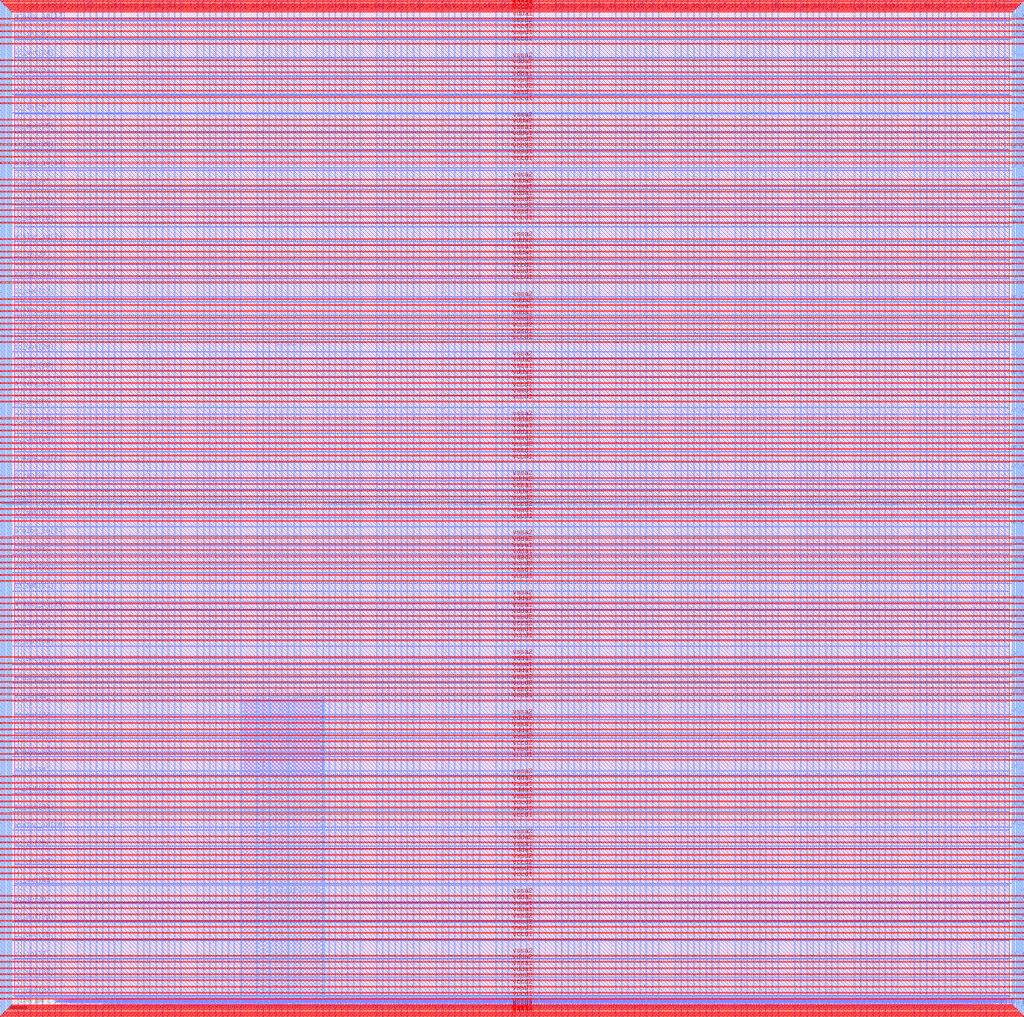
<source format=lef>
VERSION 5.7 ;
  NOWIREEXTENSIONATPIN ON ;
  DIVIDERCHAR "/" ;
  BUSBITCHARS "[]" ;
MACRO user_project_wrapper
  CLASS BLOCK ;
  FOREIGN user_project_wrapper ;
  ORIGIN 0.000 0.000 ;
  SIZE 3000.000 BY 3000.000 ;
  PIN analog_io[0]
    DIRECTION INOUT ;
    USE SIGNAL ;
    PORT
      LAYER Metal3 ;
        RECT 2997.600 1216.600 3004.800 1217.720 ;
    END
  END analog_io[0]
  PIN analog_io[10]
    DIRECTION INOUT ;
    USE SIGNAL ;
    PORT
      LAYER Metal2 ;
        RECT 2286.760 2997.600 2287.880 3004.800 ;
    END
  END analog_io[10]
  PIN analog_io[11]
    DIRECTION INOUT ;
    USE SIGNAL ;
    PORT
      LAYER Metal2 ;
        RECT 1955.240 2997.600 1956.360 3004.800 ;
    END
  END analog_io[11]
  PIN analog_io[12]
    DIRECTION INOUT ;
    USE SIGNAL ;
    PORT
      LAYER Metal2 ;
        RECT 1623.720 2997.600 1624.840 3004.800 ;
    END
  END analog_io[12]
  PIN analog_io[13]
    DIRECTION INOUT ;
    USE SIGNAL ;
    PORT
      LAYER Metal2 ;
        RECT 1292.200 2997.600 1293.320 3004.800 ;
    END
  END analog_io[13]
  PIN analog_io[14]
    DIRECTION INOUT ;
    USE SIGNAL ;
    PORT
      LAYER Metal2 ;
        RECT 960.680 2997.600 961.800 3004.800 ;
    END
  END analog_io[14]
  PIN analog_io[15]
    DIRECTION INOUT ;
    USE SIGNAL ;
    PORT
      LAYER Metal2 ;
        RECT 629.160 2997.600 630.280 3004.800 ;
    END
  END analog_io[15]
  PIN analog_io[16]
    DIRECTION INOUT ;
    USE SIGNAL ;
    PORT
      LAYER Metal2 ;
        RECT 297.640 2997.600 298.760 3004.800 ;
    END
  END analog_io[16]
  PIN analog_io[17]
    DIRECTION INOUT ;
    USE SIGNAL ;
    PORT
      LAYER Metal3 ;
        RECT -4.800 2968.280 2.400 2969.400 ;
    END
  END analog_io[17]
  PIN analog_io[18]
    DIRECTION INOUT ;
    USE SIGNAL ;
    PORT
      LAYER Metal3 ;
        RECT -4.800 2746.520 2.400 2747.640 ;
    END
  END analog_io[18]
  PIN analog_io[19]
    DIRECTION INOUT ;
    USE SIGNAL ;
    PORT
      LAYER Metal3 ;
        RECT -4.800 2524.760 2.400 2525.880 ;
    END
  END analog_io[19]
  PIN analog_io[1]
    DIRECTION INOUT ;
    USE SIGNAL ;
    PORT
      LAYER Metal3 ;
        RECT 2997.600 1442.840 3004.800 1443.960 ;
    END
  END analog_io[1]
  PIN analog_io[20]
    DIRECTION INOUT ;
    USE SIGNAL ;
    PORT
      LAYER Metal3 ;
        RECT -4.800 2303.000 2.400 2304.120 ;
    END
  END analog_io[20]
  PIN analog_io[21]
    DIRECTION INOUT ;
    USE SIGNAL ;
    PORT
      LAYER Metal3 ;
        RECT -4.800 2081.240 2.400 2082.360 ;
    END
  END analog_io[21]
  PIN analog_io[22]
    DIRECTION INOUT ;
    USE SIGNAL ;
    PORT
      LAYER Metal3 ;
        RECT -4.800 1859.480 2.400 1860.600 ;
    END
  END analog_io[22]
  PIN analog_io[23]
    DIRECTION INOUT ;
    USE SIGNAL ;
    PORT
      LAYER Metal3 ;
        RECT -4.800 1637.720 2.400 1638.840 ;
    END
  END analog_io[23]
  PIN analog_io[24]
    DIRECTION INOUT ;
    USE SIGNAL ;
    PORT
      LAYER Metal3 ;
        RECT -4.800 1415.960 2.400 1417.080 ;
    END
  END analog_io[24]
  PIN analog_io[25]
    DIRECTION INOUT ;
    USE SIGNAL ;
    PORT
      LAYER Metal3 ;
        RECT -4.800 1194.200 2.400 1195.320 ;
    END
  END analog_io[25]
  PIN analog_io[26]
    DIRECTION INOUT ;
    USE SIGNAL ;
    PORT
      LAYER Metal3 ;
        RECT -4.800 972.440 2.400 973.560 ;
    END
  END analog_io[26]
  PIN analog_io[27]
    DIRECTION INOUT ;
    USE SIGNAL ;
    PORT
      LAYER Metal3 ;
        RECT -4.800 750.680 2.400 751.800 ;
    END
  END analog_io[27]
  PIN analog_io[28]
    DIRECTION INOUT ;
    USE SIGNAL ;
    PORT
      LAYER Metal3 ;
        RECT -4.800 528.920 2.400 530.040 ;
    END
  END analog_io[28]
  PIN analog_io[2]
    DIRECTION INOUT ;
    USE SIGNAL ;
    PORT
      LAYER Metal3 ;
        RECT 2997.600 1669.080 3004.800 1670.200 ;
    END
  END analog_io[2]
  PIN analog_io[3]
    DIRECTION INOUT ;
    USE SIGNAL ;
    PORT
      LAYER Metal3 ;
        RECT 2997.600 1895.320 3004.800 1896.440 ;
    END
  END analog_io[3]
  PIN analog_io[4]
    DIRECTION INOUT ;
    USE SIGNAL ;
    PORT
      LAYER Metal3 ;
        RECT 2997.600 2121.560 3004.800 2122.680 ;
    END
  END analog_io[4]
  PIN analog_io[5]
    DIRECTION INOUT ;
    USE SIGNAL ;
    PORT
      LAYER Metal3 ;
        RECT 2997.600 2347.800 3004.800 2348.920 ;
    END
  END analog_io[5]
  PIN analog_io[6]
    DIRECTION INOUT ;
    USE SIGNAL ;
    PORT
      LAYER Metal3 ;
        RECT 2997.600 2574.040 3004.800 2575.160 ;
    END
  END analog_io[6]
  PIN analog_io[7]
    DIRECTION INOUT ;
    USE SIGNAL ;
    PORT
      LAYER Metal3 ;
        RECT 2997.600 2800.280 3004.800 2801.400 ;
    END
  END analog_io[7]
  PIN analog_io[8]
    DIRECTION INOUT ;
    USE SIGNAL ;
    PORT
      LAYER Metal2 ;
        RECT 2949.800 2997.600 2950.920 3004.800 ;
    END
  END analog_io[8]
  PIN analog_io[9]
    DIRECTION INOUT ;
    USE SIGNAL ;
    PORT
      LAYER Metal2 ;
        RECT 2618.280 2997.600 2619.400 3004.800 ;
    END
  END analog_io[9]
  PIN io_in[0]
    DIRECTION INPUT ;
    USE SIGNAL ;
    PORT
      LAYER Metal3 ;
        RECT 2997.600 28.840 3004.800 29.960 ;
    END
  END io_in[0]
  PIN io_in[10]
    DIRECTION INPUT ;
    USE SIGNAL ;
    PORT
      LAYER Metal3 ;
        RECT 2997.600 1951.880 3004.800 1953.000 ;
    END
  END io_in[10]
  PIN io_in[11]
    DIRECTION INPUT ;
    USE SIGNAL ;
    PORT
      LAYER Metal3 ;
        RECT 2997.600 2178.120 3004.800 2179.240 ;
    END
  END io_in[11]
  PIN io_in[12]
    DIRECTION INPUT ;
    USE SIGNAL ;
    PORT
      LAYER Metal3 ;
        RECT 2997.600 2404.360 3004.800 2405.480 ;
    END
  END io_in[12]
  PIN io_in[13]
    DIRECTION INPUT ;
    USE SIGNAL ;
    PORT
      LAYER Metal3 ;
        RECT 2997.600 2630.600 3004.800 2631.720 ;
    END
  END io_in[13]
  PIN io_in[14]
    DIRECTION INPUT ;
    USE SIGNAL ;
    PORT
      LAYER Metal3 ;
        RECT 2997.600 2856.840 3004.800 2857.960 ;
    END
  END io_in[14]
  PIN io_in[15]
    DIRECTION INPUT ;
    USE SIGNAL ;
    PORT
      LAYER Metal2 ;
        RECT 2866.920 2997.600 2868.040 3004.800 ;
    END
  END io_in[15]
  PIN io_in[16]
    DIRECTION INPUT ;
    USE SIGNAL ;
    PORT
      LAYER Metal2 ;
        RECT 2535.400 2997.600 2536.520 3004.800 ;
    END
  END io_in[16]
  PIN io_in[17]
    DIRECTION INPUT ;
    USE SIGNAL ;
    PORT
      LAYER Metal2 ;
        RECT 2203.880 2997.600 2205.000 3004.800 ;
    END
  END io_in[17]
  PIN io_in[18]
    DIRECTION INPUT ;
    USE SIGNAL ;
    PORT
      LAYER Metal2 ;
        RECT 1872.360 2997.600 1873.480 3004.800 ;
    END
  END io_in[18]
  PIN io_in[19]
    DIRECTION INPUT ;
    USE SIGNAL ;
    PORT
      LAYER Metal2 ;
        RECT 1540.840 2997.600 1541.960 3004.800 ;
    END
  END io_in[19]
  PIN io_in[1]
    DIRECTION INPUT ;
    USE SIGNAL ;
    PORT
      LAYER Metal3 ;
        RECT 2997.600 198.520 3004.800 199.640 ;
    END
  END io_in[1]
  PIN io_in[20]
    DIRECTION INPUT ;
    USE SIGNAL ;
    PORT
      LAYER Metal2 ;
        RECT 1209.320 2997.600 1210.440 3004.800 ;
    END
  END io_in[20]
  PIN io_in[21]
    DIRECTION INPUT ;
    USE SIGNAL ;
    PORT
      LAYER Metal2 ;
        RECT 877.800 2997.600 878.920 3004.800 ;
    END
  END io_in[21]
  PIN io_in[22]
    DIRECTION INPUT ;
    USE SIGNAL ;
    PORT
      LAYER Metal2 ;
        RECT 546.280 2997.600 547.400 3004.800 ;
    END
  END io_in[22]
  PIN io_in[23]
    DIRECTION INPUT ;
    USE SIGNAL ;
    PORT
      LAYER Metal2 ;
        RECT 214.760 2997.600 215.880 3004.800 ;
    END
  END io_in[23]
  PIN io_in[24]
    DIRECTION INPUT ;
    USE SIGNAL ;
    PORT
      LAYER Metal3 ;
        RECT -4.800 2912.840 2.400 2913.960 ;
    END
  END io_in[24]
  PIN io_in[25]
    DIRECTION INPUT ;
    USE SIGNAL ;
    PORT
      LAYER Metal3 ;
        RECT -4.800 2691.080 2.400 2692.200 ;
    END
  END io_in[25]
  PIN io_in[26]
    DIRECTION INPUT ;
    USE SIGNAL ;
    PORT
      LAYER Metal3 ;
        RECT -4.800 2469.320 2.400 2470.440 ;
    END
  END io_in[26]
  PIN io_in[27]
    DIRECTION INPUT ;
    USE SIGNAL ;
    PORT
      LAYER Metal3 ;
        RECT -4.800 2247.560 2.400 2248.680 ;
    END
  END io_in[27]
  PIN io_in[28]
    DIRECTION INPUT ;
    USE SIGNAL ;
    PORT
      LAYER Metal3 ;
        RECT -4.800 2025.800 2.400 2026.920 ;
    END
  END io_in[28]
  PIN io_in[29]
    DIRECTION INPUT ;
    USE SIGNAL ;
    PORT
      LAYER Metal3 ;
        RECT -4.800 1804.040 2.400 1805.160 ;
    END
  END io_in[29]
  PIN io_in[2]
    DIRECTION INPUT ;
    USE SIGNAL ;
    PORT
      LAYER Metal3 ;
        RECT 2997.600 368.200 3004.800 369.320 ;
    END
  END io_in[2]
  PIN io_in[30]
    DIRECTION INPUT ;
    USE SIGNAL ;
    PORT
      LAYER Metal3 ;
        RECT -4.800 1582.280 2.400 1583.400 ;
    END
  END io_in[30]
  PIN io_in[31]
    DIRECTION INPUT ;
    USE SIGNAL ;
    PORT
      LAYER Metal3 ;
        RECT -4.800 1360.520 2.400 1361.640 ;
    END
  END io_in[31]
  PIN io_in[32]
    DIRECTION INPUT ;
    USE SIGNAL ;
    PORT
      LAYER Metal3 ;
        RECT -4.800 1138.760 2.400 1139.880 ;
    END
  END io_in[32]
  PIN io_in[33]
    DIRECTION INPUT ;
    USE SIGNAL ;
    PORT
      LAYER Metal3 ;
        RECT -4.800 917.000 2.400 918.120 ;
    END
  END io_in[33]
  PIN io_in[34]
    DIRECTION INPUT ;
    USE SIGNAL ;
    PORT
      LAYER Metal3 ;
        RECT -4.800 695.240 2.400 696.360 ;
    END
  END io_in[34]
  PIN io_in[35]
    DIRECTION INPUT ;
    USE SIGNAL ;
    PORT
      LAYER Metal3 ;
        RECT -4.800 473.480 2.400 474.600 ;
    END
  END io_in[35]
  PIN io_in[36]
    DIRECTION INPUT ;
    USE SIGNAL ;
    PORT
      LAYER Metal3 ;
        RECT -4.800 307.160 2.400 308.280 ;
    END
  END io_in[36]
  PIN io_in[37]
    DIRECTION INPUT ;
    USE SIGNAL ;
    PORT
      LAYER Metal3 ;
        RECT -4.800 140.840 2.400 141.960 ;
    END
  END io_in[37]
  PIN io_in[3]
    DIRECTION INPUT ;
    USE SIGNAL ;
    PORT
      LAYER Metal3 ;
        RECT 2997.600 537.880 3004.800 539.000 ;
    END
  END io_in[3]
  PIN io_in[4]
    DIRECTION INPUT ;
    USE SIGNAL ;
    PORT
      LAYER Metal3 ;
        RECT 2997.600 707.560 3004.800 708.680 ;
    END
  END io_in[4]
  PIN io_in[5]
    DIRECTION INPUT ;
    USE SIGNAL ;
    PORT
      LAYER Metal3 ;
        RECT 2997.600 877.240 3004.800 878.360 ;
    END
  END io_in[5]
  PIN io_in[6]
    DIRECTION INPUT ;
    USE SIGNAL ;
    PORT
      LAYER Metal3 ;
        RECT 2997.600 1046.920 3004.800 1048.040 ;
    END
  END io_in[6]
  PIN io_in[7]
    DIRECTION INPUT ;
    USE SIGNAL ;
    PORT
      LAYER Metal3 ;
        RECT 2997.600 1273.160 3004.800 1274.280 ;
    END
  END io_in[7]
  PIN io_in[8]
    DIRECTION INPUT ;
    USE SIGNAL ;
    PORT
      LAYER Metal3 ;
        RECT 2997.600 1499.400 3004.800 1500.520 ;
    END
  END io_in[8]
  PIN io_in[9]
    DIRECTION INPUT ;
    USE SIGNAL ;
    PORT
      LAYER Metal3 ;
        RECT 2997.600 1725.640 3004.800 1726.760 ;
    END
  END io_in[9]
  PIN io_oeb[0]
    DIRECTION OUTPUT TRISTATE ;
    USE SIGNAL ;
    PORT
      LAYER Metal3 ;
        RECT 2997.600 141.960 3004.800 143.080 ;
    END
  END io_oeb[0]
  PIN io_oeb[10]
    DIRECTION OUTPUT TRISTATE ;
    USE SIGNAL ;
    PORT
      LAYER Metal3 ;
        RECT 2997.600 2065.000 3004.800 2066.120 ;
    END
  END io_oeb[10]
  PIN io_oeb[11]
    DIRECTION OUTPUT TRISTATE ;
    USE SIGNAL ;
    PORT
      LAYER Metal3 ;
        RECT 2997.600 2291.240 3004.800 2292.360 ;
    END
  END io_oeb[11]
  PIN io_oeb[12]
    DIRECTION OUTPUT TRISTATE ;
    USE SIGNAL ;
    PORT
      LAYER Metal3 ;
        RECT 2997.600 2517.480 3004.800 2518.600 ;
    END
  END io_oeb[12]
  PIN io_oeb[13]
    DIRECTION OUTPUT TRISTATE ;
    USE SIGNAL ;
    PORT
      LAYER Metal3 ;
        RECT 2997.600 2743.720 3004.800 2744.840 ;
    END
  END io_oeb[13]
  PIN io_oeb[14]
    DIRECTION OUTPUT TRISTATE ;
    USE SIGNAL ;
    PORT
      LAYER Metal3 ;
        RECT 2997.600 2969.960 3004.800 2971.080 ;
    END
  END io_oeb[14]
  PIN io_oeb[15]
    DIRECTION OUTPUT TRISTATE ;
    USE SIGNAL ;
    PORT
      LAYER Metal2 ;
        RECT 2701.160 2997.600 2702.280 3004.800 ;
    END
  END io_oeb[15]
  PIN io_oeb[16]
    DIRECTION OUTPUT TRISTATE ;
    USE SIGNAL ;
    PORT
      LAYER Metal2 ;
        RECT 2369.640 2997.600 2370.760 3004.800 ;
    END
  END io_oeb[16]
  PIN io_oeb[17]
    DIRECTION OUTPUT TRISTATE ;
    USE SIGNAL ;
    PORT
      LAYER Metal2 ;
        RECT 2038.120 2997.600 2039.240 3004.800 ;
    END
  END io_oeb[17]
  PIN io_oeb[18]
    DIRECTION OUTPUT TRISTATE ;
    USE SIGNAL ;
    PORT
      LAYER Metal2 ;
        RECT 1706.600 2997.600 1707.720 3004.800 ;
    END
  END io_oeb[18]
  PIN io_oeb[19]
    DIRECTION OUTPUT TRISTATE ;
    USE SIGNAL ;
    PORT
      LAYER Metal2 ;
        RECT 1375.080 2997.600 1376.200 3004.800 ;
    END
  END io_oeb[19]
  PIN io_oeb[1]
    DIRECTION OUTPUT TRISTATE ;
    USE SIGNAL ;
    PORT
      LAYER Metal3 ;
        RECT 2997.600 311.640 3004.800 312.760 ;
    END
  END io_oeb[1]
  PIN io_oeb[20]
    DIRECTION OUTPUT TRISTATE ;
    USE SIGNAL ;
    PORT
      LAYER Metal2 ;
        RECT 1043.560 2997.600 1044.680 3004.800 ;
    END
  END io_oeb[20]
  PIN io_oeb[21]
    DIRECTION OUTPUT TRISTATE ;
    USE SIGNAL ;
    PORT
      LAYER Metal2 ;
        RECT 712.040 2997.600 713.160 3004.800 ;
    END
  END io_oeb[21]
  PIN io_oeb[22]
    DIRECTION OUTPUT TRISTATE ;
    USE SIGNAL ;
    PORT
      LAYER Metal2 ;
        RECT 380.520 2997.600 381.640 3004.800 ;
    END
  END io_oeb[22]
  PIN io_oeb[23]
    DIRECTION OUTPUT TRISTATE ;
    USE SIGNAL ;
    PORT
      LAYER Metal2 ;
        RECT 49.000 2997.600 50.120 3004.800 ;
    END
  END io_oeb[23]
  PIN io_oeb[24]
    DIRECTION OUTPUT TRISTATE ;
    USE SIGNAL ;
    PORT
      LAYER Metal3 ;
        RECT -4.800 2801.960 2.400 2803.080 ;
    END
  END io_oeb[24]
  PIN io_oeb[25]
    DIRECTION OUTPUT TRISTATE ;
    USE SIGNAL ;
    PORT
      LAYER Metal3 ;
        RECT -4.800 2580.200 2.400 2581.320 ;
    END
  END io_oeb[25]
  PIN io_oeb[26]
    DIRECTION OUTPUT TRISTATE ;
    USE SIGNAL ;
    PORT
      LAYER Metal3 ;
        RECT -4.800 2358.440 2.400 2359.560 ;
    END
  END io_oeb[26]
  PIN io_oeb[27]
    DIRECTION OUTPUT TRISTATE ;
    USE SIGNAL ;
    PORT
      LAYER Metal3 ;
        RECT -4.800 2136.680 2.400 2137.800 ;
    END
  END io_oeb[27]
  PIN io_oeb[28]
    DIRECTION OUTPUT TRISTATE ;
    USE SIGNAL ;
    PORT
      LAYER Metal3 ;
        RECT -4.800 1914.920 2.400 1916.040 ;
    END
  END io_oeb[28]
  PIN io_oeb[29]
    DIRECTION OUTPUT TRISTATE ;
    USE SIGNAL ;
    PORT
      LAYER Metal3 ;
        RECT -4.800 1693.160 2.400 1694.280 ;
    END
  END io_oeb[29]
  PIN io_oeb[2]
    DIRECTION OUTPUT TRISTATE ;
    USE SIGNAL ;
    PORT
      LAYER Metal3 ;
        RECT 2997.600 481.320 3004.800 482.440 ;
    END
  END io_oeb[2]
  PIN io_oeb[30]
    DIRECTION OUTPUT TRISTATE ;
    USE SIGNAL ;
    PORT
      LAYER Metal3 ;
        RECT -4.800 1471.400 2.400 1472.520 ;
    END
  END io_oeb[30]
  PIN io_oeb[31]
    DIRECTION OUTPUT TRISTATE ;
    USE SIGNAL ;
    PORT
      LAYER Metal3 ;
        RECT -4.800 1249.640 2.400 1250.760 ;
    END
  END io_oeb[31]
  PIN io_oeb[32]
    DIRECTION OUTPUT TRISTATE ;
    USE SIGNAL ;
    PORT
      LAYER Metal3 ;
        RECT -4.800 1027.880 2.400 1029.000 ;
    END
  END io_oeb[32]
  PIN io_oeb[33]
    DIRECTION OUTPUT TRISTATE ;
    USE SIGNAL ;
    PORT
      LAYER Metal3 ;
        RECT -4.800 806.120 2.400 807.240 ;
    END
  END io_oeb[33]
  PIN io_oeb[34]
    DIRECTION OUTPUT TRISTATE ;
    USE SIGNAL ;
    PORT
      LAYER Metal3 ;
        RECT -4.800 584.360 2.400 585.480 ;
    END
  END io_oeb[34]
  PIN io_oeb[35]
    DIRECTION OUTPUT TRISTATE ;
    USE SIGNAL ;
    PORT
      LAYER Metal3 ;
        RECT -4.800 362.600 2.400 363.720 ;
    END
  END io_oeb[35]
  PIN io_oeb[36]
    DIRECTION OUTPUT TRISTATE ;
    USE SIGNAL ;
    PORT
      LAYER Metal3 ;
        RECT -4.800 196.280 2.400 197.400 ;
    END
  END io_oeb[36]
  PIN io_oeb[37]
    DIRECTION OUTPUT TRISTATE ;
    USE SIGNAL ;
    PORT
      LAYER Metal3 ;
        RECT -4.800 29.960 2.400 31.080 ;
    END
  END io_oeb[37]
  PIN io_oeb[3]
    DIRECTION OUTPUT TRISTATE ;
    USE SIGNAL ;
    PORT
      LAYER Metal3 ;
        RECT 2997.600 651.000 3004.800 652.120 ;
    END
  END io_oeb[3]
  PIN io_oeb[4]
    DIRECTION OUTPUT TRISTATE ;
    USE SIGNAL ;
    PORT
      LAYER Metal3 ;
        RECT 2997.600 820.680 3004.800 821.800 ;
    END
  END io_oeb[4]
  PIN io_oeb[5]
    DIRECTION OUTPUT TRISTATE ;
    USE SIGNAL ;
    PORT
      LAYER Metal3 ;
        RECT 2997.600 990.360 3004.800 991.480 ;
    END
  END io_oeb[5]
  PIN io_oeb[6]
    DIRECTION OUTPUT TRISTATE ;
    USE SIGNAL ;
    PORT
      LAYER Metal3 ;
        RECT 2997.600 1160.040 3004.800 1161.160 ;
    END
  END io_oeb[6]
  PIN io_oeb[7]
    DIRECTION OUTPUT TRISTATE ;
    USE SIGNAL ;
    PORT
      LAYER Metal3 ;
        RECT 2997.600 1386.280 3004.800 1387.400 ;
    END
  END io_oeb[7]
  PIN io_oeb[8]
    DIRECTION OUTPUT TRISTATE ;
    USE SIGNAL ;
    PORT
      LAYER Metal3 ;
        RECT 2997.600 1612.520 3004.800 1613.640 ;
    END
  END io_oeb[8]
  PIN io_oeb[9]
    DIRECTION OUTPUT TRISTATE ;
    USE SIGNAL ;
    PORT
      LAYER Metal3 ;
        RECT 2997.600 1838.760 3004.800 1839.880 ;
    END
  END io_oeb[9]
  PIN io_out[0]
    DIRECTION OUTPUT TRISTATE ;
    USE SIGNAL ;
    PORT
      LAYER Metal3 ;
        RECT 2997.600 85.400 3004.800 86.520 ;
    END
  END io_out[0]
  PIN io_out[10]
    DIRECTION OUTPUT TRISTATE ;
    USE SIGNAL ;
    PORT
      LAYER Metal3 ;
        RECT 2997.600 2008.440 3004.800 2009.560 ;
    END
  END io_out[10]
  PIN io_out[11]
    DIRECTION OUTPUT TRISTATE ;
    USE SIGNAL ;
    PORT
      LAYER Metal3 ;
        RECT 2997.600 2234.680 3004.800 2235.800 ;
    END
  END io_out[11]
  PIN io_out[12]
    DIRECTION OUTPUT TRISTATE ;
    USE SIGNAL ;
    PORT
      LAYER Metal3 ;
        RECT 2997.600 2460.920 3004.800 2462.040 ;
    END
  END io_out[12]
  PIN io_out[13]
    DIRECTION OUTPUT TRISTATE ;
    USE SIGNAL ;
    PORT
      LAYER Metal3 ;
        RECT 2997.600 2687.160 3004.800 2688.280 ;
    END
  END io_out[13]
  PIN io_out[14]
    DIRECTION OUTPUT TRISTATE ;
    USE SIGNAL ;
    PORT
      LAYER Metal3 ;
        RECT 2997.600 2913.400 3004.800 2914.520 ;
    END
  END io_out[14]
  PIN io_out[15]
    DIRECTION OUTPUT TRISTATE ;
    USE SIGNAL ;
    PORT
      LAYER Metal2 ;
        RECT 2784.040 2997.600 2785.160 3004.800 ;
    END
  END io_out[15]
  PIN io_out[16]
    DIRECTION OUTPUT TRISTATE ;
    USE SIGNAL ;
    PORT
      LAYER Metal2 ;
        RECT 2452.520 2997.600 2453.640 3004.800 ;
    END
  END io_out[16]
  PIN io_out[17]
    DIRECTION OUTPUT TRISTATE ;
    USE SIGNAL ;
    PORT
      LAYER Metal2 ;
        RECT 2121.000 2997.600 2122.120 3004.800 ;
    END
  END io_out[17]
  PIN io_out[18]
    DIRECTION OUTPUT TRISTATE ;
    USE SIGNAL ;
    PORT
      LAYER Metal2 ;
        RECT 1789.480 2997.600 1790.600 3004.800 ;
    END
  END io_out[18]
  PIN io_out[19]
    DIRECTION OUTPUT TRISTATE ;
    USE SIGNAL ;
    PORT
      LAYER Metal2 ;
        RECT 1457.960 2997.600 1459.080 3004.800 ;
    END
  END io_out[19]
  PIN io_out[1]
    DIRECTION OUTPUT TRISTATE ;
    USE SIGNAL ;
    PORT
      LAYER Metal3 ;
        RECT 2997.600 255.080 3004.800 256.200 ;
    END
  END io_out[1]
  PIN io_out[20]
    DIRECTION OUTPUT TRISTATE ;
    USE SIGNAL ;
    PORT
      LAYER Metal2 ;
        RECT 1126.440 2997.600 1127.560 3004.800 ;
    END
  END io_out[20]
  PIN io_out[21]
    DIRECTION OUTPUT TRISTATE ;
    USE SIGNAL ;
    PORT
      LAYER Metal2 ;
        RECT 794.920 2997.600 796.040 3004.800 ;
    END
  END io_out[21]
  PIN io_out[22]
    DIRECTION OUTPUT TRISTATE ;
    USE SIGNAL ;
    PORT
      LAYER Metal2 ;
        RECT 463.400 2997.600 464.520 3004.800 ;
    END
  END io_out[22]
  PIN io_out[23]
    DIRECTION OUTPUT TRISTATE ;
    USE SIGNAL ;
    PORT
      LAYER Metal2 ;
        RECT 131.880 2997.600 133.000 3004.800 ;
    END
  END io_out[23]
  PIN io_out[24]
    DIRECTION OUTPUT TRISTATE ;
    USE SIGNAL ;
    PORT
      LAYER Metal3 ;
        RECT -4.800 2857.400 2.400 2858.520 ;
    END
  END io_out[24]
  PIN io_out[25]
    DIRECTION OUTPUT TRISTATE ;
    USE SIGNAL ;
    PORT
      LAYER Metal3 ;
        RECT -4.800 2635.640 2.400 2636.760 ;
    END
  END io_out[25]
  PIN io_out[26]
    DIRECTION OUTPUT TRISTATE ;
    USE SIGNAL ;
    PORT
      LAYER Metal3 ;
        RECT -4.800 2413.880 2.400 2415.000 ;
    END
  END io_out[26]
  PIN io_out[27]
    DIRECTION OUTPUT TRISTATE ;
    USE SIGNAL ;
    PORT
      LAYER Metal3 ;
        RECT -4.800 2192.120 2.400 2193.240 ;
    END
  END io_out[27]
  PIN io_out[28]
    DIRECTION OUTPUT TRISTATE ;
    USE SIGNAL ;
    PORT
      LAYER Metal3 ;
        RECT -4.800 1970.360 2.400 1971.480 ;
    END
  END io_out[28]
  PIN io_out[29]
    DIRECTION OUTPUT TRISTATE ;
    USE SIGNAL ;
    PORT
      LAYER Metal3 ;
        RECT -4.800 1748.600 2.400 1749.720 ;
    END
  END io_out[29]
  PIN io_out[2]
    DIRECTION OUTPUT TRISTATE ;
    USE SIGNAL ;
    PORT
      LAYER Metal3 ;
        RECT 2997.600 424.760 3004.800 425.880 ;
    END
  END io_out[2]
  PIN io_out[30]
    DIRECTION OUTPUT TRISTATE ;
    USE SIGNAL ;
    PORT
      LAYER Metal3 ;
        RECT -4.800 1526.840 2.400 1527.960 ;
    END
  END io_out[30]
  PIN io_out[31]
    DIRECTION OUTPUT TRISTATE ;
    USE SIGNAL ;
    PORT
      LAYER Metal3 ;
        RECT -4.800 1305.080 2.400 1306.200 ;
    END
  END io_out[31]
  PIN io_out[32]
    DIRECTION OUTPUT TRISTATE ;
    USE SIGNAL ;
    PORT
      LAYER Metal3 ;
        RECT -4.800 1083.320 2.400 1084.440 ;
    END
  END io_out[32]
  PIN io_out[33]
    DIRECTION OUTPUT TRISTATE ;
    USE SIGNAL ;
    PORT
      LAYER Metal3 ;
        RECT -4.800 861.560 2.400 862.680 ;
    END
  END io_out[33]
  PIN io_out[34]
    DIRECTION OUTPUT TRISTATE ;
    USE SIGNAL ;
    PORT
      LAYER Metal3 ;
        RECT -4.800 639.800 2.400 640.920 ;
    END
  END io_out[34]
  PIN io_out[35]
    DIRECTION OUTPUT TRISTATE ;
    USE SIGNAL ;
    PORT
      LAYER Metal3 ;
        RECT -4.800 418.040 2.400 419.160 ;
    END
  END io_out[35]
  PIN io_out[36]
    DIRECTION OUTPUT TRISTATE ;
    USE SIGNAL ;
    PORT
      LAYER Metal3 ;
        RECT -4.800 251.720 2.400 252.840 ;
    END
  END io_out[36]
  PIN io_out[37]
    DIRECTION OUTPUT TRISTATE ;
    USE SIGNAL ;
    PORT
      LAYER Metal3 ;
        RECT -4.800 85.400 2.400 86.520 ;
    END
  END io_out[37]
  PIN io_out[3]
    DIRECTION OUTPUT TRISTATE ;
    USE SIGNAL ;
    PORT
      LAYER Metal3 ;
        RECT 2997.600 594.440 3004.800 595.560 ;
    END
  END io_out[3]
  PIN io_out[4]
    DIRECTION OUTPUT TRISTATE ;
    USE SIGNAL ;
    PORT
      LAYER Metal3 ;
        RECT 2997.600 764.120 3004.800 765.240 ;
    END
  END io_out[4]
  PIN io_out[5]
    DIRECTION OUTPUT TRISTATE ;
    USE SIGNAL ;
    PORT
      LAYER Metal3 ;
        RECT 2997.600 933.800 3004.800 934.920 ;
    END
  END io_out[5]
  PIN io_out[6]
    DIRECTION OUTPUT TRISTATE ;
    USE SIGNAL ;
    PORT
      LAYER Metal3 ;
        RECT 2997.600 1103.480 3004.800 1104.600 ;
    END
  END io_out[6]
  PIN io_out[7]
    DIRECTION OUTPUT TRISTATE ;
    USE SIGNAL ;
    PORT
      LAYER Metal3 ;
        RECT 2997.600 1329.720 3004.800 1330.840 ;
    END
  END io_out[7]
  PIN io_out[8]
    DIRECTION OUTPUT TRISTATE ;
    USE SIGNAL ;
    PORT
      LAYER Metal3 ;
        RECT 2997.600 1555.960 3004.800 1557.080 ;
    END
  END io_out[8]
  PIN io_out[9]
    DIRECTION OUTPUT TRISTATE ;
    USE SIGNAL ;
    PORT
      LAYER Metal3 ;
        RECT 2997.600 1782.200 3004.800 1783.320 ;
    END
  END io_out[9]
  PIN la_data_in[0]
    DIRECTION INPUT ;
    USE SIGNAL ;
    PORT
      LAYER Metal2 ;
        RECT 712.600 -4.800 713.720 2.400 ;
    END
  END la_data_in[0]
  PIN la_data_in[100]
    DIRECTION INPUT ;
    USE SIGNAL ;
    PORT
      LAYER Metal2 ;
        RECT 2392.600 -4.800 2393.720 2.400 ;
    END
  END la_data_in[100]
  PIN la_data_in[101]
    DIRECTION INPUT ;
    USE SIGNAL ;
    PORT
      LAYER Metal2 ;
        RECT 2409.400 -4.800 2410.520 2.400 ;
    END
  END la_data_in[101]
  PIN la_data_in[102]
    DIRECTION INPUT ;
    USE SIGNAL ;
    PORT
      LAYER Metal2 ;
        RECT 2426.200 -4.800 2427.320 2.400 ;
    END
  END la_data_in[102]
  PIN la_data_in[103]
    DIRECTION INPUT ;
    USE SIGNAL ;
    PORT
      LAYER Metal2 ;
        RECT 2443.000 -4.800 2444.120 2.400 ;
    END
  END la_data_in[103]
  PIN la_data_in[104]
    DIRECTION INPUT ;
    USE SIGNAL ;
    PORT
      LAYER Metal2 ;
        RECT 2459.800 -4.800 2460.920 2.400 ;
    END
  END la_data_in[104]
  PIN la_data_in[105]
    DIRECTION INPUT ;
    USE SIGNAL ;
    PORT
      LAYER Metal2 ;
        RECT 2476.600 -4.800 2477.720 2.400 ;
    END
  END la_data_in[105]
  PIN la_data_in[106]
    DIRECTION INPUT ;
    USE SIGNAL ;
    PORT
      LAYER Metal2 ;
        RECT 2493.400 -4.800 2494.520 2.400 ;
    END
  END la_data_in[106]
  PIN la_data_in[107]
    DIRECTION INPUT ;
    USE SIGNAL ;
    PORT
      LAYER Metal2 ;
        RECT 2510.200 -4.800 2511.320 2.400 ;
    END
  END la_data_in[107]
  PIN la_data_in[108]
    DIRECTION INPUT ;
    USE SIGNAL ;
    PORT
      LAYER Metal2 ;
        RECT 2527.000 -4.800 2528.120 2.400 ;
    END
  END la_data_in[108]
  PIN la_data_in[109]
    DIRECTION INPUT ;
    USE SIGNAL ;
    PORT
      LAYER Metal2 ;
        RECT 2543.800 -4.800 2544.920 2.400 ;
    END
  END la_data_in[109]
  PIN la_data_in[10]
    DIRECTION INPUT ;
    USE SIGNAL ;
    PORT
      LAYER Metal2 ;
        RECT 880.600 -4.800 881.720 2.400 ;
    END
  END la_data_in[10]
  PIN la_data_in[110]
    DIRECTION INPUT ;
    USE SIGNAL ;
    PORT
      LAYER Metal2 ;
        RECT 2560.600 -4.800 2561.720 2.400 ;
    END
  END la_data_in[110]
  PIN la_data_in[111]
    DIRECTION INPUT ;
    USE SIGNAL ;
    PORT
      LAYER Metal2 ;
        RECT 2577.400 -4.800 2578.520 2.400 ;
    END
  END la_data_in[111]
  PIN la_data_in[112]
    DIRECTION INPUT ;
    USE SIGNAL ;
    PORT
      LAYER Metal2 ;
        RECT 2594.200 -4.800 2595.320 2.400 ;
    END
  END la_data_in[112]
  PIN la_data_in[113]
    DIRECTION INPUT ;
    USE SIGNAL ;
    PORT
      LAYER Metal2 ;
        RECT 2611.000 -4.800 2612.120 2.400 ;
    END
  END la_data_in[113]
  PIN la_data_in[114]
    DIRECTION INPUT ;
    USE SIGNAL ;
    PORT
      LAYER Metal2 ;
        RECT 2627.800 -4.800 2628.920 2.400 ;
    END
  END la_data_in[114]
  PIN la_data_in[115]
    DIRECTION INPUT ;
    USE SIGNAL ;
    PORT
      LAYER Metal2 ;
        RECT 2644.600 -4.800 2645.720 2.400 ;
    END
  END la_data_in[115]
  PIN la_data_in[116]
    DIRECTION INPUT ;
    USE SIGNAL ;
    PORT
      LAYER Metal2 ;
        RECT 2661.400 -4.800 2662.520 2.400 ;
    END
  END la_data_in[116]
  PIN la_data_in[117]
    DIRECTION INPUT ;
    USE SIGNAL ;
    PORT
      LAYER Metal2 ;
        RECT 2678.200 -4.800 2679.320 2.400 ;
    END
  END la_data_in[117]
  PIN la_data_in[118]
    DIRECTION INPUT ;
    USE SIGNAL ;
    PORT
      LAYER Metal2 ;
        RECT 2695.000 -4.800 2696.120 2.400 ;
    END
  END la_data_in[118]
  PIN la_data_in[119]
    DIRECTION INPUT ;
    USE SIGNAL ;
    PORT
      LAYER Metal2 ;
        RECT 2711.800 -4.800 2712.920 2.400 ;
    END
  END la_data_in[119]
  PIN la_data_in[11]
    DIRECTION INPUT ;
    USE SIGNAL ;
    PORT
      LAYER Metal2 ;
        RECT 897.400 -4.800 898.520 2.400 ;
    END
  END la_data_in[11]
  PIN la_data_in[120]
    DIRECTION INPUT ;
    USE SIGNAL ;
    PORT
      LAYER Metal2 ;
        RECT 2728.600 -4.800 2729.720 2.400 ;
    END
  END la_data_in[120]
  PIN la_data_in[121]
    DIRECTION INPUT ;
    USE SIGNAL ;
    PORT
      LAYER Metal2 ;
        RECT 2745.400 -4.800 2746.520 2.400 ;
    END
  END la_data_in[121]
  PIN la_data_in[122]
    DIRECTION INPUT ;
    USE SIGNAL ;
    PORT
      LAYER Metal2 ;
        RECT 2762.200 -4.800 2763.320 2.400 ;
    END
  END la_data_in[122]
  PIN la_data_in[123]
    DIRECTION INPUT ;
    USE SIGNAL ;
    PORT
      LAYER Metal2 ;
        RECT 2779.000 -4.800 2780.120 2.400 ;
    END
  END la_data_in[123]
  PIN la_data_in[124]
    DIRECTION INPUT ;
    USE SIGNAL ;
    PORT
      LAYER Metal2 ;
        RECT 2795.800 -4.800 2796.920 2.400 ;
    END
  END la_data_in[124]
  PIN la_data_in[125]
    DIRECTION INPUT ;
    USE SIGNAL ;
    PORT
      LAYER Metal2 ;
        RECT 2812.600 -4.800 2813.720 2.400 ;
    END
  END la_data_in[125]
  PIN la_data_in[126]
    DIRECTION INPUT ;
    USE SIGNAL ;
    PORT
      LAYER Metal2 ;
        RECT 2829.400 -4.800 2830.520 2.400 ;
    END
  END la_data_in[126]
  PIN la_data_in[127]
    DIRECTION INPUT ;
    USE SIGNAL ;
    PORT
      LAYER Metal2 ;
        RECT 2846.200 -4.800 2847.320 2.400 ;
    END
  END la_data_in[127]
  PIN la_data_in[12]
    DIRECTION INPUT ;
    USE SIGNAL ;
    PORT
      LAYER Metal2 ;
        RECT 914.200 -4.800 915.320 2.400 ;
    END
  END la_data_in[12]
  PIN la_data_in[13]
    DIRECTION INPUT ;
    USE SIGNAL ;
    PORT
      LAYER Metal2 ;
        RECT 931.000 -4.800 932.120 2.400 ;
    END
  END la_data_in[13]
  PIN la_data_in[14]
    DIRECTION INPUT ;
    USE SIGNAL ;
    PORT
      LAYER Metal2 ;
        RECT 947.800 -4.800 948.920 2.400 ;
    END
  END la_data_in[14]
  PIN la_data_in[15]
    DIRECTION INPUT ;
    USE SIGNAL ;
    PORT
      LAYER Metal2 ;
        RECT 964.600 -4.800 965.720 2.400 ;
    END
  END la_data_in[15]
  PIN la_data_in[16]
    DIRECTION INPUT ;
    USE SIGNAL ;
    PORT
      LAYER Metal2 ;
        RECT 981.400 -4.800 982.520 2.400 ;
    END
  END la_data_in[16]
  PIN la_data_in[17]
    DIRECTION INPUT ;
    USE SIGNAL ;
    PORT
      LAYER Metal2 ;
        RECT 998.200 -4.800 999.320 2.400 ;
    END
  END la_data_in[17]
  PIN la_data_in[18]
    DIRECTION INPUT ;
    USE SIGNAL ;
    PORT
      LAYER Metal2 ;
        RECT 1015.000 -4.800 1016.120 2.400 ;
    END
  END la_data_in[18]
  PIN la_data_in[19]
    DIRECTION INPUT ;
    USE SIGNAL ;
    PORT
      LAYER Metal2 ;
        RECT 1031.800 -4.800 1032.920 2.400 ;
    END
  END la_data_in[19]
  PIN la_data_in[1]
    DIRECTION INPUT ;
    USE SIGNAL ;
    PORT
      LAYER Metal2 ;
        RECT 729.400 -4.800 730.520 2.400 ;
    END
  END la_data_in[1]
  PIN la_data_in[20]
    DIRECTION INPUT ;
    USE SIGNAL ;
    PORT
      LAYER Metal2 ;
        RECT 1048.600 -4.800 1049.720 2.400 ;
    END
  END la_data_in[20]
  PIN la_data_in[21]
    DIRECTION INPUT ;
    USE SIGNAL ;
    PORT
      LAYER Metal2 ;
        RECT 1065.400 -4.800 1066.520 2.400 ;
    END
  END la_data_in[21]
  PIN la_data_in[22]
    DIRECTION INPUT ;
    USE SIGNAL ;
    PORT
      LAYER Metal2 ;
        RECT 1082.200 -4.800 1083.320 2.400 ;
    END
  END la_data_in[22]
  PIN la_data_in[23]
    DIRECTION INPUT ;
    USE SIGNAL ;
    PORT
      LAYER Metal2 ;
        RECT 1099.000 -4.800 1100.120 2.400 ;
    END
  END la_data_in[23]
  PIN la_data_in[24]
    DIRECTION INPUT ;
    USE SIGNAL ;
    PORT
      LAYER Metal2 ;
        RECT 1115.800 -4.800 1116.920 2.400 ;
    END
  END la_data_in[24]
  PIN la_data_in[25]
    DIRECTION INPUT ;
    USE SIGNAL ;
    PORT
      LAYER Metal2 ;
        RECT 1132.600 -4.800 1133.720 2.400 ;
    END
  END la_data_in[25]
  PIN la_data_in[26]
    DIRECTION INPUT ;
    USE SIGNAL ;
    PORT
      LAYER Metal2 ;
        RECT 1149.400 -4.800 1150.520 2.400 ;
    END
  END la_data_in[26]
  PIN la_data_in[27]
    DIRECTION INPUT ;
    USE SIGNAL ;
    PORT
      LAYER Metal2 ;
        RECT 1166.200 -4.800 1167.320 2.400 ;
    END
  END la_data_in[27]
  PIN la_data_in[28]
    DIRECTION INPUT ;
    USE SIGNAL ;
    PORT
      LAYER Metal2 ;
        RECT 1183.000 -4.800 1184.120 2.400 ;
    END
  END la_data_in[28]
  PIN la_data_in[29]
    DIRECTION INPUT ;
    USE SIGNAL ;
    PORT
      LAYER Metal2 ;
        RECT 1199.800 -4.800 1200.920 2.400 ;
    END
  END la_data_in[29]
  PIN la_data_in[2]
    DIRECTION INPUT ;
    USE SIGNAL ;
    PORT
      LAYER Metal2 ;
        RECT 746.200 -4.800 747.320 2.400 ;
    END
  END la_data_in[2]
  PIN la_data_in[30]
    DIRECTION INPUT ;
    USE SIGNAL ;
    PORT
      LAYER Metal2 ;
        RECT 1216.600 -4.800 1217.720 2.400 ;
    END
  END la_data_in[30]
  PIN la_data_in[31]
    DIRECTION INPUT ;
    USE SIGNAL ;
    PORT
      LAYER Metal2 ;
        RECT 1233.400 -4.800 1234.520 2.400 ;
    END
  END la_data_in[31]
  PIN la_data_in[32]
    DIRECTION INPUT ;
    USE SIGNAL ;
    PORT
      LAYER Metal2 ;
        RECT 1250.200 -4.800 1251.320 2.400 ;
    END
  END la_data_in[32]
  PIN la_data_in[33]
    DIRECTION INPUT ;
    USE SIGNAL ;
    PORT
      LAYER Metal2 ;
        RECT 1267.000 -4.800 1268.120 2.400 ;
    END
  END la_data_in[33]
  PIN la_data_in[34]
    DIRECTION INPUT ;
    USE SIGNAL ;
    PORT
      LAYER Metal2 ;
        RECT 1283.800 -4.800 1284.920 2.400 ;
    END
  END la_data_in[34]
  PIN la_data_in[35]
    DIRECTION INPUT ;
    USE SIGNAL ;
    PORT
      LAYER Metal2 ;
        RECT 1300.600 -4.800 1301.720 2.400 ;
    END
  END la_data_in[35]
  PIN la_data_in[36]
    DIRECTION INPUT ;
    USE SIGNAL ;
    PORT
      LAYER Metal2 ;
        RECT 1317.400 -4.800 1318.520 2.400 ;
    END
  END la_data_in[36]
  PIN la_data_in[37]
    DIRECTION INPUT ;
    USE SIGNAL ;
    PORT
      LAYER Metal2 ;
        RECT 1334.200 -4.800 1335.320 2.400 ;
    END
  END la_data_in[37]
  PIN la_data_in[38]
    DIRECTION INPUT ;
    USE SIGNAL ;
    PORT
      LAYER Metal2 ;
        RECT 1351.000 -4.800 1352.120 2.400 ;
    END
  END la_data_in[38]
  PIN la_data_in[39]
    DIRECTION INPUT ;
    USE SIGNAL ;
    PORT
      LAYER Metal2 ;
        RECT 1367.800 -4.800 1368.920 2.400 ;
    END
  END la_data_in[39]
  PIN la_data_in[3]
    DIRECTION INPUT ;
    USE SIGNAL ;
    PORT
      LAYER Metal2 ;
        RECT 763.000 -4.800 764.120 2.400 ;
    END
  END la_data_in[3]
  PIN la_data_in[40]
    DIRECTION INPUT ;
    USE SIGNAL ;
    PORT
      LAYER Metal2 ;
        RECT 1384.600 -4.800 1385.720 2.400 ;
    END
  END la_data_in[40]
  PIN la_data_in[41]
    DIRECTION INPUT ;
    USE SIGNAL ;
    PORT
      LAYER Metal2 ;
        RECT 1401.400 -4.800 1402.520 2.400 ;
    END
  END la_data_in[41]
  PIN la_data_in[42]
    DIRECTION INPUT ;
    USE SIGNAL ;
    PORT
      LAYER Metal2 ;
        RECT 1418.200 -4.800 1419.320 2.400 ;
    END
  END la_data_in[42]
  PIN la_data_in[43]
    DIRECTION INPUT ;
    USE SIGNAL ;
    PORT
      LAYER Metal2 ;
        RECT 1435.000 -4.800 1436.120 2.400 ;
    END
  END la_data_in[43]
  PIN la_data_in[44]
    DIRECTION INPUT ;
    USE SIGNAL ;
    PORT
      LAYER Metal2 ;
        RECT 1451.800 -4.800 1452.920 2.400 ;
    END
  END la_data_in[44]
  PIN la_data_in[45]
    DIRECTION INPUT ;
    USE SIGNAL ;
    PORT
      LAYER Metal2 ;
        RECT 1468.600 -4.800 1469.720 2.400 ;
    END
  END la_data_in[45]
  PIN la_data_in[46]
    DIRECTION INPUT ;
    USE SIGNAL ;
    PORT
      LAYER Metal2 ;
        RECT 1485.400 -4.800 1486.520 2.400 ;
    END
  END la_data_in[46]
  PIN la_data_in[47]
    DIRECTION INPUT ;
    USE SIGNAL ;
    PORT
      LAYER Metal2 ;
        RECT 1502.200 -4.800 1503.320 2.400 ;
    END
  END la_data_in[47]
  PIN la_data_in[48]
    DIRECTION INPUT ;
    USE SIGNAL ;
    PORT
      LAYER Metal2 ;
        RECT 1519.000 -4.800 1520.120 2.400 ;
    END
  END la_data_in[48]
  PIN la_data_in[49]
    DIRECTION INPUT ;
    USE SIGNAL ;
    PORT
      LAYER Metal2 ;
        RECT 1535.800 -4.800 1536.920 2.400 ;
    END
  END la_data_in[49]
  PIN la_data_in[4]
    DIRECTION INPUT ;
    USE SIGNAL ;
    PORT
      LAYER Metal2 ;
        RECT 779.800 -4.800 780.920 2.400 ;
    END
  END la_data_in[4]
  PIN la_data_in[50]
    DIRECTION INPUT ;
    USE SIGNAL ;
    PORT
      LAYER Metal2 ;
        RECT 1552.600 -4.800 1553.720 2.400 ;
    END
  END la_data_in[50]
  PIN la_data_in[51]
    DIRECTION INPUT ;
    USE SIGNAL ;
    PORT
      LAYER Metal2 ;
        RECT 1569.400 -4.800 1570.520 2.400 ;
    END
  END la_data_in[51]
  PIN la_data_in[52]
    DIRECTION INPUT ;
    USE SIGNAL ;
    PORT
      LAYER Metal2 ;
        RECT 1586.200 -4.800 1587.320 2.400 ;
    END
  END la_data_in[52]
  PIN la_data_in[53]
    DIRECTION INPUT ;
    USE SIGNAL ;
    PORT
      LAYER Metal2 ;
        RECT 1603.000 -4.800 1604.120 2.400 ;
    END
  END la_data_in[53]
  PIN la_data_in[54]
    DIRECTION INPUT ;
    USE SIGNAL ;
    PORT
      LAYER Metal2 ;
        RECT 1619.800 -4.800 1620.920 2.400 ;
    END
  END la_data_in[54]
  PIN la_data_in[55]
    DIRECTION INPUT ;
    USE SIGNAL ;
    PORT
      LAYER Metal2 ;
        RECT 1636.600 -4.800 1637.720 2.400 ;
    END
  END la_data_in[55]
  PIN la_data_in[56]
    DIRECTION INPUT ;
    USE SIGNAL ;
    PORT
      LAYER Metal2 ;
        RECT 1653.400 -4.800 1654.520 2.400 ;
    END
  END la_data_in[56]
  PIN la_data_in[57]
    DIRECTION INPUT ;
    USE SIGNAL ;
    PORT
      LAYER Metal2 ;
        RECT 1670.200 -4.800 1671.320 2.400 ;
    END
  END la_data_in[57]
  PIN la_data_in[58]
    DIRECTION INPUT ;
    USE SIGNAL ;
    PORT
      LAYER Metal2 ;
        RECT 1687.000 -4.800 1688.120 2.400 ;
    END
  END la_data_in[58]
  PIN la_data_in[59]
    DIRECTION INPUT ;
    USE SIGNAL ;
    PORT
      LAYER Metal2 ;
        RECT 1703.800 -4.800 1704.920 2.400 ;
    END
  END la_data_in[59]
  PIN la_data_in[5]
    DIRECTION INPUT ;
    USE SIGNAL ;
    PORT
      LAYER Metal2 ;
        RECT 796.600 -4.800 797.720 2.400 ;
    END
  END la_data_in[5]
  PIN la_data_in[60]
    DIRECTION INPUT ;
    USE SIGNAL ;
    PORT
      LAYER Metal2 ;
        RECT 1720.600 -4.800 1721.720 2.400 ;
    END
  END la_data_in[60]
  PIN la_data_in[61]
    DIRECTION INPUT ;
    USE SIGNAL ;
    PORT
      LAYER Metal2 ;
        RECT 1737.400 -4.800 1738.520 2.400 ;
    END
  END la_data_in[61]
  PIN la_data_in[62]
    DIRECTION INPUT ;
    USE SIGNAL ;
    PORT
      LAYER Metal2 ;
        RECT 1754.200 -4.800 1755.320 2.400 ;
    END
  END la_data_in[62]
  PIN la_data_in[63]
    DIRECTION INPUT ;
    USE SIGNAL ;
    PORT
      LAYER Metal2 ;
        RECT 1771.000 -4.800 1772.120 2.400 ;
    END
  END la_data_in[63]
  PIN la_data_in[64]
    DIRECTION INPUT ;
    USE SIGNAL ;
    PORT
      LAYER Metal2 ;
        RECT 1787.800 -4.800 1788.920 2.400 ;
    END
  END la_data_in[64]
  PIN la_data_in[65]
    DIRECTION INPUT ;
    USE SIGNAL ;
    PORT
      LAYER Metal2 ;
        RECT 1804.600 -4.800 1805.720 2.400 ;
    END
  END la_data_in[65]
  PIN la_data_in[66]
    DIRECTION INPUT ;
    USE SIGNAL ;
    PORT
      LAYER Metal2 ;
        RECT 1821.400 -4.800 1822.520 2.400 ;
    END
  END la_data_in[66]
  PIN la_data_in[67]
    DIRECTION INPUT ;
    USE SIGNAL ;
    PORT
      LAYER Metal2 ;
        RECT 1838.200 -4.800 1839.320 2.400 ;
    END
  END la_data_in[67]
  PIN la_data_in[68]
    DIRECTION INPUT ;
    USE SIGNAL ;
    PORT
      LAYER Metal2 ;
        RECT 1855.000 -4.800 1856.120 2.400 ;
    END
  END la_data_in[68]
  PIN la_data_in[69]
    DIRECTION INPUT ;
    USE SIGNAL ;
    PORT
      LAYER Metal2 ;
        RECT 1871.800 -4.800 1872.920 2.400 ;
    END
  END la_data_in[69]
  PIN la_data_in[6]
    DIRECTION INPUT ;
    USE SIGNAL ;
    PORT
      LAYER Metal2 ;
        RECT 813.400 -4.800 814.520 2.400 ;
    END
  END la_data_in[6]
  PIN la_data_in[70]
    DIRECTION INPUT ;
    USE SIGNAL ;
    PORT
      LAYER Metal2 ;
        RECT 1888.600 -4.800 1889.720 2.400 ;
    END
  END la_data_in[70]
  PIN la_data_in[71]
    DIRECTION INPUT ;
    USE SIGNAL ;
    PORT
      LAYER Metal2 ;
        RECT 1905.400 -4.800 1906.520 2.400 ;
    END
  END la_data_in[71]
  PIN la_data_in[72]
    DIRECTION INPUT ;
    USE SIGNAL ;
    PORT
      LAYER Metal2 ;
        RECT 1922.200 -4.800 1923.320 2.400 ;
    END
  END la_data_in[72]
  PIN la_data_in[73]
    DIRECTION INPUT ;
    USE SIGNAL ;
    PORT
      LAYER Metal2 ;
        RECT 1939.000 -4.800 1940.120 2.400 ;
    END
  END la_data_in[73]
  PIN la_data_in[74]
    DIRECTION INPUT ;
    USE SIGNAL ;
    PORT
      LAYER Metal2 ;
        RECT 1955.800 -4.800 1956.920 2.400 ;
    END
  END la_data_in[74]
  PIN la_data_in[75]
    DIRECTION INPUT ;
    USE SIGNAL ;
    PORT
      LAYER Metal2 ;
        RECT 1972.600 -4.800 1973.720 2.400 ;
    END
  END la_data_in[75]
  PIN la_data_in[76]
    DIRECTION INPUT ;
    USE SIGNAL ;
    PORT
      LAYER Metal2 ;
        RECT 1989.400 -4.800 1990.520 2.400 ;
    END
  END la_data_in[76]
  PIN la_data_in[77]
    DIRECTION INPUT ;
    USE SIGNAL ;
    PORT
      LAYER Metal2 ;
        RECT 2006.200 -4.800 2007.320 2.400 ;
    END
  END la_data_in[77]
  PIN la_data_in[78]
    DIRECTION INPUT ;
    USE SIGNAL ;
    PORT
      LAYER Metal2 ;
        RECT 2023.000 -4.800 2024.120 2.400 ;
    END
  END la_data_in[78]
  PIN la_data_in[79]
    DIRECTION INPUT ;
    USE SIGNAL ;
    PORT
      LAYER Metal2 ;
        RECT 2039.800 -4.800 2040.920 2.400 ;
    END
  END la_data_in[79]
  PIN la_data_in[7]
    DIRECTION INPUT ;
    USE SIGNAL ;
    PORT
      LAYER Metal2 ;
        RECT 830.200 -4.800 831.320 2.400 ;
    END
  END la_data_in[7]
  PIN la_data_in[80]
    DIRECTION INPUT ;
    USE SIGNAL ;
    PORT
      LAYER Metal2 ;
        RECT 2056.600 -4.800 2057.720 2.400 ;
    END
  END la_data_in[80]
  PIN la_data_in[81]
    DIRECTION INPUT ;
    USE SIGNAL ;
    PORT
      LAYER Metal2 ;
        RECT 2073.400 -4.800 2074.520 2.400 ;
    END
  END la_data_in[81]
  PIN la_data_in[82]
    DIRECTION INPUT ;
    USE SIGNAL ;
    PORT
      LAYER Metal2 ;
        RECT 2090.200 -4.800 2091.320 2.400 ;
    END
  END la_data_in[82]
  PIN la_data_in[83]
    DIRECTION INPUT ;
    USE SIGNAL ;
    PORT
      LAYER Metal2 ;
        RECT 2107.000 -4.800 2108.120 2.400 ;
    END
  END la_data_in[83]
  PIN la_data_in[84]
    DIRECTION INPUT ;
    USE SIGNAL ;
    PORT
      LAYER Metal2 ;
        RECT 2123.800 -4.800 2124.920 2.400 ;
    END
  END la_data_in[84]
  PIN la_data_in[85]
    DIRECTION INPUT ;
    USE SIGNAL ;
    PORT
      LAYER Metal2 ;
        RECT 2140.600 -4.800 2141.720 2.400 ;
    END
  END la_data_in[85]
  PIN la_data_in[86]
    DIRECTION INPUT ;
    USE SIGNAL ;
    PORT
      LAYER Metal2 ;
        RECT 2157.400 -4.800 2158.520 2.400 ;
    END
  END la_data_in[86]
  PIN la_data_in[87]
    DIRECTION INPUT ;
    USE SIGNAL ;
    PORT
      LAYER Metal2 ;
        RECT 2174.200 -4.800 2175.320 2.400 ;
    END
  END la_data_in[87]
  PIN la_data_in[88]
    DIRECTION INPUT ;
    USE SIGNAL ;
    PORT
      LAYER Metal2 ;
        RECT 2191.000 -4.800 2192.120 2.400 ;
    END
  END la_data_in[88]
  PIN la_data_in[89]
    DIRECTION INPUT ;
    USE SIGNAL ;
    PORT
      LAYER Metal2 ;
        RECT 2207.800 -4.800 2208.920 2.400 ;
    END
  END la_data_in[89]
  PIN la_data_in[8]
    DIRECTION INPUT ;
    USE SIGNAL ;
    PORT
      LAYER Metal2 ;
        RECT 847.000 -4.800 848.120 2.400 ;
    END
  END la_data_in[8]
  PIN la_data_in[90]
    DIRECTION INPUT ;
    USE SIGNAL ;
    PORT
      LAYER Metal2 ;
        RECT 2224.600 -4.800 2225.720 2.400 ;
    END
  END la_data_in[90]
  PIN la_data_in[91]
    DIRECTION INPUT ;
    USE SIGNAL ;
    PORT
      LAYER Metal2 ;
        RECT 2241.400 -4.800 2242.520 2.400 ;
    END
  END la_data_in[91]
  PIN la_data_in[92]
    DIRECTION INPUT ;
    USE SIGNAL ;
    PORT
      LAYER Metal2 ;
        RECT 2258.200 -4.800 2259.320 2.400 ;
    END
  END la_data_in[92]
  PIN la_data_in[93]
    DIRECTION INPUT ;
    USE SIGNAL ;
    PORT
      LAYER Metal2 ;
        RECT 2275.000 -4.800 2276.120 2.400 ;
    END
  END la_data_in[93]
  PIN la_data_in[94]
    DIRECTION INPUT ;
    USE SIGNAL ;
    PORT
      LAYER Metal2 ;
        RECT 2291.800 -4.800 2292.920 2.400 ;
    END
  END la_data_in[94]
  PIN la_data_in[95]
    DIRECTION INPUT ;
    USE SIGNAL ;
    PORT
      LAYER Metal2 ;
        RECT 2308.600 -4.800 2309.720 2.400 ;
    END
  END la_data_in[95]
  PIN la_data_in[96]
    DIRECTION INPUT ;
    USE SIGNAL ;
    PORT
      LAYER Metal2 ;
        RECT 2325.400 -4.800 2326.520 2.400 ;
    END
  END la_data_in[96]
  PIN la_data_in[97]
    DIRECTION INPUT ;
    USE SIGNAL ;
    PORT
      LAYER Metal2 ;
        RECT 2342.200 -4.800 2343.320 2.400 ;
    END
  END la_data_in[97]
  PIN la_data_in[98]
    DIRECTION INPUT ;
    USE SIGNAL ;
    PORT
      LAYER Metal2 ;
        RECT 2359.000 -4.800 2360.120 2.400 ;
    END
  END la_data_in[98]
  PIN la_data_in[99]
    DIRECTION INPUT ;
    USE SIGNAL ;
    PORT
      LAYER Metal2 ;
        RECT 2375.800 -4.800 2376.920 2.400 ;
    END
  END la_data_in[99]
  PIN la_data_in[9]
    DIRECTION INPUT ;
    USE SIGNAL ;
    PORT
      LAYER Metal2 ;
        RECT 863.800 -4.800 864.920 2.400 ;
    END
  END la_data_in[9]
  PIN la_data_out[0]
    DIRECTION OUTPUT TRISTATE ;
    USE SIGNAL ;
    PORT
      LAYER Metal2 ;
        RECT 718.200 -4.800 719.320 2.400 ;
    END
  END la_data_out[0]
  PIN la_data_out[100]
    DIRECTION OUTPUT TRISTATE ;
    USE SIGNAL ;
    PORT
      LAYER Metal2 ;
        RECT 2398.200 -4.800 2399.320 2.400 ;
    END
  END la_data_out[100]
  PIN la_data_out[101]
    DIRECTION OUTPUT TRISTATE ;
    USE SIGNAL ;
    PORT
      LAYER Metal2 ;
        RECT 2415.000 -4.800 2416.120 2.400 ;
    END
  END la_data_out[101]
  PIN la_data_out[102]
    DIRECTION OUTPUT TRISTATE ;
    USE SIGNAL ;
    PORT
      LAYER Metal2 ;
        RECT 2431.800 -4.800 2432.920 2.400 ;
    END
  END la_data_out[102]
  PIN la_data_out[103]
    DIRECTION OUTPUT TRISTATE ;
    USE SIGNAL ;
    PORT
      LAYER Metal2 ;
        RECT 2448.600 -4.800 2449.720 2.400 ;
    END
  END la_data_out[103]
  PIN la_data_out[104]
    DIRECTION OUTPUT TRISTATE ;
    USE SIGNAL ;
    PORT
      LAYER Metal2 ;
        RECT 2465.400 -4.800 2466.520 2.400 ;
    END
  END la_data_out[104]
  PIN la_data_out[105]
    DIRECTION OUTPUT TRISTATE ;
    USE SIGNAL ;
    PORT
      LAYER Metal2 ;
        RECT 2482.200 -4.800 2483.320 2.400 ;
    END
  END la_data_out[105]
  PIN la_data_out[106]
    DIRECTION OUTPUT TRISTATE ;
    USE SIGNAL ;
    PORT
      LAYER Metal2 ;
        RECT 2499.000 -4.800 2500.120 2.400 ;
    END
  END la_data_out[106]
  PIN la_data_out[107]
    DIRECTION OUTPUT TRISTATE ;
    USE SIGNAL ;
    PORT
      LAYER Metal2 ;
        RECT 2515.800 -4.800 2516.920 2.400 ;
    END
  END la_data_out[107]
  PIN la_data_out[108]
    DIRECTION OUTPUT TRISTATE ;
    USE SIGNAL ;
    PORT
      LAYER Metal2 ;
        RECT 2532.600 -4.800 2533.720 2.400 ;
    END
  END la_data_out[108]
  PIN la_data_out[109]
    DIRECTION OUTPUT TRISTATE ;
    USE SIGNAL ;
    PORT
      LAYER Metal2 ;
        RECT 2549.400 -4.800 2550.520 2.400 ;
    END
  END la_data_out[109]
  PIN la_data_out[10]
    DIRECTION OUTPUT TRISTATE ;
    USE SIGNAL ;
    PORT
      LAYER Metal2 ;
        RECT 886.200 -4.800 887.320 2.400 ;
    END
  END la_data_out[10]
  PIN la_data_out[110]
    DIRECTION OUTPUT TRISTATE ;
    USE SIGNAL ;
    PORT
      LAYER Metal2 ;
        RECT 2566.200 -4.800 2567.320 2.400 ;
    END
  END la_data_out[110]
  PIN la_data_out[111]
    DIRECTION OUTPUT TRISTATE ;
    USE SIGNAL ;
    PORT
      LAYER Metal2 ;
        RECT 2583.000 -4.800 2584.120 2.400 ;
    END
  END la_data_out[111]
  PIN la_data_out[112]
    DIRECTION OUTPUT TRISTATE ;
    USE SIGNAL ;
    PORT
      LAYER Metal2 ;
        RECT 2599.800 -4.800 2600.920 2.400 ;
    END
  END la_data_out[112]
  PIN la_data_out[113]
    DIRECTION OUTPUT TRISTATE ;
    USE SIGNAL ;
    PORT
      LAYER Metal2 ;
        RECT 2616.600 -4.800 2617.720 2.400 ;
    END
  END la_data_out[113]
  PIN la_data_out[114]
    DIRECTION OUTPUT TRISTATE ;
    USE SIGNAL ;
    PORT
      LAYER Metal2 ;
        RECT 2633.400 -4.800 2634.520 2.400 ;
    END
  END la_data_out[114]
  PIN la_data_out[115]
    DIRECTION OUTPUT TRISTATE ;
    USE SIGNAL ;
    PORT
      LAYER Metal2 ;
        RECT 2650.200 -4.800 2651.320 2.400 ;
    END
  END la_data_out[115]
  PIN la_data_out[116]
    DIRECTION OUTPUT TRISTATE ;
    USE SIGNAL ;
    PORT
      LAYER Metal2 ;
        RECT 2667.000 -4.800 2668.120 2.400 ;
    END
  END la_data_out[116]
  PIN la_data_out[117]
    DIRECTION OUTPUT TRISTATE ;
    USE SIGNAL ;
    PORT
      LAYER Metal2 ;
        RECT 2683.800 -4.800 2684.920 2.400 ;
    END
  END la_data_out[117]
  PIN la_data_out[118]
    DIRECTION OUTPUT TRISTATE ;
    USE SIGNAL ;
    PORT
      LAYER Metal2 ;
        RECT 2700.600 -4.800 2701.720 2.400 ;
    END
  END la_data_out[118]
  PIN la_data_out[119]
    DIRECTION OUTPUT TRISTATE ;
    USE SIGNAL ;
    PORT
      LAYER Metal2 ;
        RECT 2717.400 -4.800 2718.520 2.400 ;
    END
  END la_data_out[119]
  PIN la_data_out[11]
    DIRECTION OUTPUT TRISTATE ;
    USE SIGNAL ;
    PORT
      LAYER Metal2 ;
        RECT 903.000 -4.800 904.120 2.400 ;
    END
  END la_data_out[11]
  PIN la_data_out[120]
    DIRECTION OUTPUT TRISTATE ;
    USE SIGNAL ;
    PORT
      LAYER Metal2 ;
        RECT 2734.200 -4.800 2735.320 2.400 ;
    END
  END la_data_out[120]
  PIN la_data_out[121]
    DIRECTION OUTPUT TRISTATE ;
    USE SIGNAL ;
    PORT
      LAYER Metal2 ;
        RECT 2751.000 -4.800 2752.120 2.400 ;
    END
  END la_data_out[121]
  PIN la_data_out[122]
    DIRECTION OUTPUT TRISTATE ;
    USE SIGNAL ;
    PORT
      LAYER Metal2 ;
        RECT 2767.800 -4.800 2768.920 2.400 ;
    END
  END la_data_out[122]
  PIN la_data_out[123]
    DIRECTION OUTPUT TRISTATE ;
    USE SIGNAL ;
    PORT
      LAYER Metal2 ;
        RECT 2784.600 -4.800 2785.720 2.400 ;
    END
  END la_data_out[123]
  PIN la_data_out[124]
    DIRECTION OUTPUT TRISTATE ;
    USE SIGNAL ;
    PORT
      LAYER Metal2 ;
        RECT 2801.400 -4.800 2802.520 2.400 ;
    END
  END la_data_out[124]
  PIN la_data_out[125]
    DIRECTION OUTPUT TRISTATE ;
    USE SIGNAL ;
    PORT
      LAYER Metal2 ;
        RECT 2818.200 -4.800 2819.320 2.400 ;
    END
  END la_data_out[125]
  PIN la_data_out[126]
    DIRECTION OUTPUT TRISTATE ;
    USE SIGNAL ;
    PORT
      LAYER Metal2 ;
        RECT 2835.000 -4.800 2836.120 2.400 ;
    END
  END la_data_out[126]
  PIN la_data_out[127]
    DIRECTION OUTPUT TRISTATE ;
    USE SIGNAL ;
    PORT
      LAYER Metal2 ;
        RECT 2851.800 -4.800 2852.920 2.400 ;
    END
  END la_data_out[127]
  PIN la_data_out[12]
    DIRECTION OUTPUT TRISTATE ;
    USE SIGNAL ;
    PORT
      LAYER Metal2 ;
        RECT 919.800 -4.800 920.920 2.400 ;
    END
  END la_data_out[12]
  PIN la_data_out[13]
    DIRECTION OUTPUT TRISTATE ;
    USE SIGNAL ;
    PORT
      LAYER Metal2 ;
        RECT 936.600 -4.800 937.720 2.400 ;
    END
  END la_data_out[13]
  PIN la_data_out[14]
    DIRECTION OUTPUT TRISTATE ;
    USE SIGNAL ;
    PORT
      LAYER Metal2 ;
        RECT 953.400 -4.800 954.520 2.400 ;
    END
  END la_data_out[14]
  PIN la_data_out[15]
    DIRECTION OUTPUT TRISTATE ;
    USE SIGNAL ;
    PORT
      LAYER Metal2 ;
        RECT 970.200 -4.800 971.320 2.400 ;
    END
  END la_data_out[15]
  PIN la_data_out[16]
    DIRECTION OUTPUT TRISTATE ;
    USE SIGNAL ;
    PORT
      LAYER Metal2 ;
        RECT 987.000 -4.800 988.120 2.400 ;
    END
  END la_data_out[16]
  PIN la_data_out[17]
    DIRECTION OUTPUT TRISTATE ;
    USE SIGNAL ;
    PORT
      LAYER Metal2 ;
        RECT 1003.800 -4.800 1004.920 2.400 ;
    END
  END la_data_out[17]
  PIN la_data_out[18]
    DIRECTION OUTPUT TRISTATE ;
    USE SIGNAL ;
    PORT
      LAYER Metal2 ;
        RECT 1020.600 -4.800 1021.720 2.400 ;
    END
  END la_data_out[18]
  PIN la_data_out[19]
    DIRECTION OUTPUT TRISTATE ;
    USE SIGNAL ;
    PORT
      LAYER Metal2 ;
        RECT 1037.400 -4.800 1038.520 2.400 ;
    END
  END la_data_out[19]
  PIN la_data_out[1]
    DIRECTION OUTPUT TRISTATE ;
    USE SIGNAL ;
    PORT
      LAYER Metal2 ;
        RECT 735.000 -4.800 736.120 2.400 ;
    END
  END la_data_out[1]
  PIN la_data_out[20]
    DIRECTION OUTPUT TRISTATE ;
    USE SIGNAL ;
    PORT
      LAYER Metal2 ;
        RECT 1054.200 -4.800 1055.320 2.400 ;
    END
  END la_data_out[20]
  PIN la_data_out[21]
    DIRECTION OUTPUT TRISTATE ;
    USE SIGNAL ;
    PORT
      LAYER Metal2 ;
        RECT 1071.000 -4.800 1072.120 2.400 ;
    END
  END la_data_out[21]
  PIN la_data_out[22]
    DIRECTION OUTPUT TRISTATE ;
    USE SIGNAL ;
    PORT
      LAYER Metal2 ;
        RECT 1087.800 -4.800 1088.920 2.400 ;
    END
  END la_data_out[22]
  PIN la_data_out[23]
    DIRECTION OUTPUT TRISTATE ;
    USE SIGNAL ;
    PORT
      LAYER Metal2 ;
        RECT 1104.600 -4.800 1105.720 2.400 ;
    END
  END la_data_out[23]
  PIN la_data_out[24]
    DIRECTION OUTPUT TRISTATE ;
    USE SIGNAL ;
    PORT
      LAYER Metal2 ;
        RECT 1121.400 -4.800 1122.520 2.400 ;
    END
  END la_data_out[24]
  PIN la_data_out[25]
    DIRECTION OUTPUT TRISTATE ;
    USE SIGNAL ;
    PORT
      LAYER Metal2 ;
        RECT 1138.200 -4.800 1139.320 2.400 ;
    END
  END la_data_out[25]
  PIN la_data_out[26]
    DIRECTION OUTPUT TRISTATE ;
    USE SIGNAL ;
    PORT
      LAYER Metal2 ;
        RECT 1155.000 -4.800 1156.120 2.400 ;
    END
  END la_data_out[26]
  PIN la_data_out[27]
    DIRECTION OUTPUT TRISTATE ;
    USE SIGNAL ;
    PORT
      LAYER Metal2 ;
        RECT 1171.800 -4.800 1172.920 2.400 ;
    END
  END la_data_out[27]
  PIN la_data_out[28]
    DIRECTION OUTPUT TRISTATE ;
    USE SIGNAL ;
    PORT
      LAYER Metal2 ;
        RECT 1188.600 -4.800 1189.720 2.400 ;
    END
  END la_data_out[28]
  PIN la_data_out[29]
    DIRECTION OUTPUT TRISTATE ;
    USE SIGNAL ;
    PORT
      LAYER Metal2 ;
        RECT 1205.400 -4.800 1206.520 2.400 ;
    END
  END la_data_out[29]
  PIN la_data_out[2]
    DIRECTION OUTPUT TRISTATE ;
    USE SIGNAL ;
    PORT
      LAYER Metal2 ;
        RECT 751.800 -4.800 752.920 2.400 ;
    END
  END la_data_out[2]
  PIN la_data_out[30]
    DIRECTION OUTPUT TRISTATE ;
    USE SIGNAL ;
    PORT
      LAYER Metal2 ;
        RECT 1222.200 -4.800 1223.320 2.400 ;
    END
  END la_data_out[30]
  PIN la_data_out[31]
    DIRECTION OUTPUT TRISTATE ;
    USE SIGNAL ;
    PORT
      LAYER Metal2 ;
        RECT 1239.000 -4.800 1240.120 2.400 ;
    END
  END la_data_out[31]
  PIN la_data_out[32]
    DIRECTION OUTPUT TRISTATE ;
    USE SIGNAL ;
    PORT
      LAYER Metal2 ;
        RECT 1255.800 -4.800 1256.920 2.400 ;
    END
  END la_data_out[32]
  PIN la_data_out[33]
    DIRECTION OUTPUT TRISTATE ;
    USE SIGNAL ;
    PORT
      LAYER Metal2 ;
        RECT 1272.600 -4.800 1273.720 2.400 ;
    END
  END la_data_out[33]
  PIN la_data_out[34]
    DIRECTION OUTPUT TRISTATE ;
    USE SIGNAL ;
    PORT
      LAYER Metal2 ;
        RECT 1289.400 -4.800 1290.520 2.400 ;
    END
  END la_data_out[34]
  PIN la_data_out[35]
    DIRECTION OUTPUT TRISTATE ;
    USE SIGNAL ;
    PORT
      LAYER Metal2 ;
        RECT 1306.200 -4.800 1307.320 2.400 ;
    END
  END la_data_out[35]
  PIN la_data_out[36]
    DIRECTION OUTPUT TRISTATE ;
    USE SIGNAL ;
    PORT
      LAYER Metal2 ;
        RECT 1323.000 -4.800 1324.120 2.400 ;
    END
  END la_data_out[36]
  PIN la_data_out[37]
    DIRECTION OUTPUT TRISTATE ;
    USE SIGNAL ;
    PORT
      LAYER Metal2 ;
        RECT 1339.800 -4.800 1340.920 2.400 ;
    END
  END la_data_out[37]
  PIN la_data_out[38]
    DIRECTION OUTPUT TRISTATE ;
    USE SIGNAL ;
    PORT
      LAYER Metal2 ;
        RECT 1356.600 -4.800 1357.720 2.400 ;
    END
  END la_data_out[38]
  PIN la_data_out[39]
    DIRECTION OUTPUT TRISTATE ;
    USE SIGNAL ;
    PORT
      LAYER Metal2 ;
        RECT 1373.400 -4.800 1374.520 2.400 ;
    END
  END la_data_out[39]
  PIN la_data_out[3]
    DIRECTION OUTPUT TRISTATE ;
    USE SIGNAL ;
    PORT
      LAYER Metal2 ;
        RECT 768.600 -4.800 769.720 2.400 ;
    END
  END la_data_out[3]
  PIN la_data_out[40]
    DIRECTION OUTPUT TRISTATE ;
    USE SIGNAL ;
    PORT
      LAYER Metal2 ;
        RECT 1390.200 -4.800 1391.320 2.400 ;
    END
  END la_data_out[40]
  PIN la_data_out[41]
    DIRECTION OUTPUT TRISTATE ;
    USE SIGNAL ;
    PORT
      LAYER Metal2 ;
        RECT 1407.000 -4.800 1408.120 2.400 ;
    END
  END la_data_out[41]
  PIN la_data_out[42]
    DIRECTION OUTPUT TRISTATE ;
    USE SIGNAL ;
    PORT
      LAYER Metal2 ;
        RECT 1423.800 -4.800 1424.920 2.400 ;
    END
  END la_data_out[42]
  PIN la_data_out[43]
    DIRECTION OUTPUT TRISTATE ;
    USE SIGNAL ;
    PORT
      LAYER Metal2 ;
        RECT 1440.600 -4.800 1441.720 2.400 ;
    END
  END la_data_out[43]
  PIN la_data_out[44]
    DIRECTION OUTPUT TRISTATE ;
    USE SIGNAL ;
    PORT
      LAYER Metal2 ;
        RECT 1457.400 -4.800 1458.520 2.400 ;
    END
  END la_data_out[44]
  PIN la_data_out[45]
    DIRECTION OUTPUT TRISTATE ;
    USE SIGNAL ;
    PORT
      LAYER Metal2 ;
        RECT 1474.200 -4.800 1475.320 2.400 ;
    END
  END la_data_out[45]
  PIN la_data_out[46]
    DIRECTION OUTPUT TRISTATE ;
    USE SIGNAL ;
    PORT
      LAYER Metal2 ;
        RECT 1491.000 -4.800 1492.120 2.400 ;
    END
  END la_data_out[46]
  PIN la_data_out[47]
    DIRECTION OUTPUT TRISTATE ;
    USE SIGNAL ;
    PORT
      LAYER Metal2 ;
        RECT 1507.800 -4.800 1508.920 2.400 ;
    END
  END la_data_out[47]
  PIN la_data_out[48]
    DIRECTION OUTPUT TRISTATE ;
    USE SIGNAL ;
    PORT
      LAYER Metal2 ;
        RECT 1524.600 -4.800 1525.720 2.400 ;
    END
  END la_data_out[48]
  PIN la_data_out[49]
    DIRECTION OUTPUT TRISTATE ;
    USE SIGNAL ;
    PORT
      LAYER Metal2 ;
        RECT 1541.400 -4.800 1542.520 2.400 ;
    END
  END la_data_out[49]
  PIN la_data_out[4]
    DIRECTION OUTPUT TRISTATE ;
    USE SIGNAL ;
    PORT
      LAYER Metal2 ;
        RECT 785.400 -4.800 786.520 2.400 ;
    END
  END la_data_out[4]
  PIN la_data_out[50]
    DIRECTION OUTPUT TRISTATE ;
    USE SIGNAL ;
    PORT
      LAYER Metal2 ;
        RECT 1558.200 -4.800 1559.320 2.400 ;
    END
  END la_data_out[50]
  PIN la_data_out[51]
    DIRECTION OUTPUT TRISTATE ;
    USE SIGNAL ;
    PORT
      LAYER Metal2 ;
        RECT 1575.000 -4.800 1576.120 2.400 ;
    END
  END la_data_out[51]
  PIN la_data_out[52]
    DIRECTION OUTPUT TRISTATE ;
    USE SIGNAL ;
    PORT
      LAYER Metal2 ;
        RECT 1591.800 -4.800 1592.920 2.400 ;
    END
  END la_data_out[52]
  PIN la_data_out[53]
    DIRECTION OUTPUT TRISTATE ;
    USE SIGNAL ;
    PORT
      LAYER Metal2 ;
        RECT 1608.600 -4.800 1609.720 2.400 ;
    END
  END la_data_out[53]
  PIN la_data_out[54]
    DIRECTION OUTPUT TRISTATE ;
    USE SIGNAL ;
    PORT
      LAYER Metal2 ;
        RECT 1625.400 -4.800 1626.520 2.400 ;
    END
  END la_data_out[54]
  PIN la_data_out[55]
    DIRECTION OUTPUT TRISTATE ;
    USE SIGNAL ;
    PORT
      LAYER Metal2 ;
        RECT 1642.200 -4.800 1643.320 2.400 ;
    END
  END la_data_out[55]
  PIN la_data_out[56]
    DIRECTION OUTPUT TRISTATE ;
    USE SIGNAL ;
    PORT
      LAYER Metal2 ;
        RECT 1659.000 -4.800 1660.120 2.400 ;
    END
  END la_data_out[56]
  PIN la_data_out[57]
    DIRECTION OUTPUT TRISTATE ;
    USE SIGNAL ;
    PORT
      LAYER Metal2 ;
        RECT 1675.800 -4.800 1676.920 2.400 ;
    END
  END la_data_out[57]
  PIN la_data_out[58]
    DIRECTION OUTPUT TRISTATE ;
    USE SIGNAL ;
    PORT
      LAYER Metal2 ;
        RECT 1692.600 -4.800 1693.720 2.400 ;
    END
  END la_data_out[58]
  PIN la_data_out[59]
    DIRECTION OUTPUT TRISTATE ;
    USE SIGNAL ;
    PORT
      LAYER Metal2 ;
        RECT 1709.400 -4.800 1710.520 2.400 ;
    END
  END la_data_out[59]
  PIN la_data_out[5]
    DIRECTION OUTPUT TRISTATE ;
    USE SIGNAL ;
    PORT
      LAYER Metal2 ;
        RECT 802.200 -4.800 803.320 2.400 ;
    END
  END la_data_out[5]
  PIN la_data_out[60]
    DIRECTION OUTPUT TRISTATE ;
    USE SIGNAL ;
    PORT
      LAYER Metal2 ;
        RECT 1726.200 -4.800 1727.320 2.400 ;
    END
  END la_data_out[60]
  PIN la_data_out[61]
    DIRECTION OUTPUT TRISTATE ;
    USE SIGNAL ;
    PORT
      LAYER Metal2 ;
        RECT 1743.000 -4.800 1744.120 2.400 ;
    END
  END la_data_out[61]
  PIN la_data_out[62]
    DIRECTION OUTPUT TRISTATE ;
    USE SIGNAL ;
    PORT
      LAYER Metal2 ;
        RECT 1759.800 -4.800 1760.920 2.400 ;
    END
  END la_data_out[62]
  PIN la_data_out[63]
    DIRECTION OUTPUT TRISTATE ;
    USE SIGNAL ;
    PORT
      LAYER Metal2 ;
        RECT 1776.600 -4.800 1777.720 2.400 ;
    END
  END la_data_out[63]
  PIN la_data_out[64]
    DIRECTION OUTPUT TRISTATE ;
    USE SIGNAL ;
    PORT
      LAYER Metal2 ;
        RECT 1793.400 -4.800 1794.520 2.400 ;
    END
  END la_data_out[64]
  PIN la_data_out[65]
    DIRECTION OUTPUT TRISTATE ;
    USE SIGNAL ;
    PORT
      LAYER Metal2 ;
        RECT 1810.200 -4.800 1811.320 2.400 ;
    END
  END la_data_out[65]
  PIN la_data_out[66]
    DIRECTION OUTPUT TRISTATE ;
    USE SIGNAL ;
    PORT
      LAYER Metal2 ;
        RECT 1827.000 -4.800 1828.120 2.400 ;
    END
  END la_data_out[66]
  PIN la_data_out[67]
    DIRECTION OUTPUT TRISTATE ;
    USE SIGNAL ;
    PORT
      LAYER Metal2 ;
        RECT 1843.800 -4.800 1844.920 2.400 ;
    END
  END la_data_out[67]
  PIN la_data_out[68]
    DIRECTION OUTPUT TRISTATE ;
    USE SIGNAL ;
    PORT
      LAYER Metal2 ;
        RECT 1860.600 -4.800 1861.720 2.400 ;
    END
  END la_data_out[68]
  PIN la_data_out[69]
    DIRECTION OUTPUT TRISTATE ;
    USE SIGNAL ;
    PORT
      LAYER Metal2 ;
        RECT 1877.400 -4.800 1878.520 2.400 ;
    END
  END la_data_out[69]
  PIN la_data_out[6]
    DIRECTION OUTPUT TRISTATE ;
    USE SIGNAL ;
    PORT
      LAYER Metal2 ;
        RECT 819.000 -4.800 820.120 2.400 ;
    END
  END la_data_out[6]
  PIN la_data_out[70]
    DIRECTION OUTPUT TRISTATE ;
    USE SIGNAL ;
    PORT
      LAYER Metal2 ;
        RECT 1894.200 -4.800 1895.320 2.400 ;
    END
  END la_data_out[70]
  PIN la_data_out[71]
    DIRECTION OUTPUT TRISTATE ;
    USE SIGNAL ;
    PORT
      LAYER Metal2 ;
        RECT 1911.000 -4.800 1912.120 2.400 ;
    END
  END la_data_out[71]
  PIN la_data_out[72]
    DIRECTION OUTPUT TRISTATE ;
    USE SIGNAL ;
    PORT
      LAYER Metal2 ;
        RECT 1927.800 -4.800 1928.920 2.400 ;
    END
  END la_data_out[72]
  PIN la_data_out[73]
    DIRECTION OUTPUT TRISTATE ;
    USE SIGNAL ;
    PORT
      LAYER Metal2 ;
        RECT 1944.600 -4.800 1945.720 2.400 ;
    END
  END la_data_out[73]
  PIN la_data_out[74]
    DIRECTION OUTPUT TRISTATE ;
    USE SIGNAL ;
    PORT
      LAYER Metal2 ;
        RECT 1961.400 -4.800 1962.520 2.400 ;
    END
  END la_data_out[74]
  PIN la_data_out[75]
    DIRECTION OUTPUT TRISTATE ;
    USE SIGNAL ;
    PORT
      LAYER Metal2 ;
        RECT 1978.200 -4.800 1979.320 2.400 ;
    END
  END la_data_out[75]
  PIN la_data_out[76]
    DIRECTION OUTPUT TRISTATE ;
    USE SIGNAL ;
    PORT
      LAYER Metal2 ;
        RECT 1995.000 -4.800 1996.120 2.400 ;
    END
  END la_data_out[76]
  PIN la_data_out[77]
    DIRECTION OUTPUT TRISTATE ;
    USE SIGNAL ;
    PORT
      LAYER Metal2 ;
        RECT 2011.800 -4.800 2012.920 2.400 ;
    END
  END la_data_out[77]
  PIN la_data_out[78]
    DIRECTION OUTPUT TRISTATE ;
    USE SIGNAL ;
    PORT
      LAYER Metal2 ;
        RECT 2028.600 -4.800 2029.720 2.400 ;
    END
  END la_data_out[78]
  PIN la_data_out[79]
    DIRECTION OUTPUT TRISTATE ;
    USE SIGNAL ;
    PORT
      LAYER Metal2 ;
        RECT 2045.400 -4.800 2046.520 2.400 ;
    END
  END la_data_out[79]
  PIN la_data_out[7]
    DIRECTION OUTPUT TRISTATE ;
    USE SIGNAL ;
    PORT
      LAYER Metal2 ;
        RECT 835.800 -4.800 836.920 2.400 ;
    END
  END la_data_out[7]
  PIN la_data_out[80]
    DIRECTION OUTPUT TRISTATE ;
    USE SIGNAL ;
    PORT
      LAYER Metal2 ;
        RECT 2062.200 -4.800 2063.320 2.400 ;
    END
  END la_data_out[80]
  PIN la_data_out[81]
    DIRECTION OUTPUT TRISTATE ;
    USE SIGNAL ;
    PORT
      LAYER Metal2 ;
        RECT 2079.000 -4.800 2080.120 2.400 ;
    END
  END la_data_out[81]
  PIN la_data_out[82]
    DIRECTION OUTPUT TRISTATE ;
    USE SIGNAL ;
    PORT
      LAYER Metal2 ;
        RECT 2095.800 -4.800 2096.920 2.400 ;
    END
  END la_data_out[82]
  PIN la_data_out[83]
    DIRECTION OUTPUT TRISTATE ;
    USE SIGNAL ;
    PORT
      LAYER Metal2 ;
        RECT 2112.600 -4.800 2113.720 2.400 ;
    END
  END la_data_out[83]
  PIN la_data_out[84]
    DIRECTION OUTPUT TRISTATE ;
    USE SIGNAL ;
    PORT
      LAYER Metal2 ;
        RECT 2129.400 -4.800 2130.520 2.400 ;
    END
  END la_data_out[84]
  PIN la_data_out[85]
    DIRECTION OUTPUT TRISTATE ;
    USE SIGNAL ;
    PORT
      LAYER Metal2 ;
        RECT 2146.200 -4.800 2147.320 2.400 ;
    END
  END la_data_out[85]
  PIN la_data_out[86]
    DIRECTION OUTPUT TRISTATE ;
    USE SIGNAL ;
    PORT
      LAYER Metal2 ;
        RECT 2163.000 -4.800 2164.120 2.400 ;
    END
  END la_data_out[86]
  PIN la_data_out[87]
    DIRECTION OUTPUT TRISTATE ;
    USE SIGNAL ;
    PORT
      LAYER Metal2 ;
        RECT 2179.800 -4.800 2180.920 2.400 ;
    END
  END la_data_out[87]
  PIN la_data_out[88]
    DIRECTION OUTPUT TRISTATE ;
    USE SIGNAL ;
    PORT
      LAYER Metal2 ;
        RECT 2196.600 -4.800 2197.720 2.400 ;
    END
  END la_data_out[88]
  PIN la_data_out[89]
    DIRECTION OUTPUT TRISTATE ;
    USE SIGNAL ;
    PORT
      LAYER Metal2 ;
        RECT 2213.400 -4.800 2214.520 2.400 ;
    END
  END la_data_out[89]
  PIN la_data_out[8]
    DIRECTION OUTPUT TRISTATE ;
    USE SIGNAL ;
    PORT
      LAYER Metal2 ;
        RECT 852.600 -4.800 853.720 2.400 ;
    END
  END la_data_out[8]
  PIN la_data_out[90]
    DIRECTION OUTPUT TRISTATE ;
    USE SIGNAL ;
    PORT
      LAYER Metal2 ;
        RECT 2230.200 -4.800 2231.320 2.400 ;
    END
  END la_data_out[90]
  PIN la_data_out[91]
    DIRECTION OUTPUT TRISTATE ;
    USE SIGNAL ;
    PORT
      LAYER Metal2 ;
        RECT 2247.000 -4.800 2248.120 2.400 ;
    END
  END la_data_out[91]
  PIN la_data_out[92]
    DIRECTION OUTPUT TRISTATE ;
    USE SIGNAL ;
    PORT
      LAYER Metal2 ;
        RECT 2263.800 -4.800 2264.920 2.400 ;
    END
  END la_data_out[92]
  PIN la_data_out[93]
    DIRECTION OUTPUT TRISTATE ;
    USE SIGNAL ;
    PORT
      LAYER Metal2 ;
        RECT 2280.600 -4.800 2281.720 2.400 ;
    END
  END la_data_out[93]
  PIN la_data_out[94]
    DIRECTION OUTPUT TRISTATE ;
    USE SIGNAL ;
    PORT
      LAYER Metal2 ;
        RECT 2297.400 -4.800 2298.520 2.400 ;
    END
  END la_data_out[94]
  PIN la_data_out[95]
    DIRECTION OUTPUT TRISTATE ;
    USE SIGNAL ;
    PORT
      LAYER Metal2 ;
        RECT 2314.200 -4.800 2315.320 2.400 ;
    END
  END la_data_out[95]
  PIN la_data_out[96]
    DIRECTION OUTPUT TRISTATE ;
    USE SIGNAL ;
    PORT
      LAYER Metal2 ;
        RECT 2331.000 -4.800 2332.120 2.400 ;
    END
  END la_data_out[96]
  PIN la_data_out[97]
    DIRECTION OUTPUT TRISTATE ;
    USE SIGNAL ;
    PORT
      LAYER Metal2 ;
        RECT 2347.800 -4.800 2348.920 2.400 ;
    END
  END la_data_out[97]
  PIN la_data_out[98]
    DIRECTION OUTPUT TRISTATE ;
    USE SIGNAL ;
    PORT
      LAYER Metal2 ;
        RECT 2364.600 -4.800 2365.720 2.400 ;
    END
  END la_data_out[98]
  PIN la_data_out[99]
    DIRECTION OUTPUT TRISTATE ;
    USE SIGNAL ;
    PORT
      LAYER Metal2 ;
        RECT 2381.400 -4.800 2382.520 2.400 ;
    END
  END la_data_out[99]
  PIN la_data_out[9]
    DIRECTION OUTPUT TRISTATE ;
    USE SIGNAL ;
    PORT
      LAYER Metal2 ;
        RECT 869.400 -4.800 870.520 2.400 ;
    END
  END la_data_out[9]
  PIN la_oenb[0]
    DIRECTION INPUT ;
    USE SIGNAL ;
    PORT
      LAYER Metal2 ;
        RECT 723.800 -4.800 724.920 2.400 ;
    END
  END la_oenb[0]
  PIN la_oenb[100]
    DIRECTION INPUT ;
    USE SIGNAL ;
    PORT
      LAYER Metal2 ;
        RECT 2403.800 -4.800 2404.920 2.400 ;
    END
  END la_oenb[100]
  PIN la_oenb[101]
    DIRECTION INPUT ;
    USE SIGNAL ;
    PORT
      LAYER Metal2 ;
        RECT 2420.600 -4.800 2421.720 2.400 ;
    END
  END la_oenb[101]
  PIN la_oenb[102]
    DIRECTION INPUT ;
    USE SIGNAL ;
    PORT
      LAYER Metal2 ;
        RECT 2437.400 -4.800 2438.520 2.400 ;
    END
  END la_oenb[102]
  PIN la_oenb[103]
    DIRECTION INPUT ;
    USE SIGNAL ;
    PORT
      LAYER Metal2 ;
        RECT 2454.200 -4.800 2455.320 2.400 ;
    END
  END la_oenb[103]
  PIN la_oenb[104]
    DIRECTION INPUT ;
    USE SIGNAL ;
    PORT
      LAYER Metal2 ;
        RECT 2471.000 -4.800 2472.120 2.400 ;
    END
  END la_oenb[104]
  PIN la_oenb[105]
    DIRECTION INPUT ;
    USE SIGNAL ;
    PORT
      LAYER Metal2 ;
        RECT 2487.800 -4.800 2488.920 2.400 ;
    END
  END la_oenb[105]
  PIN la_oenb[106]
    DIRECTION INPUT ;
    USE SIGNAL ;
    PORT
      LAYER Metal2 ;
        RECT 2504.600 -4.800 2505.720 2.400 ;
    END
  END la_oenb[106]
  PIN la_oenb[107]
    DIRECTION INPUT ;
    USE SIGNAL ;
    PORT
      LAYER Metal2 ;
        RECT 2521.400 -4.800 2522.520 2.400 ;
    END
  END la_oenb[107]
  PIN la_oenb[108]
    DIRECTION INPUT ;
    USE SIGNAL ;
    PORT
      LAYER Metal2 ;
        RECT 2538.200 -4.800 2539.320 2.400 ;
    END
  END la_oenb[108]
  PIN la_oenb[109]
    DIRECTION INPUT ;
    USE SIGNAL ;
    PORT
      LAYER Metal2 ;
        RECT 2555.000 -4.800 2556.120 2.400 ;
    END
  END la_oenb[109]
  PIN la_oenb[10]
    DIRECTION INPUT ;
    USE SIGNAL ;
    PORT
      LAYER Metal2 ;
        RECT 891.800 -4.800 892.920 2.400 ;
    END
  END la_oenb[10]
  PIN la_oenb[110]
    DIRECTION INPUT ;
    USE SIGNAL ;
    PORT
      LAYER Metal2 ;
        RECT 2571.800 -4.800 2572.920 2.400 ;
    END
  END la_oenb[110]
  PIN la_oenb[111]
    DIRECTION INPUT ;
    USE SIGNAL ;
    PORT
      LAYER Metal2 ;
        RECT 2588.600 -4.800 2589.720 2.400 ;
    END
  END la_oenb[111]
  PIN la_oenb[112]
    DIRECTION INPUT ;
    USE SIGNAL ;
    PORT
      LAYER Metal2 ;
        RECT 2605.400 -4.800 2606.520 2.400 ;
    END
  END la_oenb[112]
  PIN la_oenb[113]
    DIRECTION INPUT ;
    USE SIGNAL ;
    PORT
      LAYER Metal2 ;
        RECT 2622.200 -4.800 2623.320 2.400 ;
    END
  END la_oenb[113]
  PIN la_oenb[114]
    DIRECTION INPUT ;
    USE SIGNAL ;
    PORT
      LAYER Metal2 ;
        RECT 2639.000 -4.800 2640.120 2.400 ;
    END
  END la_oenb[114]
  PIN la_oenb[115]
    DIRECTION INPUT ;
    USE SIGNAL ;
    PORT
      LAYER Metal2 ;
        RECT 2655.800 -4.800 2656.920 2.400 ;
    END
  END la_oenb[115]
  PIN la_oenb[116]
    DIRECTION INPUT ;
    USE SIGNAL ;
    PORT
      LAYER Metal2 ;
        RECT 2672.600 -4.800 2673.720 2.400 ;
    END
  END la_oenb[116]
  PIN la_oenb[117]
    DIRECTION INPUT ;
    USE SIGNAL ;
    PORT
      LAYER Metal2 ;
        RECT 2689.400 -4.800 2690.520 2.400 ;
    END
  END la_oenb[117]
  PIN la_oenb[118]
    DIRECTION INPUT ;
    USE SIGNAL ;
    PORT
      LAYER Metal2 ;
        RECT 2706.200 -4.800 2707.320 2.400 ;
    END
  END la_oenb[118]
  PIN la_oenb[119]
    DIRECTION INPUT ;
    USE SIGNAL ;
    PORT
      LAYER Metal2 ;
        RECT 2723.000 -4.800 2724.120 2.400 ;
    END
  END la_oenb[119]
  PIN la_oenb[11]
    DIRECTION INPUT ;
    USE SIGNAL ;
    PORT
      LAYER Metal2 ;
        RECT 908.600 -4.800 909.720 2.400 ;
    END
  END la_oenb[11]
  PIN la_oenb[120]
    DIRECTION INPUT ;
    USE SIGNAL ;
    PORT
      LAYER Metal2 ;
        RECT 2739.800 -4.800 2740.920 2.400 ;
    END
  END la_oenb[120]
  PIN la_oenb[121]
    DIRECTION INPUT ;
    USE SIGNAL ;
    PORT
      LAYER Metal2 ;
        RECT 2756.600 -4.800 2757.720 2.400 ;
    END
  END la_oenb[121]
  PIN la_oenb[122]
    DIRECTION INPUT ;
    USE SIGNAL ;
    PORT
      LAYER Metal2 ;
        RECT 2773.400 -4.800 2774.520 2.400 ;
    END
  END la_oenb[122]
  PIN la_oenb[123]
    DIRECTION INPUT ;
    USE SIGNAL ;
    PORT
      LAYER Metal2 ;
        RECT 2790.200 -4.800 2791.320 2.400 ;
    END
  END la_oenb[123]
  PIN la_oenb[124]
    DIRECTION INPUT ;
    USE SIGNAL ;
    PORT
      LAYER Metal2 ;
        RECT 2807.000 -4.800 2808.120 2.400 ;
    END
  END la_oenb[124]
  PIN la_oenb[125]
    DIRECTION INPUT ;
    USE SIGNAL ;
    PORT
      LAYER Metal2 ;
        RECT 2823.800 -4.800 2824.920 2.400 ;
    END
  END la_oenb[125]
  PIN la_oenb[126]
    DIRECTION INPUT ;
    USE SIGNAL ;
    PORT
      LAYER Metal2 ;
        RECT 2840.600 -4.800 2841.720 2.400 ;
    END
  END la_oenb[126]
  PIN la_oenb[127]
    DIRECTION INPUT ;
    USE SIGNAL ;
    PORT
      LAYER Metal2 ;
        RECT 2857.400 -4.800 2858.520 2.400 ;
    END
  END la_oenb[127]
  PIN la_oenb[12]
    DIRECTION INPUT ;
    USE SIGNAL ;
    PORT
      LAYER Metal2 ;
        RECT 925.400 -4.800 926.520 2.400 ;
    END
  END la_oenb[12]
  PIN la_oenb[13]
    DIRECTION INPUT ;
    USE SIGNAL ;
    PORT
      LAYER Metal2 ;
        RECT 942.200 -4.800 943.320 2.400 ;
    END
  END la_oenb[13]
  PIN la_oenb[14]
    DIRECTION INPUT ;
    USE SIGNAL ;
    PORT
      LAYER Metal2 ;
        RECT 959.000 -4.800 960.120 2.400 ;
    END
  END la_oenb[14]
  PIN la_oenb[15]
    DIRECTION INPUT ;
    USE SIGNAL ;
    PORT
      LAYER Metal2 ;
        RECT 975.800 -4.800 976.920 2.400 ;
    END
  END la_oenb[15]
  PIN la_oenb[16]
    DIRECTION INPUT ;
    USE SIGNAL ;
    PORT
      LAYER Metal2 ;
        RECT 992.600 -4.800 993.720 2.400 ;
    END
  END la_oenb[16]
  PIN la_oenb[17]
    DIRECTION INPUT ;
    USE SIGNAL ;
    PORT
      LAYER Metal2 ;
        RECT 1009.400 -4.800 1010.520 2.400 ;
    END
  END la_oenb[17]
  PIN la_oenb[18]
    DIRECTION INPUT ;
    USE SIGNAL ;
    PORT
      LAYER Metal2 ;
        RECT 1026.200 -4.800 1027.320 2.400 ;
    END
  END la_oenb[18]
  PIN la_oenb[19]
    DIRECTION INPUT ;
    USE SIGNAL ;
    PORT
      LAYER Metal2 ;
        RECT 1043.000 -4.800 1044.120 2.400 ;
    END
  END la_oenb[19]
  PIN la_oenb[1]
    DIRECTION INPUT ;
    USE SIGNAL ;
    PORT
      LAYER Metal2 ;
        RECT 740.600 -4.800 741.720 2.400 ;
    END
  END la_oenb[1]
  PIN la_oenb[20]
    DIRECTION INPUT ;
    USE SIGNAL ;
    PORT
      LAYER Metal2 ;
        RECT 1059.800 -4.800 1060.920 2.400 ;
    END
  END la_oenb[20]
  PIN la_oenb[21]
    DIRECTION INPUT ;
    USE SIGNAL ;
    PORT
      LAYER Metal2 ;
        RECT 1076.600 -4.800 1077.720 2.400 ;
    END
  END la_oenb[21]
  PIN la_oenb[22]
    DIRECTION INPUT ;
    USE SIGNAL ;
    PORT
      LAYER Metal2 ;
        RECT 1093.400 -4.800 1094.520 2.400 ;
    END
  END la_oenb[22]
  PIN la_oenb[23]
    DIRECTION INPUT ;
    USE SIGNAL ;
    PORT
      LAYER Metal2 ;
        RECT 1110.200 -4.800 1111.320 2.400 ;
    END
  END la_oenb[23]
  PIN la_oenb[24]
    DIRECTION INPUT ;
    USE SIGNAL ;
    PORT
      LAYER Metal2 ;
        RECT 1127.000 -4.800 1128.120 2.400 ;
    END
  END la_oenb[24]
  PIN la_oenb[25]
    DIRECTION INPUT ;
    USE SIGNAL ;
    PORT
      LAYER Metal2 ;
        RECT 1143.800 -4.800 1144.920 2.400 ;
    END
  END la_oenb[25]
  PIN la_oenb[26]
    DIRECTION INPUT ;
    USE SIGNAL ;
    PORT
      LAYER Metal2 ;
        RECT 1160.600 -4.800 1161.720 2.400 ;
    END
  END la_oenb[26]
  PIN la_oenb[27]
    DIRECTION INPUT ;
    USE SIGNAL ;
    PORT
      LAYER Metal2 ;
        RECT 1177.400 -4.800 1178.520 2.400 ;
    END
  END la_oenb[27]
  PIN la_oenb[28]
    DIRECTION INPUT ;
    USE SIGNAL ;
    PORT
      LAYER Metal2 ;
        RECT 1194.200 -4.800 1195.320 2.400 ;
    END
  END la_oenb[28]
  PIN la_oenb[29]
    DIRECTION INPUT ;
    USE SIGNAL ;
    PORT
      LAYER Metal2 ;
        RECT 1211.000 -4.800 1212.120 2.400 ;
    END
  END la_oenb[29]
  PIN la_oenb[2]
    DIRECTION INPUT ;
    USE SIGNAL ;
    PORT
      LAYER Metal2 ;
        RECT 757.400 -4.800 758.520 2.400 ;
    END
  END la_oenb[2]
  PIN la_oenb[30]
    DIRECTION INPUT ;
    USE SIGNAL ;
    PORT
      LAYER Metal2 ;
        RECT 1227.800 -4.800 1228.920 2.400 ;
    END
  END la_oenb[30]
  PIN la_oenb[31]
    DIRECTION INPUT ;
    USE SIGNAL ;
    PORT
      LAYER Metal2 ;
        RECT 1244.600 -4.800 1245.720 2.400 ;
    END
  END la_oenb[31]
  PIN la_oenb[32]
    DIRECTION INPUT ;
    USE SIGNAL ;
    PORT
      LAYER Metal2 ;
        RECT 1261.400 -4.800 1262.520 2.400 ;
    END
  END la_oenb[32]
  PIN la_oenb[33]
    DIRECTION INPUT ;
    USE SIGNAL ;
    PORT
      LAYER Metal2 ;
        RECT 1278.200 -4.800 1279.320 2.400 ;
    END
  END la_oenb[33]
  PIN la_oenb[34]
    DIRECTION INPUT ;
    USE SIGNAL ;
    PORT
      LAYER Metal2 ;
        RECT 1295.000 -4.800 1296.120 2.400 ;
    END
  END la_oenb[34]
  PIN la_oenb[35]
    DIRECTION INPUT ;
    USE SIGNAL ;
    PORT
      LAYER Metal2 ;
        RECT 1311.800 -4.800 1312.920 2.400 ;
    END
  END la_oenb[35]
  PIN la_oenb[36]
    DIRECTION INPUT ;
    USE SIGNAL ;
    PORT
      LAYER Metal2 ;
        RECT 1328.600 -4.800 1329.720 2.400 ;
    END
  END la_oenb[36]
  PIN la_oenb[37]
    DIRECTION INPUT ;
    USE SIGNAL ;
    PORT
      LAYER Metal2 ;
        RECT 1345.400 -4.800 1346.520 2.400 ;
    END
  END la_oenb[37]
  PIN la_oenb[38]
    DIRECTION INPUT ;
    USE SIGNAL ;
    PORT
      LAYER Metal2 ;
        RECT 1362.200 -4.800 1363.320 2.400 ;
    END
  END la_oenb[38]
  PIN la_oenb[39]
    DIRECTION INPUT ;
    USE SIGNAL ;
    PORT
      LAYER Metal2 ;
        RECT 1379.000 -4.800 1380.120 2.400 ;
    END
  END la_oenb[39]
  PIN la_oenb[3]
    DIRECTION INPUT ;
    USE SIGNAL ;
    PORT
      LAYER Metal2 ;
        RECT 774.200 -4.800 775.320 2.400 ;
    END
  END la_oenb[3]
  PIN la_oenb[40]
    DIRECTION INPUT ;
    USE SIGNAL ;
    PORT
      LAYER Metal2 ;
        RECT 1395.800 -4.800 1396.920 2.400 ;
    END
  END la_oenb[40]
  PIN la_oenb[41]
    DIRECTION INPUT ;
    USE SIGNAL ;
    PORT
      LAYER Metal2 ;
        RECT 1412.600 -4.800 1413.720 2.400 ;
    END
  END la_oenb[41]
  PIN la_oenb[42]
    DIRECTION INPUT ;
    USE SIGNAL ;
    PORT
      LAYER Metal2 ;
        RECT 1429.400 -4.800 1430.520 2.400 ;
    END
  END la_oenb[42]
  PIN la_oenb[43]
    DIRECTION INPUT ;
    USE SIGNAL ;
    PORT
      LAYER Metal2 ;
        RECT 1446.200 -4.800 1447.320 2.400 ;
    END
  END la_oenb[43]
  PIN la_oenb[44]
    DIRECTION INPUT ;
    USE SIGNAL ;
    PORT
      LAYER Metal2 ;
        RECT 1463.000 -4.800 1464.120 2.400 ;
    END
  END la_oenb[44]
  PIN la_oenb[45]
    DIRECTION INPUT ;
    USE SIGNAL ;
    PORT
      LAYER Metal2 ;
        RECT 1479.800 -4.800 1480.920 2.400 ;
    END
  END la_oenb[45]
  PIN la_oenb[46]
    DIRECTION INPUT ;
    USE SIGNAL ;
    PORT
      LAYER Metal2 ;
        RECT 1496.600 -4.800 1497.720 2.400 ;
    END
  END la_oenb[46]
  PIN la_oenb[47]
    DIRECTION INPUT ;
    USE SIGNAL ;
    PORT
      LAYER Metal2 ;
        RECT 1513.400 -4.800 1514.520 2.400 ;
    END
  END la_oenb[47]
  PIN la_oenb[48]
    DIRECTION INPUT ;
    USE SIGNAL ;
    PORT
      LAYER Metal2 ;
        RECT 1530.200 -4.800 1531.320 2.400 ;
    END
  END la_oenb[48]
  PIN la_oenb[49]
    DIRECTION INPUT ;
    USE SIGNAL ;
    PORT
      LAYER Metal2 ;
        RECT 1547.000 -4.800 1548.120 2.400 ;
    END
  END la_oenb[49]
  PIN la_oenb[4]
    DIRECTION INPUT ;
    USE SIGNAL ;
    PORT
      LAYER Metal2 ;
        RECT 791.000 -4.800 792.120 2.400 ;
    END
  END la_oenb[4]
  PIN la_oenb[50]
    DIRECTION INPUT ;
    USE SIGNAL ;
    PORT
      LAYER Metal2 ;
        RECT 1563.800 -4.800 1564.920 2.400 ;
    END
  END la_oenb[50]
  PIN la_oenb[51]
    DIRECTION INPUT ;
    USE SIGNAL ;
    PORT
      LAYER Metal2 ;
        RECT 1580.600 -4.800 1581.720 2.400 ;
    END
  END la_oenb[51]
  PIN la_oenb[52]
    DIRECTION INPUT ;
    USE SIGNAL ;
    PORT
      LAYER Metal2 ;
        RECT 1597.400 -4.800 1598.520 2.400 ;
    END
  END la_oenb[52]
  PIN la_oenb[53]
    DIRECTION INPUT ;
    USE SIGNAL ;
    PORT
      LAYER Metal2 ;
        RECT 1614.200 -4.800 1615.320 2.400 ;
    END
  END la_oenb[53]
  PIN la_oenb[54]
    DIRECTION INPUT ;
    USE SIGNAL ;
    PORT
      LAYER Metal2 ;
        RECT 1631.000 -4.800 1632.120 2.400 ;
    END
  END la_oenb[54]
  PIN la_oenb[55]
    DIRECTION INPUT ;
    USE SIGNAL ;
    PORT
      LAYER Metal2 ;
        RECT 1647.800 -4.800 1648.920 2.400 ;
    END
  END la_oenb[55]
  PIN la_oenb[56]
    DIRECTION INPUT ;
    USE SIGNAL ;
    PORT
      LAYER Metal2 ;
        RECT 1664.600 -4.800 1665.720 2.400 ;
    END
  END la_oenb[56]
  PIN la_oenb[57]
    DIRECTION INPUT ;
    USE SIGNAL ;
    PORT
      LAYER Metal2 ;
        RECT 1681.400 -4.800 1682.520 2.400 ;
    END
  END la_oenb[57]
  PIN la_oenb[58]
    DIRECTION INPUT ;
    USE SIGNAL ;
    PORT
      LAYER Metal2 ;
        RECT 1698.200 -4.800 1699.320 2.400 ;
    END
  END la_oenb[58]
  PIN la_oenb[59]
    DIRECTION INPUT ;
    USE SIGNAL ;
    PORT
      LAYER Metal2 ;
        RECT 1715.000 -4.800 1716.120 2.400 ;
    END
  END la_oenb[59]
  PIN la_oenb[5]
    DIRECTION INPUT ;
    USE SIGNAL ;
    PORT
      LAYER Metal2 ;
        RECT 807.800 -4.800 808.920 2.400 ;
    END
  END la_oenb[5]
  PIN la_oenb[60]
    DIRECTION INPUT ;
    USE SIGNAL ;
    PORT
      LAYER Metal2 ;
        RECT 1731.800 -4.800 1732.920 2.400 ;
    END
  END la_oenb[60]
  PIN la_oenb[61]
    DIRECTION INPUT ;
    USE SIGNAL ;
    PORT
      LAYER Metal2 ;
        RECT 1748.600 -4.800 1749.720 2.400 ;
    END
  END la_oenb[61]
  PIN la_oenb[62]
    DIRECTION INPUT ;
    USE SIGNAL ;
    PORT
      LAYER Metal2 ;
        RECT 1765.400 -4.800 1766.520 2.400 ;
    END
  END la_oenb[62]
  PIN la_oenb[63]
    DIRECTION INPUT ;
    USE SIGNAL ;
    PORT
      LAYER Metal2 ;
        RECT 1782.200 -4.800 1783.320 2.400 ;
    END
  END la_oenb[63]
  PIN la_oenb[64]
    DIRECTION INPUT ;
    USE SIGNAL ;
    PORT
      LAYER Metal2 ;
        RECT 1799.000 -4.800 1800.120 2.400 ;
    END
  END la_oenb[64]
  PIN la_oenb[65]
    DIRECTION INPUT ;
    USE SIGNAL ;
    PORT
      LAYER Metal2 ;
        RECT 1815.800 -4.800 1816.920 2.400 ;
    END
  END la_oenb[65]
  PIN la_oenb[66]
    DIRECTION INPUT ;
    USE SIGNAL ;
    PORT
      LAYER Metal2 ;
        RECT 1832.600 -4.800 1833.720 2.400 ;
    END
  END la_oenb[66]
  PIN la_oenb[67]
    DIRECTION INPUT ;
    USE SIGNAL ;
    PORT
      LAYER Metal2 ;
        RECT 1849.400 -4.800 1850.520 2.400 ;
    END
  END la_oenb[67]
  PIN la_oenb[68]
    DIRECTION INPUT ;
    USE SIGNAL ;
    PORT
      LAYER Metal2 ;
        RECT 1866.200 -4.800 1867.320 2.400 ;
    END
  END la_oenb[68]
  PIN la_oenb[69]
    DIRECTION INPUT ;
    USE SIGNAL ;
    PORT
      LAYER Metal2 ;
        RECT 1883.000 -4.800 1884.120 2.400 ;
    END
  END la_oenb[69]
  PIN la_oenb[6]
    DIRECTION INPUT ;
    USE SIGNAL ;
    PORT
      LAYER Metal2 ;
        RECT 824.600 -4.800 825.720 2.400 ;
    END
  END la_oenb[6]
  PIN la_oenb[70]
    DIRECTION INPUT ;
    USE SIGNAL ;
    PORT
      LAYER Metal2 ;
        RECT 1899.800 -4.800 1900.920 2.400 ;
    END
  END la_oenb[70]
  PIN la_oenb[71]
    DIRECTION INPUT ;
    USE SIGNAL ;
    PORT
      LAYER Metal2 ;
        RECT 1916.600 -4.800 1917.720 2.400 ;
    END
  END la_oenb[71]
  PIN la_oenb[72]
    DIRECTION INPUT ;
    USE SIGNAL ;
    PORT
      LAYER Metal2 ;
        RECT 1933.400 -4.800 1934.520 2.400 ;
    END
  END la_oenb[72]
  PIN la_oenb[73]
    DIRECTION INPUT ;
    USE SIGNAL ;
    PORT
      LAYER Metal2 ;
        RECT 1950.200 -4.800 1951.320 2.400 ;
    END
  END la_oenb[73]
  PIN la_oenb[74]
    DIRECTION INPUT ;
    USE SIGNAL ;
    PORT
      LAYER Metal2 ;
        RECT 1967.000 -4.800 1968.120 2.400 ;
    END
  END la_oenb[74]
  PIN la_oenb[75]
    DIRECTION INPUT ;
    USE SIGNAL ;
    PORT
      LAYER Metal2 ;
        RECT 1983.800 -4.800 1984.920 2.400 ;
    END
  END la_oenb[75]
  PIN la_oenb[76]
    DIRECTION INPUT ;
    USE SIGNAL ;
    PORT
      LAYER Metal2 ;
        RECT 2000.600 -4.800 2001.720 2.400 ;
    END
  END la_oenb[76]
  PIN la_oenb[77]
    DIRECTION INPUT ;
    USE SIGNAL ;
    PORT
      LAYER Metal2 ;
        RECT 2017.400 -4.800 2018.520 2.400 ;
    END
  END la_oenb[77]
  PIN la_oenb[78]
    DIRECTION INPUT ;
    USE SIGNAL ;
    PORT
      LAYER Metal2 ;
        RECT 2034.200 -4.800 2035.320 2.400 ;
    END
  END la_oenb[78]
  PIN la_oenb[79]
    DIRECTION INPUT ;
    USE SIGNAL ;
    PORT
      LAYER Metal2 ;
        RECT 2051.000 -4.800 2052.120 2.400 ;
    END
  END la_oenb[79]
  PIN la_oenb[7]
    DIRECTION INPUT ;
    USE SIGNAL ;
    PORT
      LAYER Metal2 ;
        RECT 841.400 -4.800 842.520 2.400 ;
    END
  END la_oenb[7]
  PIN la_oenb[80]
    DIRECTION INPUT ;
    USE SIGNAL ;
    PORT
      LAYER Metal2 ;
        RECT 2067.800 -4.800 2068.920 2.400 ;
    END
  END la_oenb[80]
  PIN la_oenb[81]
    DIRECTION INPUT ;
    USE SIGNAL ;
    PORT
      LAYER Metal2 ;
        RECT 2084.600 -4.800 2085.720 2.400 ;
    END
  END la_oenb[81]
  PIN la_oenb[82]
    DIRECTION INPUT ;
    USE SIGNAL ;
    PORT
      LAYER Metal2 ;
        RECT 2101.400 -4.800 2102.520 2.400 ;
    END
  END la_oenb[82]
  PIN la_oenb[83]
    DIRECTION INPUT ;
    USE SIGNAL ;
    PORT
      LAYER Metal2 ;
        RECT 2118.200 -4.800 2119.320 2.400 ;
    END
  END la_oenb[83]
  PIN la_oenb[84]
    DIRECTION INPUT ;
    USE SIGNAL ;
    PORT
      LAYER Metal2 ;
        RECT 2135.000 -4.800 2136.120 2.400 ;
    END
  END la_oenb[84]
  PIN la_oenb[85]
    DIRECTION INPUT ;
    USE SIGNAL ;
    PORT
      LAYER Metal2 ;
        RECT 2151.800 -4.800 2152.920 2.400 ;
    END
  END la_oenb[85]
  PIN la_oenb[86]
    DIRECTION INPUT ;
    USE SIGNAL ;
    PORT
      LAYER Metal2 ;
        RECT 2168.600 -4.800 2169.720 2.400 ;
    END
  END la_oenb[86]
  PIN la_oenb[87]
    DIRECTION INPUT ;
    USE SIGNAL ;
    PORT
      LAYER Metal2 ;
        RECT 2185.400 -4.800 2186.520 2.400 ;
    END
  END la_oenb[87]
  PIN la_oenb[88]
    DIRECTION INPUT ;
    USE SIGNAL ;
    PORT
      LAYER Metal2 ;
        RECT 2202.200 -4.800 2203.320 2.400 ;
    END
  END la_oenb[88]
  PIN la_oenb[89]
    DIRECTION INPUT ;
    USE SIGNAL ;
    PORT
      LAYER Metal2 ;
        RECT 2219.000 -4.800 2220.120 2.400 ;
    END
  END la_oenb[89]
  PIN la_oenb[8]
    DIRECTION INPUT ;
    USE SIGNAL ;
    PORT
      LAYER Metal2 ;
        RECT 858.200 -4.800 859.320 2.400 ;
    END
  END la_oenb[8]
  PIN la_oenb[90]
    DIRECTION INPUT ;
    USE SIGNAL ;
    PORT
      LAYER Metal2 ;
        RECT 2235.800 -4.800 2236.920 2.400 ;
    END
  END la_oenb[90]
  PIN la_oenb[91]
    DIRECTION INPUT ;
    USE SIGNAL ;
    PORT
      LAYER Metal2 ;
        RECT 2252.600 -4.800 2253.720 2.400 ;
    END
  END la_oenb[91]
  PIN la_oenb[92]
    DIRECTION INPUT ;
    USE SIGNAL ;
    PORT
      LAYER Metal2 ;
        RECT 2269.400 -4.800 2270.520 2.400 ;
    END
  END la_oenb[92]
  PIN la_oenb[93]
    DIRECTION INPUT ;
    USE SIGNAL ;
    PORT
      LAYER Metal2 ;
        RECT 2286.200 -4.800 2287.320 2.400 ;
    END
  END la_oenb[93]
  PIN la_oenb[94]
    DIRECTION INPUT ;
    USE SIGNAL ;
    PORT
      LAYER Metal2 ;
        RECT 2303.000 -4.800 2304.120 2.400 ;
    END
  END la_oenb[94]
  PIN la_oenb[95]
    DIRECTION INPUT ;
    USE SIGNAL ;
    PORT
      LAYER Metal2 ;
        RECT 2319.800 -4.800 2320.920 2.400 ;
    END
  END la_oenb[95]
  PIN la_oenb[96]
    DIRECTION INPUT ;
    USE SIGNAL ;
    PORT
      LAYER Metal2 ;
        RECT 2336.600 -4.800 2337.720 2.400 ;
    END
  END la_oenb[96]
  PIN la_oenb[97]
    DIRECTION INPUT ;
    USE SIGNAL ;
    PORT
      LAYER Metal2 ;
        RECT 2353.400 -4.800 2354.520 2.400 ;
    END
  END la_oenb[97]
  PIN la_oenb[98]
    DIRECTION INPUT ;
    USE SIGNAL ;
    PORT
      LAYER Metal2 ;
        RECT 2370.200 -4.800 2371.320 2.400 ;
    END
  END la_oenb[98]
  PIN la_oenb[99]
    DIRECTION INPUT ;
    USE SIGNAL ;
    PORT
      LAYER Metal2 ;
        RECT 2387.000 -4.800 2388.120 2.400 ;
    END
  END la_oenb[99]
  PIN la_oenb[9]
    DIRECTION INPUT ;
    USE SIGNAL ;
    PORT
      LAYER Metal2 ;
        RECT 875.000 -4.800 876.120 2.400 ;
    END
  END la_oenb[9]
  PIN user_clock2
    DIRECTION INPUT ;
    USE SIGNAL ;
    PORT
      LAYER Metal2 ;
        RECT 2863.000 -4.800 2864.120 2.400 ;
    END
  END user_clock2
  PIN user_irq[0]
    DIRECTION OUTPUT TRISTATE ;
    USE SIGNAL ;
    PORT
      LAYER Metal2 ;
        RECT 2868.600 -4.800 2869.720 2.400 ;
    END
  END user_irq[0]
  PIN user_irq[1]
    DIRECTION OUTPUT TRISTATE ;
    USE SIGNAL ;
    PORT
      LAYER Metal2 ;
        RECT 2874.200 -4.800 2875.320 2.400 ;
    END
  END user_irq[1]
  PIN user_irq[2]
    DIRECTION OUTPUT TRISTATE ;
    USE SIGNAL ;
    PORT
      LAYER Metal2 ;
        RECT 2879.800 -4.800 2880.920 2.400 ;
    END
  END user_irq[2]
  PIN vccd1
    DIRECTION INOUT ;
    USE POWER ;
    PORT
      LAYER Metal4 ;
        RECT -8.830 0.130 -5.730 2998.670 ;
    END
    PORT
      LAYER Metal5 ;
        RECT -8.830 0.130 3008.750 3.230 ;
    END
    PORT
      LAYER Metal5 ;
        RECT -8.830 2995.570 3008.750 2998.670 ;
    END
    PORT
      LAYER Metal4 ;
        RECT 3005.650 0.130 3008.750 2998.670 ;
    END
    PORT
      LAYER Metal4 ;
        RECT 10.170 -33.470 13.270 3032.270 ;
    END
    PORT
      LAYER Metal4 ;
        RECT 190.170 -33.470 193.270 3032.270 ;
    END
    PORT
      LAYER Metal4 ;
        RECT 370.170 -33.470 373.270 3032.270 ;
    END
    PORT
      LAYER Metal4 ;
        RECT 550.170 -33.470 553.270 3032.270 ;
    END
    PORT
      LAYER Metal4 ;
        RECT 730.170 -33.470 733.270 3032.270 ;
    END
    PORT
      LAYER Metal4 ;
        RECT 910.170 -33.470 913.270 3032.270 ;
    END
    PORT
      LAYER Metal4 ;
        RECT 1090.170 -33.470 1093.270 3032.270 ;
    END
    PORT
      LAYER Metal4 ;
        RECT 1270.170 -33.470 1273.270 3032.270 ;
    END
    PORT
      LAYER Metal4 ;
        RECT 1450.170 -33.470 1453.270 3032.270 ;
    END
    PORT
      LAYER Metal4 ;
        RECT 1630.170 -33.470 1633.270 3032.270 ;
    END
    PORT
      LAYER Metal4 ;
        RECT 1810.170 -33.470 1813.270 3032.270 ;
    END
    PORT
      LAYER Metal4 ;
        RECT 1990.170 -33.470 1993.270 3032.270 ;
    END
    PORT
      LAYER Metal4 ;
        RECT 2170.170 -33.470 2173.270 3032.270 ;
    END
    PORT
      LAYER Metal4 ;
        RECT 2350.170 -33.470 2353.270 3032.270 ;
    END
    PORT
      LAYER Metal4 ;
        RECT 2530.170 -33.470 2533.270 3032.270 ;
    END
    PORT
      LAYER Metal4 ;
        RECT 2710.170 -33.470 2713.270 3032.270 ;
    END
    PORT
      LAYER Metal4 ;
        RECT 2890.170 -33.470 2893.270 3032.270 ;
    END
    PORT
      LAYER Metal5 ;
        RECT -42.430 19.130 3042.350 22.230 ;
    END
    PORT
      LAYER Metal5 ;
        RECT -42.430 199.130 3042.350 202.230 ;
    END
    PORT
      LAYER Metal5 ;
        RECT -42.430 379.130 3042.350 382.230 ;
    END
    PORT
      LAYER Metal5 ;
        RECT -42.430 559.130 3042.350 562.230 ;
    END
    PORT
      LAYER Metal5 ;
        RECT -42.430 739.130 3042.350 742.230 ;
    END
    PORT
      LAYER Metal5 ;
        RECT -42.430 919.130 3042.350 922.230 ;
    END
    PORT
      LAYER Metal5 ;
        RECT -42.430 1099.130 3042.350 1102.230 ;
    END
    PORT
      LAYER Metal5 ;
        RECT -42.430 1279.130 3042.350 1282.230 ;
    END
    PORT
      LAYER Metal5 ;
        RECT -42.430 1459.130 3042.350 1462.230 ;
    END
    PORT
      LAYER Metal5 ;
        RECT -42.430 1639.130 3042.350 1642.230 ;
    END
    PORT
      LAYER Metal5 ;
        RECT -42.430 1819.130 3042.350 1822.230 ;
    END
    PORT
      LAYER Metal5 ;
        RECT -42.430 1999.130 3042.350 2002.230 ;
    END
    PORT
      LAYER Metal5 ;
        RECT -42.430 2179.130 3042.350 2182.230 ;
    END
    PORT
      LAYER Metal5 ;
        RECT -42.430 2359.130 3042.350 2362.230 ;
    END
    PORT
      LAYER Metal5 ;
        RECT -42.430 2539.130 3042.350 2542.230 ;
    END
    PORT
      LAYER Metal5 ;
        RECT -42.430 2719.130 3042.350 2722.230 ;
    END
    PORT
      LAYER Metal5 ;
        RECT -42.430 2899.130 3042.350 2902.230 ;
    END
  END vccd1
  PIN vccd2
    DIRECTION INOUT ;
    USE POWER ;
    PORT
      LAYER Metal4 ;
        RECT -18.430 -9.470 -15.330 3008.270 ;
    END
    PORT
      LAYER Metal5 ;
        RECT -18.430 -9.470 3018.350 -6.370 ;
    END
    PORT
      LAYER Metal5 ;
        RECT -18.430 3005.170 3018.350 3008.270 ;
    END
    PORT
      LAYER Metal4 ;
        RECT 3015.250 -9.470 3018.350 3008.270 ;
    END
    PORT
      LAYER Metal4 ;
        RECT 47.370 -33.470 50.470 3032.270 ;
    END
    PORT
      LAYER Metal4 ;
        RECT 227.370 -33.470 230.470 3032.270 ;
    END
    PORT
      LAYER Metal4 ;
        RECT 407.370 -33.470 410.470 3032.270 ;
    END
    PORT
      LAYER Metal4 ;
        RECT 587.370 -33.470 590.470 3032.270 ;
    END
    PORT
      LAYER Metal4 ;
        RECT 767.370 -33.470 770.470 3032.270 ;
    END
    PORT
      LAYER Metal4 ;
        RECT 947.370 -33.470 950.470 3032.270 ;
    END
    PORT
      LAYER Metal4 ;
        RECT 1127.370 -33.470 1130.470 3032.270 ;
    END
    PORT
      LAYER Metal4 ;
        RECT 1307.370 -33.470 1310.470 3032.270 ;
    END
    PORT
      LAYER Metal4 ;
        RECT 1487.370 -33.470 1490.470 3032.270 ;
    END
    PORT
      LAYER Metal4 ;
        RECT 1667.370 -33.470 1670.470 3032.270 ;
    END
    PORT
      LAYER Metal4 ;
        RECT 1847.370 -33.470 1850.470 3032.270 ;
    END
    PORT
      LAYER Metal4 ;
        RECT 2027.370 -33.470 2030.470 3032.270 ;
    END
    PORT
      LAYER Metal4 ;
        RECT 2207.370 -33.470 2210.470 3032.270 ;
    END
    PORT
      LAYER Metal4 ;
        RECT 2387.370 -33.470 2390.470 3032.270 ;
    END
    PORT
      LAYER Metal4 ;
        RECT 2567.370 -33.470 2570.470 3032.270 ;
    END
    PORT
      LAYER Metal4 ;
        RECT 2747.370 -33.470 2750.470 3032.270 ;
    END
    PORT
      LAYER Metal4 ;
        RECT 2927.370 -33.470 2930.470 3032.270 ;
    END
    PORT
      LAYER Metal5 ;
        RECT -42.430 56.330 3042.350 59.430 ;
    END
    PORT
      LAYER Metal5 ;
        RECT -42.430 236.330 3042.350 239.430 ;
    END
    PORT
      LAYER Metal5 ;
        RECT -42.430 416.330 3042.350 419.430 ;
    END
    PORT
      LAYER Metal5 ;
        RECT -42.430 596.330 3042.350 599.430 ;
    END
    PORT
      LAYER Metal5 ;
        RECT -42.430 776.330 3042.350 779.430 ;
    END
    PORT
      LAYER Metal5 ;
        RECT -42.430 956.330 3042.350 959.430 ;
    END
    PORT
      LAYER Metal5 ;
        RECT -42.430 1136.330 3042.350 1139.430 ;
    END
    PORT
      LAYER Metal5 ;
        RECT -42.430 1316.330 3042.350 1319.430 ;
    END
    PORT
      LAYER Metal5 ;
        RECT -42.430 1496.330 3042.350 1499.430 ;
    END
    PORT
      LAYER Metal5 ;
        RECT -42.430 1676.330 3042.350 1679.430 ;
    END
    PORT
      LAYER Metal5 ;
        RECT -42.430 1856.330 3042.350 1859.430 ;
    END
    PORT
      LAYER Metal5 ;
        RECT -42.430 2036.330 3042.350 2039.430 ;
    END
    PORT
      LAYER Metal5 ;
        RECT -42.430 2216.330 3042.350 2219.430 ;
    END
    PORT
      LAYER Metal5 ;
        RECT -42.430 2396.330 3042.350 2399.430 ;
    END
    PORT
      LAYER Metal5 ;
        RECT -42.430 2576.330 3042.350 2579.430 ;
    END
    PORT
      LAYER Metal5 ;
        RECT -42.430 2756.330 3042.350 2759.430 ;
    END
    PORT
      LAYER Metal5 ;
        RECT -42.430 2936.330 3042.350 2939.430 ;
    END
  END vccd2
  PIN vdda1
    DIRECTION INOUT ;
    USE POWER ;
    PORT
      LAYER Metal4 ;
        RECT -28.030 -19.070 -24.930 3017.870 ;
    END
    PORT
      LAYER Metal5 ;
        RECT -28.030 -19.070 3027.950 -15.970 ;
    END
    PORT
      LAYER Metal5 ;
        RECT -28.030 3014.770 3027.950 3017.870 ;
    END
    PORT
      LAYER Metal4 ;
        RECT 3024.850 -19.070 3027.950 3017.870 ;
    END
    PORT
      LAYER Metal4 ;
        RECT 84.570 -33.470 87.670 3032.270 ;
    END
    PORT
      LAYER Metal4 ;
        RECT 264.570 -33.470 267.670 3032.270 ;
    END
    PORT
      LAYER Metal4 ;
        RECT 444.570 -33.470 447.670 3032.270 ;
    END
    PORT
      LAYER Metal4 ;
        RECT 624.570 -33.470 627.670 3032.270 ;
    END
    PORT
      LAYER Metal4 ;
        RECT 804.570 -33.470 807.670 3032.270 ;
    END
    PORT
      LAYER Metal4 ;
        RECT 984.570 -33.470 987.670 3032.270 ;
    END
    PORT
      LAYER Metal4 ;
        RECT 1164.570 -33.470 1167.670 3032.270 ;
    END
    PORT
      LAYER Metal4 ;
        RECT 1344.570 -33.470 1347.670 3032.270 ;
    END
    PORT
      LAYER Metal4 ;
        RECT 1524.570 -33.470 1527.670 3032.270 ;
    END
    PORT
      LAYER Metal4 ;
        RECT 1704.570 -33.470 1707.670 3032.270 ;
    END
    PORT
      LAYER Metal4 ;
        RECT 1884.570 -33.470 1887.670 3032.270 ;
    END
    PORT
      LAYER Metal4 ;
        RECT 2064.570 -33.470 2067.670 3032.270 ;
    END
    PORT
      LAYER Metal4 ;
        RECT 2244.570 -33.470 2247.670 3032.270 ;
    END
    PORT
      LAYER Metal4 ;
        RECT 2424.570 -33.470 2427.670 3032.270 ;
    END
    PORT
      LAYER Metal4 ;
        RECT 2604.570 -33.470 2607.670 3032.270 ;
    END
    PORT
      LAYER Metal4 ;
        RECT 2784.570 -33.470 2787.670 3032.270 ;
    END
    PORT
      LAYER Metal4 ;
        RECT 2964.570 -33.470 2967.670 3032.270 ;
    END
    PORT
      LAYER Metal5 ;
        RECT -42.430 93.530 3042.350 96.630 ;
    END
    PORT
      LAYER Metal5 ;
        RECT -42.430 273.530 3042.350 276.630 ;
    END
    PORT
      LAYER Metal5 ;
        RECT -42.430 453.530 3042.350 456.630 ;
    END
    PORT
      LAYER Metal5 ;
        RECT -42.430 633.530 3042.350 636.630 ;
    END
    PORT
      LAYER Metal5 ;
        RECT -42.430 813.530 3042.350 816.630 ;
    END
    PORT
      LAYER Metal5 ;
        RECT -42.430 993.530 3042.350 996.630 ;
    END
    PORT
      LAYER Metal5 ;
        RECT -42.430 1173.530 3042.350 1176.630 ;
    END
    PORT
      LAYER Metal5 ;
        RECT -42.430 1353.530 3042.350 1356.630 ;
    END
    PORT
      LAYER Metal5 ;
        RECT -42.430 1533.530 3042.350 1536.630 ;
    END
    PORT
      LAYER Metal5 ;
        RECT -42.430 1713.530 3042.350 1716.630 ;
    END
    PORT
      LAYER Metal5 ;
        RECT -42.430 1893.530 3042.350 1896.630 ;
    END
    PORT
      LAYER Metal5 ;
        RECT -42.430 2073.530 3042.350 2076.630 ;
    END
    PORT
      LAYER Metal5 ;
        RECT -42.430 2253.530 3042.350 2256.630 ;
    END
    PORT
      LAYER Metal5 ;
        RECT -42.430 2433.530 3042.350 2436.630 ;
    END
    PORT
      LAYER Metal5 ;
        RECT -42.430 2613.530 3042.350 2616.630 ;
    END
    PORT
      LAYER Metal5 ;
        RECT -42.430 2793.530 3042.350 2796.630 ;
    END
    PORT
      LAYER Metal5 ;
        RECT -42.430 2973.530 3042.350 2976.630 ;
    END
  END vdda1
  PIN vdda2
    DIRECTION INOUT ;
    USE POWER ;
    PORT
      LAYER Metal4 ;
        RECT -37.630 -28.670 -34.530 3027.470 ;
    END
    PORT
      LAYER Metal5 ;
        RECT -37.630 -28.670 3037.550 -25.570 ;
    END
    PORT
      LAYER Metal5 ;
        RECT -37.630 3024.370 3037.550 3027.470 ;
    END
    PORT
      LAYER Metal4 ;
        RECT 3034.450 -28.670 3037.550 3027.470 ;
    END
    PORT
      LAYER Metal4 ;
        RECT 121.770 -33.470 124.870 3032.270 ;
    END
    PORT
      LAYER Metal4 ;
        RECT 301.770 -33.470 304.870 3032.270 ;
    END
    PORT
      LAYER Metal4 ;
        RECT 481.770 -33.470 484.870 3032.270 ;
    END
    PORT
      LAYER Metal4 ;
        RECT 661.770 -33.470 664.870 3032.270 ;
    END
    PORT
      LAYER Metal4 ;
        RECT 841.770 -33.470 844.870 3032.270 ;
    END
    PORT
      LAYER Metal4 ;
        RECT 1021.770 -33.470 1024.870 3032.270 ;
    END
    PORT
      LAYER Metal4 ;
        RECT 1201.770 -33.470 1204.870 3032.270 ;
    END
    PORT
      LAYER Metal4 ;
        RECT 1381.770 -33.470 1384.870 3032.270 ;
    END
    PORT
      LAYER Metal4 ;
        RECT 1561.770 -33.470 1564.870 3032.270 ;
    END
    PORT
      LAYER Metal4 ;
        RECT 1741.770 -33.470 1744.870 3032.270 ;
    END
    PORT
      LAYER Metal4 ;
        RECT 1921.770 -33.470 1924.870 3032.270 ;
    END
    PORT
      LAYER Metal4 ;
        RECT 2101.770 -33.470 2104.870 3032.270 ;
    END
    PORT
      LAYER Metal4 ;
        RECT 2281.770 -33.470 2284.870 3032.270 ;
    END
    PORT
      LAYER Metal4 ;
        RECT 2461.770 -33.470 2464.870 3032.270 ;
    END
    PORT
      LAYER Metal4 ;
        RECT 2641.770 -33.470 2644.870 3032.270 ;
    END
    PORT
      LAYER Metal4 ;
        RECT 2821.770 -33.470 2824.870 3032.270 ;
    END
    PORT
      LAYER Metal5 ;
        RECT -42.430 130.730 3042.350 133.830 ;
    END
    PORT
      LAYER Metal5 ;
        RECT -42.430 310.730 3042.350 313.830 ;
    END
    PORT
      LAYER Metal5 ;
        RECT -42.430 490.730 3042.350 493.830 ;
    END
    PORT
      LAYER Metal5 ;
        RECT -42.430 670.730 3042.350 673.830 ;
    END
    PORT
      LAYER Metal5 ;
        RECT -42.430 850.730 3042.350 853.830 ;
    END
    PORT
      LAYER Metal5 ;
        RECT -42.430 1030.730 3042.350 1033.830 ;
    END
    PORT
      LAYER Metal5 ;
        RECT -42.430 1210.730 3042.350 1213.830 ;
    END
    PORT
      LAYER Metal5 ;
        RECT -42.430 1390.730 3042.350 1393.830 ;
    END
    PORT
      LAYER Metal5 ;
        RECT -42.430 1570.730 3042.350 1573.830 ;
    END
    PORT
      LAYER Metal5 ;
        RECT -42.430 1750.730 3042.350 1753.830 ;
    END
    PORT
      LAYER Metal5 ;
        RECT -42.430 1930.730 3042.350 1933.830 ;
    END
    PORT
      LAYER Metal5 ;
        RECT -42.430 2110.730 3042.350 2113.830 ;
    END
    PORT
      LAYER Metal5 ;
        RECT -42.430 2290.730 3042.350 2293.830 ;
    END
    PORT
      LAYER Metal5 ;
        RECT -42.430 2470.730 3042.350 2473.830 ;
    END
    PORT
      LAYER Metal5 ;
        RECT -42.430 2650.730 3042.350 2653.830 ;
    END
    PORT
      LAYER Metal5 ;
        RECT -42.430 2830.730 3042.350 2833.830 ;
    END
  END vdda2
  PIN vssa1
    DIRECTION INOUT ;
    USE GROUND ;
    PORT
      LAYER Metal4 ;
        RECT -32.830 -23.870 -29.730 3022.670 ;
    END
    PORT
      LAYER Metal5 ;
        RECT -32.830 -23.870 3032.750 -20.770 ;
    END
    PORT
      LAYER Metal5 ;
        RECT -32.830 3019.570 3032.750 3022.670 ;
    END
    PORT
      LAYER Metal4 ;
        RECT 3029.650 -23.870 3032.750 3022.670 ;
    END
    PORT
      LAYER Metal4 ;
        RECT 103.170 -33.470 106.270 3032.270 ;
    END
    PORT
      LAYER Metal4 ;
        RECT 283.170 -33.470 286.270 3032.270 ;
    END
    PORT
      LAYER Metal4 ;
        RECT 463.170 -33.470 466.270 3032.270 ;
    END
    PORT
      LAYER Metal4 ;
        RECT 643.170 -33.470 646.270 3032.270 ;
    END
    PORT
      LAYER Metal4 ;
        RECT 823.170 -33.470 826.270 3032.270 ;
    END
    PORT
      LAYER Metal4 ;
        RECT 1003.170 -33.470 1006.270 3032.270 ;
    END
    PORT
      LAYER Metal4 ;
        RECT 1183.170 -33.470 1186.270 3032.270 ;
    END
    PORT
      LAYER Metal4 ;
        RECT 1363.170 -33.470 1366.270 3032.270 ;
    END
    PORT
      LAYER Metal4 ;
        RECT 1543.170 -33.470 1546.270 3032.270 ;
    END
    PORT
      LAYER Metal4 ;
        RECT 1723.170 -33.470 1726.270 3032.270 ;
    END
    PORT
      LAYER Metal4 ;
        RECT 1903.170 -33.470 1906.270 3032.270 ;
    END
    PORT
      LAYER Metal4 ;
        RECT 2083.170 -33.470 2086.270 3032.270 ;
    END
    PORT
      LAYER Metal4 ;
        RECT 2263.170 -33.470 2266.270 3032.270 ;
    END
    PORT
      LAYER Metal4 ;
        RECT 2443.170 -33.470 2446.270 3032.270 ;
    END
    PORT
      LAYER Metal4 ;
        RECT 2623.170 -33.470 2626.270 3032.270 ;
    END
    PORT
      LAYER Metal4 ;
        RECT 2803.170 -33.470 2806.270 3032.270 ;
    END
    PORT
      LAYER Metal4 ;
        RECT 2983.170 -33.470 2986.270 3032.270 ;
    END
    PORT
      LAYER Metal5 ;
        RECT -42.430 112.130 3042.350 115.230 ;
    END
    PORT
      LAYER Metal5 ;
        RECT -42.430 292.130 3042.350 295.230 ;
    END
    PORT
      LAYER Metal5 ;
        RECT -42.430 472.130 3042.350 475.230 ;
    END
    PORT
      LAYER Metal5 ;
        RECT -42.430 652.130 3042.350 655.230 ;
    END
    PORT
      LAYER Metal5 ;
        RECT -42.430 832.130 3042.350 835.230 ;
    END
    PORT
      LAYER Metal5 ;
        RECT -42.430 1012.130 3042.350 1015.230 ;
    END
    PORT
      LAYER Metal5 ;
        RECT -42.430 1192.130 3042.350 1195.230 ;
    END
    PORT
      LAYER Metal5 ;
        RECT -42.430 1372.130 3042.350 1375.230 ;
    END
    PORT
      LAYER Metal5 ;
        RECT -42.430 1552.130 3042.350 1555.230 ;
    END
    PORT
      LAYER Metal5 ;
        RECT -42.430 1732.130 3042.350 1735.230 ;
    END
    PORT
      LAYER Metal5 ;
        RECT -42.430 1912.130 3042.350 1915.230 ;
    END
    PORT
      LAYER Metal5 ;
        RECT -42.430 2092.130 3042.350 2095.230 ;
    END
    PORT
      LAYER Metal5 ;
        RECT -42.430 2272.130 3042.350 2275.230 ;
    END
    PORT
      LAYER Metal5 ;
        RECT -42.430 2452.130 3042.350 2455.230 ;
    END
    PORT
      LAYER Metal5 ;
        RECT -42.430 2632.130 3042.350 2635.230 ;
    END
    PORT
      LAYER Metal5 ;
        RECT -42.430 2812.130 3042.350 2815.230 ;
    END
  END vssa1
  PIN vssa2
    DIRECTION INOUT ;
    USE GROUND ;
    PORT
      LAYER Metal4 ;
        RECT -42.430 -33.470 -39.330 3032.270 ;
    END
    PORT
      LAYER Metal5 ;
        RECT -42.430 -33.470 3042.350 -30.370 ;
    END
    PORT
      LAYER Metal5 ;
        RECT -42.430 3029.170 3042.350 3032.270 ;
    END
    PORT
      LAYER Metal4 ;
        RECT 3039.250 -33.470 3042.350 3032.270 ;
    END
    PORT
      LAYER Metal4 ;
        RECT 140.370 -33.470 143.470 3032.270 ;
    END
    PORT
      LAYER Metal4 ;
        RECT 320.370 -33.470 323.470 3032.270 ;
    END
    PORT
      LAYER Metal4 ;
        RECT 500.370 -33.470 503.470 3032.270 ;
    END
    PORT
      LAYER Metal4 ;
        RECT 680.370 -33.470 683.470 3032.270 ;
    END
    PORT
      LAYER Metal4 ;
        RECT 860.370 -33.470 863.470 692.600 ;
    END
    PORT
      LAYER Metal4 ;
        RECT 860.370 929.360 863.470 3032.270 ;
    END
    PORT
      LAYER Metal4 ;
        RECT 1040.370 -33.470 1043.470 3032.270 ;
    END
    PORT
      LAYER Metal4 ;
        RECT 1220.370 -33.470 1223.470 3032.270 ;
    END
    PORT
      LAYER Metal4 ;
        RECT 1400.370 -33.470 1403.470 3032.270 ;
    END
    PORT
      LAYER Metal4 ;
        RECT 1580.370 -33.470 1583.470 3032.270 ;
    END
    PORT
      LAYER Metal4 ;
        RECT 1760.370 -33.470 1763.470 3032.270 ;
    END
    PORT
      LAYER Metal4 ;
        RECT 1940.370 -33.470 1943.470 3032.270 ;
    END
    PORT
      LAYER Metal4 ;
        RECT 2120.370 -33.470 2123.470 3032.270 ;
    END
    PORT
      LAYER Metal4 ;
        RECT 2300.370 -33.470 2303.470 3032.270 ;
    END
    PORT
      LAYER Metal4 ;
        RECT 2480.370 -33.470 2483.470 3032.270 ;
    END
    PORT
      LAYER Metal4 ;
        RECT 2660.370 -33.470 2663.470 3032.270 ;
    END
    PORT
      LAYER Metal4 ;
        RECT 2840.370 -33.470 2843.470 3032.270 ;
    END
    PORT
      LAYER Metal5 ;
        RECT -42.430 149.330 3042.350 152.430 ;
    END
    PORT
      LAYER Metal5 ;
        RECT -42.430 329.330 3042.350 332.430 ;
    END
    PORT
      LAYER Metal5 ;
        RECT -42.430 509.330 3042.350 512.430 ;
    END
    PORT
      LAYER Metal5 ;
        RECT -42.430 689.330 3042.350 692.430 ;
    END
    PORT
      LAYER Metal5 ;
        RECT -42.430 869.330 3042.350 872.430 ;
    END
    PORT
      LAYER Metal5 ;
        RECT -42.430 1049.330 3042.350 1052.430 ;
    END
    PORT
      LAYER Metal5 ;
        RECT -42.430 1229.330 3042.350 1232.430 ;
    END
    PORT
      LAYER Metal5 ;
        RECT -42.430 1409.330 3042.350 1412.430 ;
    END
    PORT
      LAYER Metal5 ;
        RECT -42.430 1589.330 3042.350 1592.430 ;
    END
    PORT
      LAYER Metal5 ;
        RECT -42.430 1769.330 3042.350 1772.430 ;
    END
    PORT
      LAYER Metal5 ;
        RECT -42.430 1949.330 3042.350 1952.430 ;
    END
    PORT
      LAYER Metal5 ;
        RECT -42.430 2129.330 3042.350 2132.430 ;
    END
    PORT
      LAYER Metal5 ;
        RECT -42.430 2309.330 3042.350 2312.430 ;
    END
    PORT
      LAYER Metal5 ;
        RECT -42.430 2489.330 3042.350 2492.430 ;
    END
    PORT
      LAYER Metal5 ;
        RECT -42.430 2669.330 3042.350 2672.430 ;
    END
    PORT
      LAYER Metal5 ;
        RECT -42.430 2849.330 3042.350 2852.430 ;
    END
  END vssa2
  PIN vssd1
    DIRECTION INOUT ;
    USE GROUND ;
    PORT
      LAYER Metal4 ;
        RECT -13.630 -4.670 -10.530 3003.470 ;
    END
    PORT
      LAYER Metal5 ;
        RECT -13.630 -4.670 3013.550 -1.570 ;
    END
    PORT
      LAYER Metal5 ;
        RECT -13.630 3000.370 3013.550 3003.470 ;
    END
    PORT
      LAYER Metal4 ;
        RECT 3010.450 -4.670 3013.550 3003.470 ;
    END
    PORT
      LAYER Metal4 ;
        RECT 28.770 -33.470 31.870 3032.270 ;
    END
    PORT
      LAYER Metal4 ;
        RECT 208.770 -33.470 211.870 3032.270 ;
    END
    PORT
      LAYER Metal4 ;
        RECT 388.770 -33.470 391.870 3032.270 ;
    END
    PORT
      LAYER Metal4 ;
        RECT 568.770 -33.470 571.870 3032.270 ;
    END
    PORT
      LAYER Metal4 ;
        RECT 748.770 -33.470 751.870 3032.270 ;
    END
    PORT
      LAYER Metal4 ;
        RECT 928.770 -33.470 931.870 3032.270 ;
    END
    PORT
      LAYER Metal4 ;
        RECT 1108.770 -33.470 1111.870 3032.270 ;
    END
    PORT
      LAYER Metal4 ;
        RECT 1288.770 -33.470 1291.870 3032.270 ;
    END
    PORT
      LAYER Metal4 ;
        RECT 1468.770 -33.470 1471.870 3032.270 ;
    END
    PORT
      LAYER Metal4 ;
        RECT 1648.770 -33.470 1651.870 3032.270 ;
    END
    PORT
      LAYER Metal4 ;
        RECT 1828.770 -33.470 1831.870 3032.270 ;
    END
    PORT
      LAYER Metal4 ;
        RECT 2008.770 -33.470 2011.870 3032.270 ;
    END
    PORT
      LAYER Metal4 ;
        RECT 2188.770 -33.470 2191.870 3032.270 ;
    END
    PORT
      LAYER Metal4 ;
        RECT 2368.770 -33.470 2371.870 3032.270 ;
    END
    PORT
      LAYER Metal4 ;
        RECT 2548.770 -33.470 2551.870 3032.270 ;
    END
    PORT
      LAYER Metal4 ;
        RECT 2728.770 -33.470 2731.870 3032.270 ;
    END
    PORT
      LAYER Metal4 ;
        RECT 2908.770 -33.470 2911.870 3032.270 ;
    END
    PORT
      LAYER Metal5 ;
        RECT -42.430 37.730 3042.350 40.830 ;
    END
    PORT
      LAYER Metal5 ;
        RECT -42.430 217.730 3042.350 220.830 ;
    END
    PORT
      LAYER Metal5 ;
        RECT -42.430 397.730 3042.350 400.830 ;
    END
    PORT
      LAYER Metal5 ;
        RECT -42.430 577.730 3042.350 580.830 ;
    END
    PORT
      LAYER Metal5 ;
        RECT -42.430 757.730 3042.350 760.830 ;
    END
    PORT
      LAYER Metal5 ;
        RECT -42.430 937.730 3042.350 940.830 ;
    END
    PORT
      LAYER Metal5 ;
        RECT -42.430 1117.730 3042.350 1120.830 ;
    END
    PORT
      LAYER Metal5 ;
        RECT -42.430 1297.730 3042.350 1300.830 ;
    END
    PORT
      LAYER Metal5 ;
        RECT -42.430 1477.730 3042.350 1480.830 ;
    END
    PORT
      LAYER Metal5 ;
        RECT -42.430 1657.730 3042.350 1660.830 ;
    END
    PORT
      LAYER Metal5 ;
        RECT -42.430 1837.730 3042.350 1840.830 ;
    END
    PORT
      LAYER Metal5 ;
        RECT -42.430 2017.730 3042.350 2020.830 ;
    END
    PORT
      LAYER Metal5 ;
        RECT -42.430 2197.730 3042.350 2200.830 ;
    END
    PORT
      LAYER Metal5 ;
        RECT -42.430 2377.730 3042.350 2380.830 ;
    END
    PORT
      LAYER Metal5 ;
        RECT -42.430 2557.730 3042.350 2560.830 ;
    END
    PORT
      LAYER Metal5 ;
        RECT -42.430 2737.730 3042.350 2740.830 ;
    END
    PORT
      LAYER Metal5 ;
        RECT -42.430 2917.730 3042.350 2920.830 ;
    END
  END vssd1
  PIN vssd2
    DIRECTION INOUT ;
    USE GROUND ;
    PORT
      LAYER Metal4 ;
        RECT -23.230 -14.270 -20.130 3013.070 ;
    END
    PORT
      LAYER Metal5 ;
        RECT -23.230 -14.270 3023.150 -11.170 ;
    END
    PORT
      LAYER Metal5 ;
        RECT -23.230 3009.970 3023.150 3013.070 ;
    END
    PORT
      LAYER Metal4 ;
        RECT 3020.050 -14.270 3023.150 3013.070 ;
    END
    PORT
      LAYER Metal4 ;
        RECT 65.970 -33.470 69.070 3032.270 ;
    END
    PORT
      LAYER Metal4 ;
        RECT 245.970 -33.470 249.070 3032.270 ;
    END
    PORT
      LAYER Metal4 ;
        RECT 425.970 -33.470 429.070 3032.270 ;
    END
    PORT
      LAYER Metal4 ;
        RECT 605.970 -33.470 609.070 3032.270 ;
    END
    PORT
      LAYER Metal4 ;
        RECT 785.970 -33.470 789.070 692.600 ;
    END
    PORT
      LAYER Metal4 ;
        RECT 785.970 929.360 789.070 3032.270 ;
    END
    PORT
      LAYER Metal4 ;
        RECT 965.970 -33.470 969.070 3032.270 ;
    END
    PORT
      LAYER Metal4 ;
        RECT 1145.970 -33.470 1149.070 3032.270 ;
    END
    PORT
      LAYER Metal4 ;
        RECT 1325.970 -33.470 1329.070 3032.270 ;
    END
    PORT
      LAYER Metal4 ;
        RECT 1505.970 -33.470 1509.070 3032.270 ;
    END
    PORT
      LAYER Metal4 ;
        RECT 1685.970 -33.470 1689.070 3032.270 ;
    END
    PORT
      LAYER Metal4 ;
        RECT 1865.970 -33.470 1869.070 3032.270 ;
    END
    PORT
      LAYER Metal4 ;
        RECT 2045.970 -33.470 2049.070 3032.270 ;
    END
    PORT
      LAYER Metal4 ;
        RECT 2225.970 -33.470 2229.070 3032.270 ;
    END
    PORT
      LAYER Metal4 ;
        RECT 2405.970 -33.470 2409.070 3032.270 ;
    END
    PORT
      LAYER Metal4 ;
        RECT 2585.970 -33.470 2589.070 3032.270 ;
    END
    PORT
      LAYER Metal4 ;
        RECT 2765.970 -33.470 2769.070 3032.270 ;
    END
    PORT
      LAYER Metal4 ;
        RECT 2945.970 -33.470 2949.070 3032.270 ;
    END
    PORT
      LAYER Metal5 ;
        RECT -42.430 74.930 3042.350 78.030 ;
    END
    PORT
      LAYER Metal5 ;
        RECT -42.430 254.930 3042.350 258.030 ;
    END
    PORT
      LAYER Metal5 ;
        RECT -42.430 434.930 3042.350 438.030 ;
    END
    PORT
      LAYER Metal5 ;
        RECT -42.430 614.930 3042.350 618.030 ;
    END
    PORT
      LAYER Metal5 ;
        RECT -42.430 794.930 3042.350 798.030 ;
    END
    PORT
      LAYER Metal5 ;
        RECT -42.430 974.930 3042.350 978.030 ;
    END
    PORT
      LAYER Metal5 ;
        RECT -42.430 1154.930 3042.350 1158.030 ;
    END
    PORT
      LAYER Metal5 ;
        RECT -42.430 1334.930 3042.350 1338.030 ;
    END
    PORT
      LAYER Metal5 ;
        RECT -42.430 1514.930 3042.350 1518.030 ;
    END
    PORT
      LAYER Metal5 ;
        RECT -42.430 1694.930 3042.350 1698.030 ;
    END
    PORT
      LAYER Metal5 ;
        RECT -42.430 1874.930 3042.350 1878.030 ;
    END
    PORT
      LAYER Metal5 ;
        RECT -42.430 2054.930 3042.350 2058.030 ;
    END
    PORT
      LAYER Metal5 ;
        RECT -42.430 2234.930 3042.350 2238.030 ;
    END
    PORT
      LAYER Metal5 ;
        RECT -42.430 2414.930 3042.350 2418.030 ;
    END
    PORT
      LAYER Metal5 ;
        RECT -42.430 2594.930 3042.350 2598.030 ;
    END
    PORT
      LAYER Metal5 ;
        RECT -42.430 2774.930 3042.350 2778.030 ;
    END
    PORT
      LAYER Metal5 ;
        RECT -42.430 2954.930 3042.350 2958.030 ;
    END
  END vssd2
  PIN wb_clk_i
    DIRECTION INPUT ;
    USE SIGNAL ;
    PORT
      LAYER Metal2 ;
        RECT 119.000 -4.800 120.120 2.400 ;
    END
  END wb_clk_i
  PIN wb_rst_i
    DIRECTION INPUT ;
    USE SIGNAL ;
    PORT
      LAYER Metal2 ;
        RECT 124.600 -4.800 125.720 2.400 ;
    END
  END wb_rst_i
  PIN wbs_ack_o
    DIRECTION OUTPUT TRISTATE ;
    USE SIGNAL ;
    PORT
      LAYER Metal2 ;
        RECT 130.200 -4.800 131.320 2.400 ;
    END
  END wbs_ack_o
  PIN wbs_adr_i[0]
    DIRECTION INPUT ;
    USE SIGNAL ;
    PORT
      LAYER Metal2 ;
        RECT 152.600 -4.800 153.720 2.400 ;
    END
  END wbs_adr_i[0]
  PIN wbs_adr_i[10]
    DIRECTION INPUT ;
    USE SIGNAL ;
    PORT
      LAYER Metal2 ;
        RECT 343.000 -4.800 344.120 2.400 ;
    END
  END wbs_adr_i[10]
  PIN wbs_adr_i[11]
    DIRECTION INPUT ;
    USE SIGNAL ;
    PORT
      LAYER Metal2 ;
        RECT 359.800 -4.800 360.920 2.400 ;
    END
  END wbs_adr_i[11]
  PIN wbs_adr_i[12]
    DIRECTION INPUT ;
    USE SIGNAL ;
    PORT
      LAYER Metal2 ;
        RECT 376.600 -4.800 377.720 2.400 ;
    END
  END wbs_adr_i[12]
  PIN wbs_adr_i[13]
    DIRECTION INPUT ;
    USE SIGNAL ;
    PORT
      LAYER Metal2 ;
        RECT 393.400 -4.800 394.520 2.400 ;
    END
  END wbs_adr_i[13]
  PIN wbs_adr_i[14]
    DIRECTION INPUT ;
    USE SIGNAL ;
    PORT
      LAYER Metal2 ;
        RECT 410.200 -4.800 411.320 2.400 ;
    END
  END wbs_adr_i[14]
  PIN wbs_adr_i[15]
    DIRECTION INPUT ;
    USE SIGNAL ;
    PORT
      LAYER Metal2 ;
        RECT 427.000 -4.800 428.120 2.400 ;
    END
  END wbs_adr_i[15]
  PIN wbs_adr_i[16]
    DIRECTION INPUT ;
    USE SIGNAL ;
    PORT
      LAYER Metal2 ;
        RECT 443.800 -4.800 444.920 2.400 ;
    END
  END wbs_adr_i[16]
  PIN wbs_adr_i[17]
    DIRECTION INPUT ;
    USE SIGNAL ;
    PORT
      LAYER Metal2 ;
        RECT 460.600 -4.800 461.720 2.400 ;
    END
  END wbs_adr_i[17]
  PIN wbs_adr_i[18]
    DIRECTION INPUT ;
    USE SIGNAL ;
    PORT
      LAYER Metal2 ;
        RECT 477.400 -4.800 478.520 2.400 ;
    END
  END wbs_adr_i[18]
  PIN wbs_adr_i[19]
    DIRECTION INPUT ;
    USE SIGNAL ;
    PORT
      LAYER Metal2 ;
        RECT 494.200 -4.800 495.320 2.400 ;
    END
  END wbs_adr_i[19]
  PIN wbs_adr_i[1]
    DIRECTION INPUT ;
    USE SIGNAL ;
    PORT
      LAYER Metal2 ;
        RECT 175.000 -4.800 176.120 2.400 ;
    END
  END wbs_adr_i[1]
  PIN wbs_adr_i[20]
    DIRECTION INPUT ;
    USE SIGNAL ;
    PORT
      LAYER Metal2 ;
        RECT 511.000 -4.800 512.120 2.400 ;
    END
  END wbs_adr_i[20]
  PIN wbs_adr_i[21]
    DIRECTION INPUT ;
    USE SIGNAL ;
    PORT
      LAYER Metal2 ;
        RECT 527.800 -4.800 528.920 2.400 ;
    END
  END wbs_adr_i[21]
  PIN wbs_adr_i[22]
    DIRECTION INPUT ;
    USE SIGNAL ;
    PORT
      LAYER Metal2 ;
        RECT 544.600 -4.800 545.720 2.400 ;
    END
  END wbs_adr_i[22]
  PIN wbs_adr_i[23]
    DIRECTION INPUT ;
    USE SIGNAL ;
    PORT
      LAYER Metal2 ;
        RECT 561.400 -4.800 562.520 2.400 ;
    END
  END wbs_adr_i[23]
  PIN wbs_adr_i[24]
    DIRECTION INPUT ;
    USE SIGNAL ;
    PORT
      LAYER Metal2 ;
        RECT 578.200 -4.800 579.320 2.400 ;
    END
  END wbs_adr_i[24]
  PIN wbs_adr_i[25]
    DIRECTION INPUT ;
    USE SIGNAL ;
    PORT
      LAYER Metal2 ;
        RECT 595.000 -4.800 596.120 2.400 ;
    END
  END wbs_adr_i[25]
  PIN wbs_adr_i[26]
    DIRECTION INPUT ;
    USE SIGNAL ;
    PORT
      LAYER Metal2 ;
        RECT 611.800 -4.800 612.920 2.400 ;
    END
  END wbs_adr_i[26]
  PIN wbs_adr_i[27]
    DIRECTION INPUT ;
    USE SIGNAL ;
    PORT
      LAYER Metal2 ;
        RECT 628.600 -4.800 629.720 2.400 ;
    END
  END wbs_adr_i[27]
  PIN wbs_adr_i[28]
    DIRECTION INPUT ;
    USE SIGNAL ;
    PORT
      LAYER Metal2 ;
        RECT 645.400 -4.800 646.520 2.400 ;
    END
  END wbs_adr_i[28]
  PIN wbs_adr_i[29]
    DIRECTION INPUT ;
    USE SIGNAL ;
    PORT
      LAYER Metal2 ;
        RECT 662.200 -4.800 663.320 2.400 ;
    END
  END wbs_adr_i[29]
  PIN wbs_adr_i[2]
    DIRECTION INPUT ;
    USE SIGNAL ;
    PORT
      LAYER Metal2 ;
        RECT 197.400 -4.800 198.520 2.400 ;
    END
  END wbs_adr_i[2]
  PIN wbs_adr_i[30]
    DIRECTION INPUT ;
    USE SIGNAL ;
    PORT
      LAYER Metal2 ;
        RECT 679.000 -4.800 680.120 2.400 ;
    END
  END wbs_adr_i[30]
  PIN wbs_adr_i[31]
    DIRECTION INPUT ;
    USE SIGNAL ;
    PORT
      LAYER Metal2 ;
        RECT 695.800 -4.800 696.920 2.400 ;
    END
  END wbs_adr_i[31]
  PIN wbs_adr_i[3]
    DIRECTION INPUT ;
    USE SIGNAL ;
    PORT
      LAYER Metal2 ;
        RECT 219.800 -4.800 220.920 2.400 ;
    END
  END wbs_adr_i[3]
  PIN wbs_adr_i[4]
    DIRECTION INPUT ;
    USE SIGNAL ;
    PORT
      LAYER Metal2 ;
        RECT 242.200 -4.800 243.320 2.400 ;
    END
  END wbs_adr_i[4]
  PIN wbs_adr_i[5]
    DIRECTION INPUT ;
    USE SIGNAL ;
    PORT
      LAYER Metal2 ;
        RECT 259.000 -4.800 260.120 2.400 ;
    END
  END wbs_adr_i[5]
  PIN wbs_adr_i[6]
    DIRECTION INPUT ;
    USE SIGNAL ;
    PORT
      LAYER Metal2 ;
        RECT 275.800 -4.800 276.920 2.400 ;
    END
  END wbs_adr_i[6]
  PIN wbs_adr_i[7]
    DIRECTION INPUT ;
    USE SIGNAL ;
    PORT
      LAYER Metal2 ;
        RECT 292.600 -4.800 293.720 2.400 ;
    END
  END wbs_adr_i[7]
  PIN wbs_adr_i[8]
    DIRECTION INPUT ;
    USE SIGNAL ;
    PORT
      LAYER Metal2 ;
        RECT 309.400 -4.800 310.520 2.400 ;
    END
  END wbs_adr_i[8]
  PIN wbs_adr_i[9]
    DIRECTION INPUT ;
    USE SIGNAL ;
    PORT
      LAYER Metal2 ;
        RECT 326.200 -4.800 327.320 2.400 ;
    END
  END wbs_adr_i[9]
  PIN wbs_cyc_i
    DIRECTION INPUT ;
    USE SIGNAL ;
    PORT
      LAYER Metal2 ;
        RECT 135.800 -4.800 136.920 2.400 ;
    END
  END wbs_cyc_i
  PIN wbs_dat_i[0]
    DIRECTION INPUT ;
    USE SIGNAL ;
    PORT
      LAYER Metal2 ;
        RECT 158.200 -4.800 159.320 2.400 ;
    END
  END wbs_dat_i[0]
  PIN wbs_dat_i[10]
    DIRECTION INPUT ;
    USE SIGNAL ;
    PORT
      LAYER Metal2 ;
        RECT 348.600 -4.800 349.720 2.400 ;
    END
  END wbs_dat_i[10]
  PIN wbs_dat_i[11]
    DIRECTION INPUT ;
    USE SIGNAL ;
    PORT
      LAYER Metal2 ;
        RECT 365.400 -4.800 366.520 2.400 ;
    END
  END wbs_dat_i[11]
  PIN wbs_dat_i[12]
    DIRECTION INPUT ;
    USE SIGNAL ;
    PORT
      LAYER Metal2 ;
        RECT 382.200 -4.800 383.320 2.400 ;
    END
  END wbs_dat_i[12]
  PIN wbs_dat_i[13]
    DIRECTION INPUT ;
    USE SIGNAL ;
    PORT
      LAYER Metal2 ;
        RECT 399.000 -4.800 400.120 2.400 ;
    END
  END wbs_dat_i[13]
  PIN wbs_dat_i[14]
    DIRECTION INPUT ;
    USE SIGNAL ;
    PORT
      LAYER Metal2 ;
        RECT 415.800 -4.800 416.920 2.400 ;
    END
  END wbs_dat_i[14]
  PIN wbs_dat_i[15]
    DIRECTION INPUT ;
    USE SIGNAL ;
    PORT
      LAYER Metal2 ;
        RECT 432.600 -4.800 433.720 2.400 ;
    END
  END wbs_dat_i[15]
  PIN wbs_dat_i[16]
    DIRECTION INPUT ;
    USE SIGNAL ;
    PORT
      LAYER Metal2 ;
        RECT 449.400 -4.800 450.520 2.400 ;
    END
  END wbs_dat_i[16]
  PIN wbs_dat_i[17]
    DIRECTION INPUT ;
    USE SIGNAL ;
    PORT
      LAYER Metal2 ;
        RECT 466.200 -4.800 467.320 2.400 ;
    END
  END wbs_dat_i[17]
  PIN wbs_dat_i[18]
    DIRECTION INPUT ;
    USE SIGNAL ;
    PORT
      LAYER Metal2 ;
        RECT 483.000 -4.800 484.120 2.400 ;
    END
  END wbs_dat_i[18]
  PIN wbs_dat_i[19]
    DIRECTION INPUT ;
    USE SIGNAL ;
    PORT
      LAYER Metal2 ;
        RECT 499.800 -4.800 500.920 2.400 ;
    END
  END wbs_dat_i[19]
  PIN wbs_dat_i[1]
    DIRECTION INPUT ;
    USE SIGNAL ;
    PORT
      LAYER Metal2 ;
        RECT 180.600 -4.800 181.720 2.400 ;
    END
  END wbs_dat_i[1]
  PIN wbs_dat_i[20]
    DIRECTION INPUT ;
    USE SIGNAL ;
    PORT
      LAYER Metal2 ;
        RECT 516.600 -4.800 517.720 2.400 ;
    END
  END wbs_dat_i[20]
  PIN wbs_dat_i[21]
    DIRECTION INPUT ;
    USE SIGNAL ;
    PORT
      LAYER Metal2 ;
        RECT 533.400 -4.800 534.520 2.400 ;
    END
  END wbs_dat_i[21]
  PIN wbs_dat_i[22]
    DIRECTION INPUT ;
    USE SIGNAL ;
    PORT
      LAYER Metal2 ;
        RECT 550.200 -4.800 551.320 2.400 ;
    END
  END wbs_dat_i[22]
  PIN wbs_dat_i[23]
    DIRECTION INPUT ;
    USE SIGNAL ;
    PORT
      LAYER Metal2 ;
        RECT 567.000 -4.800 568.120 2.400 ;
    END
  END wbs_dat_i[23]
  PIN wbs_dat_i[24]
    DIRECTION INPUT ;
    USE SIGNAL ;
    PORT
      LAYER Metal2 ;
        RECT 583.800 -4.800 584.920 2.400 ;
    END
  END wbs_dat_i[24]
  PIN wbs_dat_i[25]
    DIRECTION INPUT ;
    USE SIGNAL ;
    PORT
      LAYER Metal2 ;
        RECT 600.600 -4.800 601.720 2.400 ;
    END
  END wbs_dat_i[25]
  PIN wbs_dat_i[26]
    DIRECTION INPUT ;
    USE SIGNAL ;
    PORT
      LAYER Metal2 ;
        RECT 617.400 -4.800 618.520 2.400 ;
    END
  END wbs_dat_i[26]
  PIN wbs_dat_i[27]
    DIRECTION INPUT ;
    USE SIGNAL ;
    PORT
      LAYER Metal2 ;
        RECT 634.200 -4.800 635.320 2.400 ;
    END
  END wbs_dat_i[27]
  PIN wbs_dat_i[28]
    DIRECTION INPUT ;
    USE SIGNAL ;
    PORT
      LAYER Metal2 ;
        RECT 651.000 -4.800 652.120 2.400 ;
    END
  END wbs_dat_i[28]
  PIN wbs_dat_i[29]
    DIRECTION INPUT ;
    USE SIGNAL ;
    PORT
      LAYER Metal2 ;
        RECT 667.800 -4.800 668.920 2.400 ;
    END
  END wbs_dat_i[29]
  PIN wbs_dat_i[2]
    DIRECTION INPUT ;
    USE SIGNAL ;
    PORT
      LAYER Metal2 ;
        RECT 203.000 -4.800 204.120 2.400 ;
    END
  END wbs_dat_i[2]
  PIN wbs_dat_i[30]
    DIRECTION INPUT ;
    USE SIGNAL ;
    PORT
      LAYER Metal2 ;
        RECT 684.600 -4.800 685.720 2.400 ;
    END
  END wbs_dat_i[30]
  PIN wbs_dat_i[31]
    DIRECTION INPUT ;
    USE SIGNAL ;
    PORT
      LAYER Metal2 ;
        RECT 701.400 -4.800 702.520 2.400 ;
    END
  END wbs_dat_i[31]
  PIN wbs_dat_i[3]
    DIRECTION INPUT ;
    USE SIGNAL ;
    PORT
      LAYER Metal2 ;
        RECT 225.400 -4.800 226.520 2.400 ;
    END
  END wbs_dat_i[3]
  PIN wbs_dat_i[4]
    DIRECTION INPUT ;
    USE SIGNAL ;
    PORT
      LAYER Metal2 ;
        RECT 247.800 -4.800 248.920 2.400 ;
    END
  END wbs_dat_i[4]
  PIN wbs_dat_i[5]
    DIRECTION INPUT ;
    USE SIGNAL ;
    PORT
      LAYER Metal2 ;
        RECT 264.600 -4.800 265.720 2.400 ;
    END
  END wbs_dat_i[5]
  PIN wbs_dat_i[6]
    DIRECTION INPUT ;
    USE SIGNAL ;
    PORT
      LAYER Metal2 ;
        RECT 281.400 -4.800 282.520 2.400 ;
    END
  END wbs_dat_i[6]
  PIN wbs_dat_i[7]
    DIRECTION INPUT ;
    USE SIGNAL ;
    PORT
      LAYER Metal2 ;
        RECT 298.200 -4.800 299.320 2.400 ;
    END
  END wbs_dat_i[7]
  PIN wbs_dat_i[8]
    DIRECTION INPUT ;
    USE SIGNAL ;
    PORT
      LAYER Metal2 ;
        RECT 315.000 -4.800 316.120 2.400 ;
    END
  END wbs_dat_i[8]
  PIN wbs_dat_i[9]
    DIRECTION INPUT ;
    USE SIGNAL ;
    PORT
      LAYER Metal2 ;
        RECT 331.800 -4.800 332.920 2.400 ;
    END
  END wbs_dat_i[9]
  PIN wbs_dat_o[0]
    DIRECTION OUTPUT TRISTATE ;
    USE SIGNAL ;
    PORT
      LAYER Metal2 ;
        RECT 163.800 -4.800 164.920 2.400 ;
    END
  END wbs_dat_o[0]
  PIN wbs_dat_o[10]
    DIRECTION OUTPUT TRISTATE ;
    USE SIGNAL ;
    PORT
      LAYER Metal2 ;
        RECT 354.200 -4.800 355.320 2.400 ;
    END
  END wbs_dat_o[10]
  PIN wbs_dat_o[11]
    DIRECTION OUTPUT TRISTATE ;
    USE SIGNAL ;
    PORT
      LAYER Metal2 ;
        RECT 371.000 -4.800 372.120 2.400 ;
    END
  END wbs_dat_o[11]
  PIN wbs_dat_o[12]
    DIRECTION OUTPUT TRISTATE ;
    USE SIGNAL ;
    PORT
      LAYER Metal2 ;
        RECT 387.800 -4.800 388.920 2.400 ;
    END
  END wbs_dat_o[12]
  PIN wbs_dat_o[13]
    DIRECTION OUTPUT TRISTATE ;
    USE SIGNAL ;
    PORT
      LAYER Metal2 ;
        RECT 404.600 -4.800 405.720 2.400 ;
    END
  END wbs_dat_o[13]
  PIN wbs_dat_o[14]
    DIRECTION OUTPUT TRISTATE ;
    USE SIGNAL ;
    PORT
      LAYER Metal2 ;
        RECT 421.400 -4.800 422.520 2.400 ;
    END
  END wbs_dat_o[14]
  PIN wbs_dat_o[15]
    DIRECTION OUTPUT TRISTATE ;
    USE SIGNAL ;
    PORT
      LAYER Metal2 ;
        RECT 438.200 -4.800 439.320 2.400 ;
    END
  END wbs_dat_o[15]
  PIN wbs_dat_o[16]
    DIRECTION OUTPUT TRISTATE ;
    USE SIGNAL ;
    PORT
      LAYER Metal2 ;
        RECT 455.000 -4.800 456.120 2.400 ;
    END
  END wbs_dat_o[16]
  PIN wbs_dat_o[17]
    DIRECTION OUTPUT TRISTATE ;
    USE SIGNAL ;
    PORT
      LAYER Metal2 ;
        RECT 471.800 -4.800 472.920 2.400 ;
    END
  END wbs_dat_o[17]
  PIN wbs_dat_o[18]
    DIRECTION OUTPUT TRISTATE ;
    USE SIGNAL ;
    PORT
      LAYER Metal2 ;
        RECT 488.600 -4.800 489.720 2.400 ;
    END
  END wbs_dat_o[18]
  PIN wbs_dat_o[19]
    DIRECTION OUTPUT TRISTATE ;
    USE SIGNAL ;
    PORT
      LAYER Metal2 ;
        RECT 505.400 -4.800 506.520 2.400 ;
    END
  END wbs_dat_o[19]
  PIN wbs_dat_o[1]
    DIRECTION OUTPUT TRISTATE ;
    USE SIGNAL ;
    PORT
      LAYER Metal2 ;
        RECT 186.200 -4.800 187.320 2.400 ;
    END
  END wbs_dat_o[1]
  PIN wbs_dat_o[20]
    DIRECTION OUTPUT TRISTATE ;
    USE SIGNAL ;
    PORT
      LAYER Metal2 ;
        RECT 522.200 -4.800 523.320 2.400 ;
    END
  END wbs_dat_o[20]
  PIN wbs_dat_o[21]
    DIRECTION OUTPUT TRISTATE ;
    USE SIGNAL ;
    PORT
      LAYER Metal2 ;
        RECT 539.000 -4.800 540.120 2.400 ;
    END
  END wbs_dat_o[21]
  PIN wbs_dat_o[22]
    DIRECTION OUTPUT TRISTATE ;
    USE SIGNAL ;
    PORT
      LAYER Metal2 ;
        RECT 555.800 -4.800 556.920 2.400 ;
    END
  END wbs_dat_o[22]
  PIN wbs_dat_o[23]
    DIRECTION OUTPUT TRISTATE ;
    USE SIGNAL ;
    PORT
      LAYER Metal2 ;
        RECT 572.600 -4.800 573.720 2.400 ;
    END
  END wbs_dat_o[23]
  PIN wbs_dat_o[24]
    DIRECTION OUTPUT TRISTATE ;
    USE SIGNAL ;
    PORT
      LAYER Metal2 ;
        RECT 589.400 -4.800 590.520 2.400 ;
    END
  END wbs_dat_o[24]
  PIN wbs_dat_o[25]
    DIRECTION OUTPUT TRISTATE ;
    USE SIGNAL ;
    PORT
      LAYER Metal2 ;
        RECT 606.200 -4.800 607.320 2.400 ;
    END
  END wbs_dat_o[25]
  PIN wbs_dat_o[26]
    DIRECTION OUTPUT TRISTATE ;
    USE SIGNAL ;
    PORT
      LAYER Metal2 ;
        RECT 623.000 -4.800 624.120 2.400 ;
    END
  END wbs_dat_o[26]
  PIN wbs_dat_o[27]
    DIRECTION OUTPUT TRISTATE ;
    USE SIGNAL ;
    PORT
      LAYER Metal2 ;
        RECT 639.800 -4.800 640.920 2.400 ;
    END
  END wbs_dat_o[27]
  PIN wbs_dat_o[28]
    DIRECTION OUTPUT TRISTATE ;
    USE SIGNAL ;
    PORT
      LAYER Metal2 ;
        RECT 656.600 -4.800 657.720 2.400 ;
    END
  END wbs_dat_o[28]
  PIN wbs_dat_o[29]
    DIRECTION OUTPUT TRISTATE ;
    USE SIGNAL ;
    PORT
      LAYER Metal2 ;
        RECT 673.400 -4.800 674.520 2.400 ;
    END
  END wbs_dat_o[29]
  PIN wbs_dat_o[2]
    DIRECTION OUTPUT TRISTATE ;
    USE SIGNAL ;
    PORT
      LAYER Metal2 ;
        RECT 208.600 -4.800 209.720 2.400 ;
    END
  END wbs_dat_o[2]
  PIN wbs_dat_o[30]
    DIRECTION OUTPUT TRISTATE ;
    USE SIGNAL ;
    PORT
      LAYER Metal2 ;
        RECT 690.200 -4.800 691.320 2.400 ;
    END
  END wbs_dat_o[30]
  PIN wbs_dat_o[31]
    DIRECTION OUTPUT TRISTATE ;
    USE SIGNAL ;
    PORT
      LAYER Metal2 ;
        RECT 707.000 -4.800 708.120 2.400 ;
    END
  END wbs_dat_o[31]
  PIN wbs_dat_o[3]
    DIRECTION OUTPUT TRISTATE ;
    USE SIGNAL ;
    PORT
      LAYER Metal2 ;
        RECT 231.000 -4.800 232.120 2.400 ;
    END
  END wbs_dat_o[3]
  PIN wbs_dat_o[4]
    DIRECTION OUTPUT TRISTATE ;
    USE SIGNAL ;
    PORT
      LAYER Metal2 ;
        RECT 253.400 -4.800 254.520 2.400 ;
    END
  END wbs_dat_o[4]
  PIN wbs_dat_o[5]
    DIRECTION OUTPUT TRISTATE ;
    USE SIGNAL ;
    PORT
      LAYER Metal2 ;
        RECT 270.200 -4.800 271.320 2.400 ;
    END
  END wbs_dat_o[5]
  PIN wbs_dat_o[6]
    DIRECTION OUTPUT TRISTATE ;
    USE SIGNAL ;
    PORT
      LAYER Metal2 ;
        RECT 287.000 -4.800 288.120 2.400 ;
    END
  END wbs_dat_o[6]
  PIN wbs_dat_o[7]
    DIRECTION OUTPUT TRISTATE ;
    USE SIGNAL ;
    PORT
      LAYER Metal2 ;
        RECT 303.800 -4.800 304.920 2.400 ;
    END
  END wbs_dat_o[7]
  PIN wbs_dat_o[8]
    DIRECTION OUTPUT TRISTATE ;
    USE SIGNAL ;
    PORT
      LAYER Metal2 ;
        RECT 320.600 -4.800 321.720 2.400 ;
    END
  END wbs_dat_o[8]
  PIN wbs_dat_o[9]
    DIRECTION OUTPUT TRISTATE ;
    USE SIGNAL ;
    PORT
      LAYER Metal2 ;
        RECT 337.400 -4.800 338.520 2.400 ;
    END
  END wbs_dat_o[9]
  PIN wbs_sel_i[0]
    DIRECTION INPUT ;
    USE SIGNAL ;
    PORT
      LAYER Metal2 ;
        RECT 169.400 -4.800 170.520 2.400 ;
    END
  END wbs_sel_i[0]
  PIN wbs_sel_i[1]
    DIRECTION INPUT ;
    USE SIGNAL ;
    PORT
      LAYER Metal2 ;
        RECT 191.800 -4.800 192.920 2.400 ;
    END
  END wbs_sel_i[1]
  PIN wbs_sel_i[2]
    DIRECTION INPUT ;
    USE SIGNAL ;
    PORT
      LAYER Metal2 ;
        RECT 214.200 -4.800 215.320 2.400 ;
    END
  END wbs_sel_i[2]
  PIN wbs_sel_i[3]
    DIRECTION INPUT ;
    USE SIGNAL ;
    PORT
      LAYER Metal2 ;
        RECT 236.600 -4.800 237.720 2.400 ;
    END
  END wbs_sel_i[3]
  PIN wbs_stb_i
    DIRECTION INPUT ;
    USE SIGNAL ;
    PORT
      LAYER Metal2 ;
        RECT 141.400 -4.800 142.520 2.400 ;
    END
  END wbs_stb_i
  PIN wbs_we_i
    DIRECTION INPUT ;
    USE SIGNAL ;
    PORT
      LAYER Metal2 ;
        RECT 147.000 -4.800 148.120 2.400 ;
    END
  END wbs_we_i
  OBS
      LAYER Metal1 ;
        RECT 694.220 696.050 930.540 919.750 ;
      LAYER Metal2 ;
        RECT 20.860 2997.300 48.700 2998.100 ;
        RECT 50.420 2997.300 131.580 2998.100 ;
        RECT 133.300 2997.300 214.460 2998.100 ;
        RECT 216.180 2997.300 297.340 2998.100 ;
        RECT 299.060 2997.300 380.220 2998.100 ;
        RECT 381.940 2997.300 463.100 2998.100 ;
        RECT 464.820 2997.300 545.980 2998.100 ;
        RECT 547.700 2997.300 628.860 2998.100 ;
        RECT 630.580 2997.300 711.740 2998.100 ;
        RECT 713.460 2997.300 794.620 2998.100 ;
        RECT 796.340 2997.300 877.500 2998.100 ;
        RECT 879.220 2997.300 960.380 2998.100 ;
        RECT 962.100 2997.300 1043.260 2998.100 ;
        RECT 1044.980 2997.300 1126.140 2998.100 ;
        RECT 1127.860 2997.300 1209.020 2998.100 ;
        RECT 1210.740 2997.300 1291.900 2998.100 ;
        RECT 1293.620 2997.300 1374.780 2998.100 ;
        RECT 1376.500 2997.300 1457.660 2998.100 ;
        RECT 1459.380 2997.300 1540.540 2998.100 ;
        RECT 1542.260 2997.300 1623.420 2998.100 ;
        RECT 1625.140 2997.300 1706.300 2998.100 ;
        RECT 1708.020 2997.300 1789.180 2998.100 ;
        RECT 1790.900 2997.300 1872.060 2998.100 ;
        RECT 1873.780 2997.300 1954.940 2998.100 ;
        RECT 1956.660 2997.300 2037.820 2998.100 ;
        RECT 2039.540 2997.300 2120.700 2998.100 ;
        RECT 2122.420 2997.300 2203.580 2998.100 ;
        RECT 2205.300 2997.300 2286.460 2998.100 ;
        RECT 2288.180 2997.300 2369.340 2998.100 ;
        RECT 2371.060 2997.300 2452.220 2998.100 ;
        RECT 2453.940 2997.300 2535.100 2998.100 ;
        RECT 2536.820 2997.300 2617.980 2998.100 ;
        RECT 2619.700 2997.300 2700.860 2998.100 ;
        RECT 2702.580 2997.300 2783.740 2998.100 ;
        RECT 2785.460 2997.300 2866.620 2998.100 ;
        RECT 2868.340 2997.300 2949.500 2998.100 ;
        RECT 2951.220 2997.300 2997.540 2998.100 ;
        RECT 20.860 25.290 2997.540 2997.300 ;
      LAYER Metal3 ;
        RECT 1.820 2971.380 2998.100 2978.500 ;
        RECT 1.820 2969.700 2997.300 2971.380 ;
        RECT 2.700 2969.660 2997.300 2969.700 ;
        RECT 2.700 2967.980 2998.100 2969.660 ;
        RECT 1.820 2914.820 2998.100 2967.980 ;
        RECT 1.820 2914.260 2997.300 2914.820 ;
        RECT 2.700 2913.100 2997.300 2914.260 ;
        RECT 2.700 2912.540 2998.100 2913.100 ;
        RECT 1.820 2858.820 2998.100 2912.540 ;
        RECT 2.700 2858.260 2998.100 2858.820 ;
        RECT 2.700 2857.100 2997.300 2858.260 ;
        RECT 1.820 2856.540 2997.300 2857.100 ;
        RECT 1.820 2803.380 2998.100 2856.540 ;
        RECT 2.700 2801.700 2998.100 2803.380 ;
        RECT 2.700 2801.660 2997.300 2801.700 ;
        RECT 1.820 2799.980 2997.300 2801.660 ;
        RECT 1.820 2747.940 2998.100 2799.980 ;
        RECT 2.700 2746.220 2998.100 2747.940 ;
        RECT 1.820 2745.140 2998.100 2746.220 ;
        RECT 1.820 2743.420 2997.300 2745.140 ;
        RECT 1.820 2692.500 2998.100 2743.420 ;
        RECT 2.700 2690.780 2998.100 2692.500 ;
        RECT 1.820 2688.580 2998.100 2690.780 ;
        RECT 1.820 2686.860 2997.300 2688.580 ;
        RECT 1.820 2637.060 2998.100 2686.860 ;
        RECT 2.700 2635.340 2998.100 2637.060 ;
        RECT 1.820 2632.020 2998.100 2635.340 ;
        RECT 1.820 2630.300 2997.300 2632.020 ;
        RECT 1.820 2581.620 2998.100 2630.300 ;
        RECT 2.700 2579.900 2998.100 2581.620 ;
        RECT 1.820 2575.460 2998.100 2579.900 ;
        RECT 1.820 2573.740 2997.300 2575.460 ;
        RECT 1.820 2526.180 2998.100 2573.740 ;
        RECT 2.700 2524.460 2998.100 2526.180 ;
        RECT 1.820 2518.900 2998.100 2524.460 ;
        RECT 1.820 2517.180 2997.300 2518.900 ;
        RECT 1.820 2470.740 2998.100 2517.180 ;
        RECT 2.700 2469.020 2998.100 2470.740 ;
        RECT 1.820 2462.340 2998.100 2469.020 ;
        RECT 1.820 2460.620 2997.300 2462.340 ;
        RECT 1.820 2415.300 2998.100 2460.620 ;
        RECT 2.700 2413.580 2998.100 2415.300 ;
        RECT 1.820 2405.780 2998.100 2413.580 ;
        RECT 1.820 2404.060 2997.300 2405.780 ;
        RECT 1.820 2359.860 2998.100 2404.060 ;
        RECT 2.700 2358.140 2998.100 2359.860 ;
        RECT 1.820 2349.220 2998.100 2358.140 ;
        RECT 1.820 2347.500 2997.300 2349.220 ;
        RECT 1.820 2304.420 2998.100 2347.500 ;
        RECT 2.700 2302.700 2998.100 2304.420 ;
        RECT 1.820 2292.660 2998.100 2302.700 ;
        RECT 1.820 2290.940 2997.300 2292.660 ;
        RECT 1.820 2248.980 2998.100 2290.940 ;
        RECT 2.700 2247.260 2998.100 2248.980 ;
        RECT 1.820 2236.100 2998.100 2247.260 ;
        RECT 1.820 2234.380 2997.300 2236.100 ;
        RECT 1.820 2193.540 2998.100 2234.380 ;
        RECT 2.700 2191.820 2998.100 2193.540 ;
        RECT 1.820 2179.540 2998.100 2191.820 ;
        RECT 1.820 2177.820 2997.300 2179.540 ;
        RECT 1.820 2138.100 2998.100 2177.820 ;
        RECT 2.700 2136.380 2998.100 2138.100 ;
        RECT 1.820 2122.980 2998.100 2136.380 ;
        RECT 1.820 2121.260 2997.300 2122.980 ;
        RECT 1.820 2082.660 2998.100 2121.260 ;
        RECT 2.700 2080.940 2998.100 2082.660 ;
        RECT 1.820 2066.420 2998.100 2080.940 ;
        RECT 1.820 2064.700 2997.300 2066.420 ;
        RECT 1.820 2027.220 2998.100 2064.700 ;
        RECT 2.700 2025.500 2998.100 2027.220 ;
        RECT 1.820 2009.860 2998.100 2025.500 ;
        RECT 1.820 2008.140 2997.300 2009.860 ;
        RECT 1.820 1971.780 2998.100 2008.140 ;
        RECT 2.700 1970.060 2998.100 1971.780 ;
        RECT 1.820 1953.300 2998.100 1970.060 ;
        RECT 1.820 1951.580 2997.300 1953.300 ;
        RECT 1.820 1916.340 2998.100 1951.580 ;
        RECT 2.700 1914.620 2998.100 1916.340 ;
        RECT 1.820 1896.740 2998.100 1914.620 ;
        RECT 1.820 1895.020 2997.300 1896.740 ;
        RECT 1.820 1860.900 2998.100 1895.020 ;
        RECT 2.700 1859.180 2998.100 1860.900 ;
        RECT 1.820 1840.180 2998.100 1859.180 ;
        RECT 1.820 1838.460 2997.300 1840.180 ;
        RECT 1.820 1805.460 2998.100 1838.460 ;
        RECT 2.700 1803.740 2998.100 1805.460 ;
        RECT 1.820 1783.620 2998.100 1803.740 ;
        RECT 1.820 1781.900 2997.300 1783.620 ;
        RECT 1.820 1750.020 2998.100 1781.900 ;
        RECT 2.700 1748.300 2998.100 1750.020 ;
        RECT 1.820 1727.060 2998.100 1748.300 ;
        RECT 1.820 1725.340 2997.300 1727.060 ;
        RECT 1.820 1694.580 2998.100 1725.340 ;
        RECT 2.700 1692.860 2998.100 1694.580 ;
        RECT 1.820 1670.500 2998.100 1692.860 ;
        RECT 1.820 1668.780 2997.300 1670.500 ;
        RECT 1.820 1639.140 2998.100 1668.780 ;
        RECT 2.700 1637.420 2998.100 1639.140 ;
        RECT 1.820 1613.940 2998.100 1637.420 ;
        RECT 1.820 1612.220 2997.300 1613.940 ;
        RECT 1.820 1583.700 2998.100 1612.220 ;
        RECT 2.700 1581.980 2998.100 1583.700 ;
        RECT 1.820 1557.380 2998.100 1581.980 ;
        RECT 1.820 1555.660 2997.300 1557.380 ;
        RECT 1.820 1528.260 2998.100 1555.660 ;
        RECT 2.700 1526.540 2998.100 1528.260 ;
        RECT 1.820 1500.820 2998.100 1526.540 ;
        RECT 1.820 1499.100 2997.300 1500.820 ;
        RECT 1.820 1472.820 2998.100 1499.100 ;
        RECT 2.700 1471.100 2998.100 1472.820 ;
        RECT 1.820 1444.260 2998.100 1471.100 ;
        RECT 1.820 1442.540 2997.300 1444.260 ;
        RECT 1.820 1417.380 2998.100 1442.540 ;
        RECT 2.700 1415.660 2998.100 1417.380 ;
        RECT 1.820 1387.700 2998.100 1415.660 ;
        RECT 1.820 1385.980 2997.300 1387.700 ;
        RECT 1.820 1361.940 2998.100 1385.980 ;
        RECT 2.700 1360.220 2998.100 1361.940 ;
        RECT 1.820 1331.140 2998.100 1360.220 ;
        RECT 1.820 1329.420 2997.300 1331.140 ;
        RECT 1.820 1306.500 2998.100 1329.420 ;
        RECT 2.700 1304.780 2998.100 1306.500 ;
        RECT 1.820 1274.580 2998.100 1304.780 ;
        RECT 1.820 1272.860 2997.300 1274.580 ;
        RECT 1.820 1251.060 2998.100 1272.860 ;
        RECT 2.700 1249.340 2998.100 1251.060 ;
        RECT 1.820 1218.020 2998.100 1249.340 ;
        RECT 1.820 1216.300 2997.300 1218.020 ;
        RECT 1.820 1195.620 2998.100 1216.300 ;
        RECT 2.700 1193.900 2998.100 1195.620 ;
        RECT 1.820 1161.460 2998.100 1193.900 ;
        RECT 1.820 1159.740 2997.300 1161.460 ;
        RECT 1.820 1140.180 2998.100 1159.740 ;
        RECT 2.700 1138.460 2998.100 1140.180 ;
        RECT 1.820 1104.900 2998.100 1138.460 ;
        RECT 1.820 1103.180 2997.300 1104.900 ;
        RECT 1.820 1084.740 2998.100 1103.180 ;
        RECT 2.700 1083.020 2998.100 1084.740 ;
        RECT 1.820 1048.340 2998.100 1083.020 ;
        RECT 1.820 1046.620 2997.300 1048.340 ;
        RECT 1.820 1029.300 2998.100 1046.620 ;
        RECT 2.700 1027.580 2998.100 1029.300 ;
        RECT 1.820 991.780 2998.100 1027.580 ;
        RECT 1.820 990.060 2997.300 991.780 ;
        RECT 1.820 973.860 2998.100 990.060 ;
        RECT 2.700 972.140 2998.100 973.860 ;
        RECT 1.820 935.220 2998.100 972.140 ;
        RECT 1.820 933.500 2997.300 935.220 ;
        RECT 1.820 918.420 2998.100 933.500 ;
        RECT 2.700 916.700 2998.100 918.420 ;
        RECT 1.820 878.660 2998.100 916.700 ;
        RECT 1.820 876.940 2997.300 878.660 ;
        RECT 1.820 862.980 2998.100 876.940 ;
        RECT 2.700 861.260 2998.100 862.980 ;
        RECT 1.820 822.100 2998.100 861.260 ;
        RECT 1.820 820.380 2997.300 822.100 ;
        RECT 1.820 807.540 2998.100 820.380 ;
        RECT 2.700 805.820 2998.100 807.540 ;
        RECT 1.820 765.540 2998.100 805.820 ;
        RECT 1.820 763.820 2997.300 765.540 ;
        RECT 1.820 752.100 2998.100 763.820 ;
        RECT 2.700 750.380 2998.100 752.100 ;
        RECT 1.820 708.980 2998.100 750.380 ;
        RECT 1.820 707.260 2997.300 708.980 ;
        RECT 1.820 696.660 2998.100 707.260 ;
        RECT 2.700 694.940 2998.100 696.660 ;
        RECT 1.820 652.420 2998.100 694.940 ;
        RECT 1.820 650.700 2997.300 652.420 ;
        RECT 1.820 641.220 2998.100 650.700 ;
        RECT 2.700 639.500 2998.100 641.220 ;
        RECT 1.820 595.860 2998.100 639.500 ;
        RECT 1.820 594.140 2997.300 595.860 ;
        RECT 1.820 585.780 2998.100 594.140 ;
        RECT 2.700 584.060 2998.100 585.780 ;
        RECT 1.820 539.300 2998.100 584.060 ;
        RECT 1.820 537.580 2997.300 539.300 ;
        RECT 1.820 530.340 2998.100 537.580 ;
        RECT 2.700 528.620 2998.100 530.340 ;
        RECT 1.820 482.740 2998.100 528.620 ;
        RECT 1.820 481.020 2997.300 482.740 ;
        RECT 1.820 474.900 2998.100 481.020 ;
        RECT 2.700 473.180 2998.100 474.900 ;
        RECT 1.820 426.180 2998.100 473.180 ;
        RECT 1.820 424.460 2997.300 426.180 ;
        RECT 1.820 419.460 2998.100 424.460 ;
        RECT 2.700 417.740 2998.100 419.460 ;
        RECT 1.820 369.620 2998.100 417.740 ;
        RECT 1.820 367.900 2997.300 369.620 ;
        RECT 1.820 364.020 2998.100 367.900 ;
        RECT 2.700 362.300 2998.100 364.020 ;
        RECT 1.820 313.060 2998.100 362.300 ;
        RECT 1.820 311.340 2997.300 313.060 ;
        RECT 1.820 308.580 2998.100 311.340 ;
        RECT 2.700 306.860 2998.100 308.580 ;
        RECT 1.820 256.500 2998.100 306.860 ;
        RECT 1.820 254.780 2997.300 256.500 ;
        RECT 1.820 253.140 2998.100 254.780 ;
        RECT 2.700 251.420 2998.100 253.140 ;
        RECT 1.820 199.940 2998.100 251.420 ;
        RECT 1.820 198.220 2997.300 199.940 ;
        RECT 1.820 197.700 2998.100 198.220 ;
        RECT 2.700 195.980 2998.100 197.700 ;
        RECT 1.820 143.380 2998.100 195.980 ;
        RECT 1.820 142.260 2997.300 143.380 ;
        RECT 2.700 141.660 2997.300 142.260 ;
        RECT 2.700 140.540 2998.100 141.660 ;
        RECT 1.820 86.820 2998.100 140.540 ;
        RECT 2.700 85.100 2997.300 86.820 ;
        RECT 1.820 31.380 2998.100 85.100 ;
        RECT 2.700 30.260 2998.100 31.380 ;
        RECT 2.700 29.660 2997.300 30.260 ;
        RECT 1.820 28.540 2997.300 29.660 ;
        RECT 1.820 25.340 2998.100 28.540 ;
      LAYER Metal4 ;
        RECT 686.140 25.290 729.870 937.350 ;
        RECT 733.570 25.290 748.470 937.350 ;
        RECT 752.170 25.290 767.070 937.350 ;
        RECT 770.770 929.060 785.670 937.350 ;
        RECT 789.370 929.060 804.270 937.350 ;
        RECT 770.770 692.900 804.270 929.060 ;
        RECT 770.770 25.290 785.670 692.900 ;
        RECT 789.370 25.290 804.270 692.900 ;
        RECT 807.970 25.290 822.870 937.350 ;
        RECT 826.570 25.290 841.470 937.350 ;
        RECT 845.170 929.060 860.070 937.350 ;
        RECT 863.770 929.060 909.870 937.350 ;
        RECT 845.170 692.900 909.870 929.060 ;
        RECT 845.170 25.290 860.070 692.900 ;
        RECT 863.770 25.290 909.870 692.900 ;
        RECT 913.570 25.290 928.470 937.350 ;
        RECT 932.170 25.290 935.620 937.350 ;
  END
END user_project_wrapper
END LIBRARY


</source>
